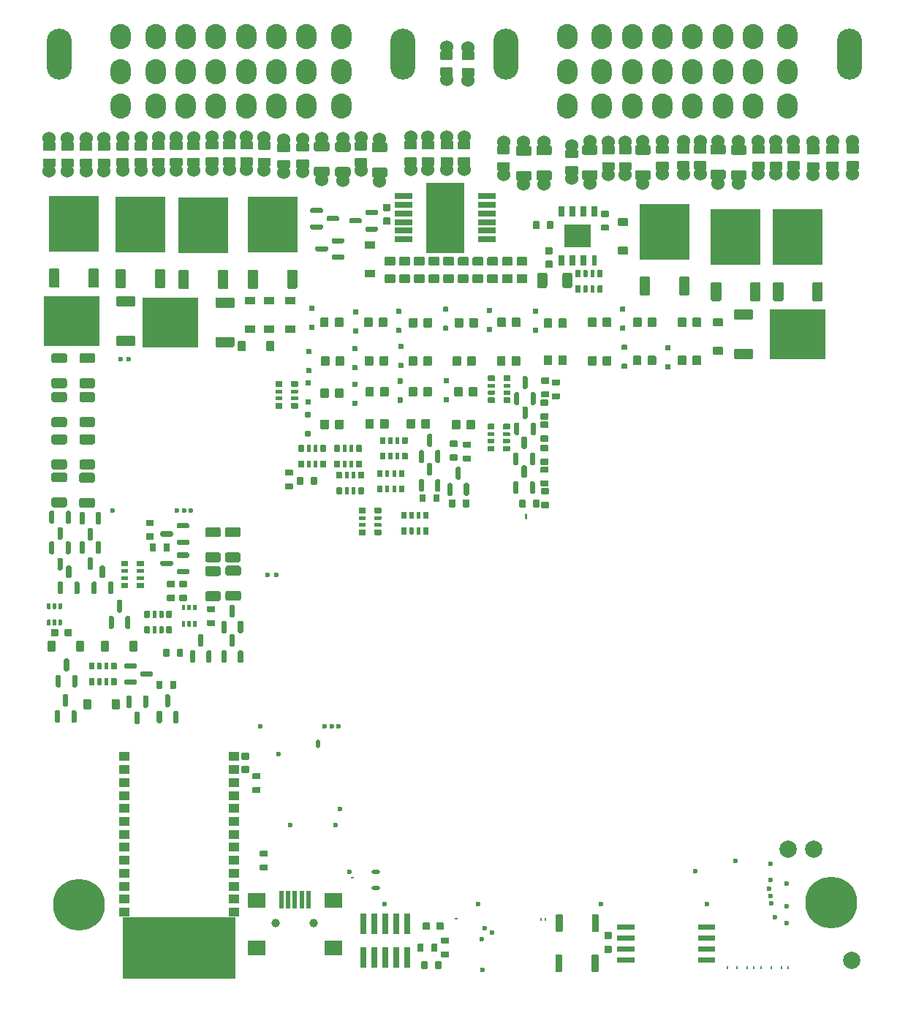
<source format=gts>
G04 #@! TF.GenerationSoftware,KiCad,Pcbnew,(6.0.1)*
G04 #@! TF.CreationDate,2022-03-14T23:01:45+02:00*
G04 #@! TF.ProjectId,alphax_4ch,616c7068-6178-45f3-9463-682e6b696361,a*
G04 #@! TF.SameCoordinates,PX141f5e0PYa2cace0*
G04 #@! TF.FileFunction,Soldermask,Top*
G04 #@! TF.FilePolarity,Negative*
%FSLAX46Y46*%
G04 Gerber Fmt 4.6, Leading zero omitted, Abs format (unit mm)*
G04 Created by KiCad (PCBNEW (6.0.1)) date 2022-03-14 23:01:45*
%MOMM*%
%LPD*%
G01*
G04 APERTURE LIST*
%ADD10C,0.120000*%
%ADD11O,0.200000X0.399999*%
%ADD12C,0.599999*%
%ADD13C,1.524000*%
%ADD14C,6.000000*%
%ADD15C,2.000000*%
%ADD16R,5.800000X6.400000*%
%ADD17O,2.900000X5.900000*%
%ADD18O,2.400000X2.900000*%
%ADD19C,1.000000*%
%ADD20R,0.500000X2.000000*%
%ADD21R,2.000000X1.700000*%
%ADD22R,6.400000X5.800000*%
%ADD23R,2.000000X0.650000*%
%ADD24R,4.500000X8.100000*%
%ADD25O,0.499999X0.250000*%
%ADD26O,0.250000X0.499999*%
%ADD27O,0.499999X1.000001*%
%ADD28O,0.499999X0.200000*%
%ADD29R,0.650000X1.310000*%
%ADD30R,0.600000X1.310000*%
%ADD31R,1.500000X1.325000*%
%ADD32R,1.300000X1.000000*%
%ADD33O,1.000001X0.499999*%
%ADD34R,0.740000X2.400000*%
G04 APERTURE END LIST*
D10*
G04 #@! TO.C,U4*
X9850000Y200000D02*
X9850000Y7200000D01*
X9850000Y7200000D02*
X22850000Y7200000D01*
X22850000Y7200000D02*
X22850000Y200000D01*
X22850000Y200000D02*
X9850000Y200000D01*
G36*
X22850000Y200000D02*
G01*
X9850000Y200000D01*
X9850000Y7200000D01*
X22850000Y7200000D01*
X22850000Y200000D01*
G37*
X22850000Y200000D02*
X9850000Y200000D01*
X9850000Y7200000D01*
X22850000Y7200000D01*
X22850000Y200000D01*
G04 #@! TD*
D11*
G04 #@! TO.C,M4*
X86904837Y1375379D03*
X86144858Y1375379D03*
X84969865Y1375379D03*
X83794878Y1375379D03*
X82954966Y1375379D03*
X82204894Y1375379D03*
X81029883Y1375379D03*
X79854886Y1375379D03*
D12*
X84894889Y11474986D03*
X86729899Y11049978D03*
X84679891Y10499981D03*
X84894886Y9625022D03*
X84969893Y8774999D03*
X86729899Y8449983D03*
X85419899Y7150016D03*
X86729899Y6499999D03*
X80804884Y13675002D03*
X84879890Y13375000D03*
G04 #@! TD*
G04 #@! TO.C,D53*
G36*
G01*
X25110000Y74805000D02*
X24090000Y74805000D01*
G75*
G02*
X24000000Y74895000I0J90000D01*
G01*
X24000000Y75615000D01*
G75*
G02*
X24090000Y75705000I90000J0D01*
G01*
X25110000Y75705000D01*
G75*
G02*
X25200000Y75615000I0J-90000D01*
G01*
X25200000Y74895000D01*
G75*
G02*
X25110000Y74805000I-90000J0D01*
G01*
G37*
G36*
G01*
X25110000Y78105000D02*
X24090000Y78105000D01*
G75*
G02*
X24000000Y78195000I0J90000D01*
G01*
X24000000Y78915000D01*
G75*
G02*
X24090000Y79005000I90000J0D01*
G01*
X25110000Y79005000D01*
G75*
G02*
X25200000Y78915000I0J-90000D01*
G01*
X25200000Y78195000D01*
G75*
G02*
X25110000Y78105000I-90000J0D01*
G01*
G37*
G04 #@! TD*
G04 #@! TO.C,R8*
G36*
G01*
X77375000Y93699999D02*
X76125000Y93699999D01*
G75*
G02*
X76025000Y93799999I0J100000D01*
G01*
X76025000Y94599999D01*
G75*
G02*
X76125000Y94699999I100000J0D01*
G01*
X77375000Y94699999D01*
G75*
G02*
X77475000Y94599999I0J-100000D01*
G01*
X77475000Y93799999D01*
G75*
G02*
X77375000Y93699999I-100000J0D01*
G01*
G37*
D13*
X76750000Y93245000D03*
X76750000Y97055000D03*
G36*
G01*
X77375000Y95600021D02*
X76125000Y95600021D01*
G75*
G02*
X76025000Y95700021I0J100000D01*
G01*
X76025000Y96500021D01*
G75*
G02*
X76125000Y96600021I100000J0D01*
G01*
X77375000Y96600021D01*
G75*
G02*
X77475000Y96500021I0J-100000D01*
G01*
X77475000Y95700021D01*
G75*
G02*
X77375000Y95600021I-100000J0D01*
G01*
G37*
G04 #@! TD*
G04 #@! TO.C,R29*
G36*
G01*
X12610000Y53200010D02*
X13390000Y53200010D01*
G75*
G02*
X13460000Y53130010I0J-70000D01*
G01*
X13460000Y52570010D01*
G75*
G02*
X13390000Y52500010I-70000J0D01*
G01*
X12610000Y52500010D01*
G75*
G02*
X12540000Y52570010I0J70000D01*
G01*
X12540000Y53130010D01*
G75*
G02*
X12610000Y53200010I70000J0D01*
G01*
G37*
G36*
G01*
X12610000Y51600010D02*
X13390000Y51600010D01*
G75*
G02*
X13460000Y51530010I0J-70000D01*
G01*
X13460000Y50970010D01*
G75*
G02*
X13390000Y50900010I-70000J0D01*
G01*
X12610000Y50900010D01*
G75*
G02*
X12540000Y50970010I0J70000D01*
G01*
X12540000Y51530010D01*
G75*
G02*
X12610000Y51600010I70000J0D01*
G01*
G37*
G04 #@! TD*
G04 #@! TO.C,R90*
G36*
G01*
X25810000Y14900000D02*
X26590000Y14900000D01*
G75*
G02*
X26660000Y14830000I0J-70000D01*
G01*
X26660000Y14270000D01*
G75*
G02*
X26590000Y14200000I-70000J0D01*
G01*
X25810000Y14200000D01*
G75*
G02*
X25740000Y14270000I0J70000D01*
G01*
X25740000Y14830000D01*
G75*
G02*
X25810000Y14900000I70000J0D01*
G01*
G37*
G36*
G01*
X25810000Y13300000D02*
X26590000Y13300000D01*
G75*
G02*
X26660000Y13230000I0J-70000D01*
G01*
X26660000Y12670000D01*
G75*
G02*
X26590000Y12600000I-70000J0D01*
G01*
X25810000Y12600000D01*
G75*
G02*
X25740000Y12670000I0J70000D01*
G01*
X25740000Y13230000D01*
G75*
G02*
X25810000Y13300000I70000J0D01*
G01*
G37*
G04 #@! TD*
G04 #@! TO.C,R2*
G36*
G01*
X34600000Y56215000D02*
X34600000Y56885000D01*
G75*
G02*
X34665000Y56950000I65000J0D01*
G01*
X35185000Y56950000D01*
G75*
G02*
X35250000Y56885000I0J-65000D01*
G01*
X35250000Y56215000D01*
G75*
G02*
X35185000Y56150000I-65000J0D01*
G01*
X34665000Y56150000D01*
G75*
G02*
X34600000Y56215000I0J65000D01*
G01*
G37*
G36*
G01*
X35575000Y56195000D02*
X35575000Y56905000D01*
G75*
G02*
X35620000Y56950000I45000J0D01*
G01*
X35980000Y56950000D01*
G75*
G02*
X36025000Y56905000I0J-45000D01*
G01*
X36025000Y56195000D01*
G75*
G02*
X35980000Y56150000I-45000J0D01*
G01*
X35620000Y56150000D01*
G75*
G02*
X35575000Y56195000I0J45000D01*
G01*
G37*
G36*
G01*
X36375000Y56195000D02*
X36375000Y56905000D01*
G75*
G02*
X36420000Y56950000I45000J0D01*
G01*
X36780000Y56950000D01*
G75*
G02*
X36825000Y56905000I0J-45000D01*
G01*
X36825000Y56195000D01*
G75*
G02*
X36780000Y56150000I-45000J0D01*
G01*
X36420000Y56150000D01*
G75*
G02*
X36375000Y56195000I0J45000D01*
G01*
G37*
G36*
G01*
X37150000Y56215000D02*
X37150000Y56885000D01*
G75*
G02*
X37215000Y56950000I65000J0D01*
G01*
X37735000Y56950000D01*
G75*
G02*
X37800000Y56885000I0J-65000D01*
G01*
X37800000Y56215000D01*
G75*
G02*
X37735000Y56150000I-65000J0D01*
G01*
X37215000Y56150000D01*
G75*
G02*
X37150000Y56215000I0J65000D01*
G01*
G37*
G36*
G01*
X37150000Y58015000D02*
X37150000Y58685000D01*
G75*
G02*
X37215000Y58750000I65000J0D01*
G01*
X37735000Y58750000D01*
G75*
G02*
X37800000Y58685000I0J-65000D01*
G01*
X37800000Y58015000D01*
G75*
G02*
X37735000Y57950000I-65000J0D01*
G01*
X37215000Y57950000D01*
G75*
G02*
X37150000Y58015000I0J65000D01*
G01*
G37*
G36*
G01*
X36375000Y57995000D02*
X36375000Y58705000D01*
G75*
G02*
X36420000Y58750000I45000J0D01*
G01*
X36780000Y58750000D01*
G75*
G02*
X36825000Y58705000I0J-45000D01*
G01*
X36825000Y57995000D01*
G75*
G02*
X36780000Y57950000I-45000J0D01*
G01*
X36420000Y57950000D01*
G75*
G02*
X36375000Y57995000I0J45000D01*
G01*
G37*
G36*
G01*
X35575000Y57995000D02*
X35575000Y58705000D01*
G75*
G02*
X35620000Y58750000I45000J0D01*
G01*
X35980000Y58750000D01*
G75*
G02*
X36025000Y58705000I0J-45000D01*
G01*
X36025000Y57995000D01*
G75*
G02*
X35980000Y57950000I-45000J0D01*
G01*
X35620000Y57950000D01*
G75*
G02*
X35575000Y57995000I0J45000D01*
G01*
G37*
G36*
G01*
X34600000Y58015000D02*
X34600000Y58685000D01*
G75*
G02*
X34665000Y58750000I65000J0D01*
G01*
X35185000Y58750000D01*
G75*
G02*
X35250000Y58685000I0J-65000D01*
G01*
X35250000Y58015000D01*
G75*
G02*
X35185000Y57950000I-65000J0D01*
G01*
X34665000Y57950000D01*
G75*
G02*
X34600000Y58015000I0J65000D01*
G01*
G37*
G04 #@! TD*
G04 #@! TO.C,D36*
G36*
G01*
X50649999Y64649998D02*
X50649999Y63749998D01*
G75*
G02*
X50549999Y63649998I-100000J0D01*
G01*
X49749999Y63649998D01*
G75*
G02*
X49649999Y63749998I0J100000D01*
G01*
X49649999Y64649998D01*
G75*
G02*
X49749999Y64749998I100000J0D01*
G01*
X50549999Y64749998D01*
G75*
G02*
X50649999Y64649998I0J-100000D01*
G01*
G37*
G36*
G01*
X48949999Y64649998D02*
X48949999Y63749998D01*
G75*
G02*
X48849999Y63649998I-100000J0D01*
G01*
X48049999Y63649998D01*
G75*
G02*
X47949999Y63749998I0J100000D01*
G01*
X47949999Y64649998D01*
G75*
G02*
X48049999Y64749998I100000J0D01*
G01*
X48849999Y64749998D01*
G75*
G02*
X48949999Y64649998I0J-100000D01*
G01*
G37*
G04 #@! TD*
G04 #@! TO.C,R4*
G36*
G01*
X54685000Y66700000D02*
X54015000Y66700000D01*
G75*
G02*
X53950000Y66765000I0J65000D01*
G01*
X53950000Y67285000D01*
G75*
G02*
X54015000Y67350000I65000J0D01*
G01*
X54685000Y67350000D01*
G75*
G02*
X54750000Y67285000I0J-65000D01*
G01*
X54750000Y66765000D01*
G75*
G02*
X54685000Y66700000I-65000J0D01*
G01*
G37*
G36*
G01*
X54705000Y67675000D02*
X53995000Y67675000D01*
G75*
G02*
X53950000Y67720000I0J45000D01*
G01*
X53950000Y68080000D01*
G75*
G02*
X53995000Y68125000I45000J0D01*
G01*
X54705000Y68125000D01*
G75*
G02*
X54750000Y68080000I0J-45000D01*
G01*
X54750000Y67720000D01*
G75*
G02*
X54705000Y67675000I-45000J0D01*
G01*
G37*
G36*
G01*
X54705000Y68475000D02*
X53995000Y68475000D01*
G75*
G02*
X53950000Y68520000I0J45000D01*
G01*
X53950000Y68880000D01*
G75*
G02*
X53995000Y68925000I45000J0D01*
G01*
X54705000Y68925000D01*
G75*
G02*
X54750000Y68880000I0J-45000D01*
G01*
X54750000Y68520000D01*
G75*
G02*
X54705000Y68475000I-45000J0D01*
G01*
G37*
G36*
G01*
X54685000Y69250000D02*
X54015000Y69250000D01*
G75*
G02*
X53950000Y69315000I0J65000D01*
G01*
X53950000Y69835000D01*
G75*
G02*
X54015000Y69900000I65000J0D01*
G01*
X54685000Y69900000D01*
G75*
G02*
X54750000Y69835000I0J-65000D01*
G01*
X54750000Y69315000D01*
G75*
G02*
X54685000Y69250000I-65000J0D01*
G01*
G37*
G36*
G01*
X52885000Y69250000D02*
X52215000Y69250000D01*
G75*
G02*
X52150000Y69315000I0J65000D01*
G01*
X52150000Y69835000D01*
G75*
G02*
X52215000Y69900000I65000J0D01*
G01*
X52885000Y69900000D01*
G75*
G02*
X52950000Y69835000I0J-65000D01*
G01*
X52950000Y69315000D01*
G75*
G02*
X52885000Y69250000I-65000J0D01*
G01*
G37*
G36*
G01*
X52905000Y68475000D02*
X52195000Y68475000D01*
G75*
G02*
X52150000Y68520000I0J45000D01*
G01*
X52150000Y68880000D01*
G75*
G02*
X52195000Y68925000I45000J0D01*
G01*
X52905000Y68925000D01*
G75*
G02*
X52950000Y68880000I0J-45000D01*
G01*
X52950000Y68520000D01*
G75*
G02*
X52905000Y68475000I-45000J0D01*
G01*
G37*
G36*
G01*
X52905000Y67675000D02*
X52195000Y67675000D01*
G75*
G02*
X52150000Y67720000I0J45000D01*
G01*
X52150000Y68080000D01*
G75*
G02*
X52195000Y68125000I45000J0D01*
G01*
X52905000Y68125000D01*
G75*
G02*
X52950000Y68080000I0J-45000D01*
G01*
X52950000Y67720000D01*
G75*
G02*
X52905000Y67675000I-45000J0D01*
G01*
G37*
G36*
G01*
X52885000Y66700000D02*
X52215000Y66700000D01*
G75*
G02*
X52150000Y66765000I0J65000D01*
G01*
X52150000Y67285000D01*
G75*
G02*
X52215000Y67350000I65000J0D01*
G01*
X52885000Y67350000D01*
G75*
G02*
X52950000Y67285000I0J-65000D01*
G01*
X52950000Y66765000D01*
G75*
G02*
X52885000Y66700000I-65000J0D01*
G01*
G37*
G04 #@! TD*
G04 #@! TO.C,D30*
G36*
G01*
X67450000Y75111499D02*
X67450000Y75591499D01*
G75*
G02*
X67510000Y75651499I60000J0D01*
G01*
X67990000Y75651499D01*
G75*
G02*
X68050000Y75591499I0J-60000D01*
G01*
X68050000Y75111499D01*
G75*
G02*
X67990000Y75051499I-60000J0D01*
G01*
X67510000Y75051499D01*
G75*
G02*
X67450000Y75111499I0J60000D01*
G01*
G37*
G36*
G01*
X67450000Y77311499D02*
X67450000Y77791499D01*
G75*
G02*
X67510000Y77851499I60000J0D01*
G01*
X67990000Y77851499D01*
G75*
G02*
X68050000Y77791499I0J-60000D01*
G01*
X68050000Y77311499D01*
G75*
G02*
X67990000Y77251499I-60000J0D01*
G01*
X67510000Y77251499D01*
G75*
G02*
X67450000Y77311499I0J60000D01*
G01*
G37*
G04 #@! TD*
G04 #@! TO.C,C3*
G36*
G01*
X23710000Y26265001D02*
X24390000Y26265001D01*
G75*
G02*
X24475000Y26180001I0J-85000D01*
G01*
X24475000Y25500001D01*
G75*
G02*
X24390000Y25415001I-85000J0D01*
G01*
X23710000Y25415001D01*
G75*
G02*
X23625000Y25500001I0J85000D01*
G01*
X23625000Y26180001D01*
G75*
G02*
X23710000Y26265001I85000J0D01*
G01*
G37*
G36*
G01*
X23710000Y24684999D02*
X24390000Y24684999D01*
G75*
G02*
X24475000Y24599999I0J-85000D01*
G01*
X24475000Y23919999D01*
G75*
G02*
X24390000Y23834999I-85000J0D01*
G01*
X23710000Y23834999D01*
G75*
G02*
X23625000Y23919999I0J85000D01*
G01*
X23625000Y24599999D01*
G75*
G02*
X23710000Y24684999I85000J0D01*
G01*
G37*
G04 #@! TD*
G04 #@! TO.C,D46*
G36*
G01*
X31650000Y69290000D02*
X31650000Y68810000D01*
G75*
G02*
X31590000Y68750000I-60000J0D01*
G01*
X31110000Y68750000D01*
G75*
G02*
X31050000Y68810000I0J60000D01*
G01*
X31050000Y69290000D01*
G75*
G02*
X31110000Y69350000I60000J0D01*
G01*
X31590000Y69350000D01*
G75*
G02*
X31650000Y69290000I0J-60000D01*
G01*
G37*
G36*
G01*
X31650000Y67090000D02*
X31650000Y66610000D01*
G75*
G02*
X31590000Y66550000I-60000J0D01*
G01*
X31110000Y66550000D01*
G75*
G02*
X31050000Y66610000I0J60000D01*
G01*
X31050000Y67090000D01*
G75*
G02*
X31110000Y67150000I60000J0D01*
G01*
X31590000Y67150000D01*
G75*
G02*
X31650000Y67090000I0J-60000D01*
G01*
G37*
G04 #@! TD*
G04 #@! TO.C,R87*
G36*
G01*
X58310000Y61850000D02*
X59090000Y61850000D01*
G75*
G02*
X59160000Y61780000I0J-70000D01*
G01*
X59160000Y61220000D01*
G75*
G02*
X59090000Y61150000I-70000J0D01*
G01*
X58310000Y61150000D01*
G75*
G02*
X58240000Y61220000I0J70000D01*
G01*
X58240000Y61780000D01*
G75*
G02*
X58310000Y61850000I70000J0D01*
G01*
G37*
G36*
G01*
X58310000Y60250000D02*
X59090000Y60250000D01*
G75*
G02*
X59160000Y60180000I0J-70000D01*
G01*
X59160000Y59620000D01*
G75*
G02*
X59090000Y59550000I-70000J0D01*
G01*
X58310000Y59550000D01*
G75*
G02*
X58240000Y59620000I0J70000D01*
G01*
X58240000Y60180000D01*
G75*
G02*
X58310000Y60250000I70000J0D01*
G01*
G37*
G04 #@! TD*
D14*
G04 #@! TO.C,J8*
X4803000Y8619000D03*
G04 #@! TD*
G04 #@! TO.C,D34*
G36*
G01*
X40649999Y64749998D02*
X40649999Y63849998D01*
G75*
G02*
X40549999Y63749998I-100000J0D01*
G01*
X39749999Y63749998D01*
G75*
G02*
X39649999Y63849998I0J100000D01*
G01*
X39649999Y64749998D01*
G75*
G02*
X39749999Y64849998I100000J0D01*
G01*
X40549999Y64849998D01*
G75*
G02*
X40649999Y64749998I0J-100000D01*
G01*
G37*
G36*
G01*
X38949999Y64749998D02*
X38949999Y63849998D01*
G75*
G02*
X38849999Y63749998I-100000J0D01*
G01*
X38049999Y63749998D01*
G75*
G02*
X37949999Y63849998I0J100000D01*
G01*
X37949999Y64749998D01*
G75*
G02*
X38049999Y64849998I100000J0D01*
G01*
X38849999Y64849998D01*
G75*
G02*
X38949999Y64749998I0J-100000D01*
G01*
G37*
G04 #@! TD*
G04 #@! TO.C,R59*
G36*
G01*
X44575000Y97050001D02*
X45825000Y97050001D01*
G75*
G02*
X45925000Y96950001I0J-100000D01*
G01*
X45925000Y96150001D01*
G75*
G02*
X45825000Y96050001I-100000J0D01*
G01*
X44575000Y96050001D01*
G75*
G02*
X44475000Y96150001I0J100000D01*
G01*
X44475000Y96950001D01*
G75*
G02*
X44575000Y97050001I100000J0D01*
G01*
G37*
D13*
X45200000Y97505000D03*
X45200000Y93695000D03*
G36*
G01*
X44575000Y95149979D02*
X45825000Y95149979D01*
G75*
G02*
X45925000Y95049979I0J-100000D01*
G01*
X45925000Y94249979D01*
G75*
G02*
X45825000Y94149979I-100000J0D01*
G01*
X44575000Y94149979D01*
G75*
G02*
X44475000Y94249979I0J100000D01*
G01*
X44475000Y95049979D01*
G75*
G02*
X44575000Y95149979I100000J0D01*
G01*
G37*
G04 #@! TD*
G04 #@! TO.C,R9*
X74800000Y93245000D03*
G36*
G01*
X75425000Y93699999D02*
X74175000Y93699999D01*
G75*
G02*
X74075000Y93799999I0J100000D01*
G01*
X74075000Y94599999D01*
G75*
G02*
X74175000Y94699999I100000J0D01*
G01*
X75425000Y94699999D01*
G75*
G02*
X75525000Y94599999I0J-100000D01*
G01*
X75525000Y93799999D01*
G75*
G02*
X75425000Y93699999I-100000J0D01*
G01*
G37*
G36*
G01*
X75425000Y95600021D02*
X74175000Y95600021D01*
G75*
G02*
X74075000Y95700021I0J100000D01*
G01*
X74075000Y96500021D01*
G75*
G02*
X74175000Y96600021I100000J0D01*
G01*
X75425000Y96600021D01*
G75*
G02*
X75525000Y96500021I0J-100000D01*
G01*
X75525000Y95700021D01*
G75*
G02*
X75425000Y95600021I-100000J0D01*
G01*
G37*
X74800000Y97055000D03*
G04 #@! TD*
G04 #@! TO.C,R68*
X24200000Y93695000D03*
G36*
G01*
X24825000Y94149999D02*
X23575000Y94149999D01*
G75*
G02*
X23475000Y94249999I0J100000D01*
G01*
X23475000Y95049999D01*
G75*
G02*
X23575000Y95149999I100000J0D01*
G01*
X24825000Y95149999D01*
G75*
G02*
X24925000Y95049999I0J-100000D01*
G01*
X24925000Y94249999D01*
G75*
G02*
X24825000Y94149999I-100000J0D01*
G01*
G37*
G36*
G01*
X24825000Y96050021D02*
X23575000Y96050021D01*
G75*
G02*
X23475000Y96150021I0J100000D01*
G01*
X23475000Y96950021D01*
G75*
G02*
X23575000Y97050021I100000J0D01*
G01*
X24825000Y97050021D01*
G75*
G02*
X24925000Y96950021I0J-100000D01*
G01*
X24925000Y96150021D01*
G75*
G02*
X24825000Y96050021I-100000J0D01*
G01*
G37*
X24200000Y97505000D03*
G04 #@! TD*
G04 #@! TO.C,R21*
G36*
G01*
X3400000Y59945000D02*
X3400000Y59255000D01*
G75*
G02*
X3170000Y59025000I-230000J0D01*
G01*
X1830000Y59025000D01*
G75*
G02*
X1600000Y59255000I0J230000D01*
G01*
X1600000Y59945000D01*
G75*
G02*
X1830000Y60175000I230000J0D01*
G01*
X3170000Y60175000D01*
G75*
G02*
X3400000Y59945000I0J-230000D01*
G01*
G37*
G36*
G01*
X3400000Y62845020D02*
X3400000Y62155020D01*
G75*
G02*
X3170000Y61925020I-230000J0D01*
G01*
X1830000Y61925020D01*
G75*
G02*
X1600000Y62155020I0J230000D01*
G01*
X1600000Y62845020D01*
G75*
G02*
X1830000Y63075020I230000J0D01*
G01*
X3170000Y63075020D01*
G75*
G02*
X3400000Y62845020I0J-230000D01*
G01*
G37*
G04 #@! TD*
D15*
G04 #@! TO.C,J5*
X89900000Y15050000D03*
G04 #@! TD*
G04 #@! TO.C,R82*
G36*
G01*
X58410000Y69650000D02*
X59190000Y69650000D01*
G75*
G02*
X59260000Y69580000I0J-70000D01*
G01*
X59260000Y69020000D01*
G75*
G02*
X59190000Y68950000I-70000J0D01*
G01*
X58410000Y68950000D01*
G75*
G02*
X58340000Y69020000I0J70000D01*
G01*
X58340000Y69580000D01*
G75*
G02*
X58410000Y69650000I70000J0D01*
G01*
G37*
G36*
G01*
X58410000Y68050000D02*
X59190000Y68050000D01*
G75*
G02*
X59260000Y67980000I0J-70000D01*
G01*
X59260000Y67420000D01*
G75*
G02*
X59190000Y67350000I-70000J0D01*
G01*
X58410000Y67350000D01*
G75*
G02*
X58340000Y67420000I0J70000D01*
G01*
X58340000Y67980000D01*
G75*
G02*
X58410000Y68050000I70000J0D01*
G01*
G37*
G04 #@! TD*
G04 #@! TO.C,D49*
G36*
G01*
X31575000Y88850000D02*
X31575000Y89150000D01*
G75*
G02*
X31725000Y89300000I150000J0D01*
G01*
X32900000Y89300000D01*
G75*
G02*
X33050000Y89150000I0J-150000D01*
G01*
X33050000Y88850000D01*
G75*
G02*
X32900000Y88700000I-150000J0D01*
G01*
X31725000Y88700000D01*
G75*
G02*
X31575000Y88850000I0J150000D01*
G01*
G37*
G36*
G01*
X33450000Y87900000D02*
X33450000Y88200000D01*
G75*
G02*
X33600000Y88350000I150000J0D01*
G01*
X34775000Y88350000D01*
G75*
G02*
X34925000Y88200000I0J-150000D01*
G01*
X34925000Y87900000D01*
G75*
G02*
X34775000Y87750000I-150000J0D01*
G01*
X33600000Y87750000D01*
G75*
G02*
X33450000Y87900000I0J150000D01*
G01*
G37*
G36*
G01*
X31575000Y86950000D02*
X31575000Y87250000D01*
G75*
G02*
X31725000Y87400000I150000J0D01*
G01*
X32900000Y87400000D01*
G75*
G02*
X33050000Y87250000I0J-150000D01*
G01*
X33050000Y86950000D01*
G75*
G02*
X32900000Y86800000I-150000J0D01*
G01*
X31725000Y86800000D01*
G75*
G02*
X31575000Y86950000I0J150000D01*
G01*
G37*
G04 #@! TD*
D13*
G04 #@! TO.C,F4*
X63950000Y97000000D03*
G36*
G01*
X63050000Y95655010D02*
X63050000Y96345010D01*
G75*
G02*
X63280000Y96575010I230000J0D01*
G01*
X64620000Y96575010D01*
G75*
G02*
X64850000Y96345010I0J-230000D01*
G01*
X64850000Y95655010D01*
G75*
G02*
X64620000Y95425010I-230000J0D01*
G01*
X63280000Y95425010D01*
G75*
G02*
X63050000Y95655010I0J230000D01*
G01*
G37*
X63950000Y92100000D03*
G36*
G01*
X63050000Y92754990D02*
X63050000Y93444990D01*
G75*
G02*
X63280000Y93674990I230000J0D01*
G01*
X64620000Y93674990D01*
G75*
G02*
X64850000Y93444990I0J-230000D01*
G01*
X64850000Y92754990D01*
G75*
G02*
X64620000Y92524990I-230000J0D01*
G01*
X63280000Y92524990D01*
G75*
G02*
X63050000Y92754990I0J230000D01*
G01*
G37*
G04 #@! TD*
G04 #@! TO.C,Q13*
G36*
G01*
X47910000Y55975000D02*
X47610000Y55975000D01*
G75*
G02*
X47460000Y56125000I0J150000D01*
G01*
X47460000Y57300000D01*
G75*
G02*
X47610000Y57450000I150000J0D01*
G01*
X47910000Y57450000D01*
G75*
G02*
X48060000Y57300000I0J-150000D01*
G01*
X48060000Y56125000D01*
G75*
G02*
X47910000Y55975000I-150000J0D01*
G01*
G37*
G36*
G01*
X48860000Y57850000D02*
X48560000Y57850000D01*
G75*
G02*
X48410000Y58000000I0J150000D01*
G01*
X48410000Y59175000D01*
G75*
G02*
X48560000Y59325000I150000J0D01*
G01*
X48860000Y59325000D01*
G75*
G02*
X49010000Y59175000I0J-150000D01*
G01*
X49010000Y58000000D01*
G75*
G02*
X48860000Y57850000I-150000J0D01*
G01*
G37*
G36*
G01*
X49810000Y55975000D02*
X49510000Y55975000D01*
G75*
G02*
X49360000Y56125000I0J150000D01*
G01*
X49360000Y57300000D01*
G75*
G02*
X49510000Y57450000I150000J0D01*
G01*
X49810000Y57450000D01*
G75*
G02*
X49960000Y57300000I0J-150000D01*
G01*
X49960000Y56125000D01*
G75*
G02*
X49810000Y55975000I-150000J0D01*
G01*
G37*
G04 #@! TD*
G04 #@! TO.C,D1*
G36*
G01*
X67650000Y70710000D02*
X67650000Y71190000D01*
G75*
G02*
X67710000Y71250000I60000J0D01*
G01*
X68190000Y71250000D01*
G75*
G02*
X68250000Y71190000I0J-60000D01*
G01*
X68250000Y70710000D01*
G75*
G02*
X68190000Y70650000I-60000J0D01*
G01*
X67710000Y70650000D01*
G75*
G02*
X67650000Y70710000I0J60000D01*
G01*
G37*
G36*
G01*
X67650000Y72910000D02*
X67650000Y73390000D01*
G75*
G02*
X67710000Y73450000I60000J0D01*
G01*
X68190000Y73450000D01*
G75*
G02*
X68250000Y73390000I0J-60000D01*
G01*
X68250000Y72910000D01*
G75*
G02*
X68190000Y72850000I-60000J0D01*
G01*
X67710000Y72850000D01*
G75*
G02*
X67650000Y72910000I0J60000D01*
G01*
G37*
G04 #@! TD*
G04 #@! TO.C,D15*
G36*
G01*
X40499999Y76499998D02*
X40499999Y75599998D01*
G75*
G02*
X40399999Y75499998I-100000J0D01*
G01*
X39599999Y75499998D01*
G75*
G02*
X39499999Y75599998I0J100000D01*
G01*
X39499999Y76499998D01*
G75*
G02*
X39599999Y76599998I100000J0D01*
G01*
X40399999Y76599998D01*
G75*
G02*
X40499999Y76499998I0J-100000D01*
G01*
G37*
G36*
G01*
X38799999Y76499998D02*
X38799999Y75599998D01*
G75*
G02*
X38699999Y75499998I-100000J0D01*
G01*
X37899999Y75499998D01*
G75*
G02*
X37799999Y75599998I0J100000D01*
G01*
X37799999Y76499998D01*
G75*
G02*
X37899999Y76599998I100000J0D01*
G01*
X38699999Y76599998D01*
G75*
G02*
X38799999Y76499998I0J-100000D01*
G01*
G37*
G04 #@! TD*
G04 #@! TO.C,C1*
G36*
G01*
X58860000Y84765001D02*
X59540000Y84765001D01*
G75*
G02*
X59625000Y84680001I0J-85000D01*
G01*
X59625000Y84000001D01*
G75*
G02*
X59540000Y83915001I-85000J0D01*
G01*
X58860000Y83915001D01*
G75*
G02*
X58775000Y84000001I0J85000D01*
G01*
X58775000Y84680001D01*
G75*
G02*
X58860000Y84765001I85000J0D01*
G01*
G37*
G36*
G01*
X58860000Y83184999D02*
X59540000Y83184999D01*
G75*
G02*
X59625000Y83099999I0J-85000D01*
G01*
X59625000Y82419999D01*
G75*
G02*
X59540000Y82334999I-85000J0D01*
G01*
X58860000Y82334999D01*
G75*
G02*
X58775000Y82419999I0J85000D01*
G01*
X58775000Y83099999D01*
G75*
G02*
X58860000Y83184999I85000J0D01*
G01*
G37*
G04 #@! TD*
G04 #@! TO.C,Q29*
G36*
G01*
X25400000Y79950000D02*
X24440000Y79950000D01*
G75*
G02*
X24320000Y80070000I0J120000D01*
G01*
X24320000Y82030000D01*
G75*
G02*
X24440000Y82150000I120000J0D01*
G01*
X25400000Y82150000D01*
G75*
G02*
X25520000Y82030000I0J-120000D01*
G01*
X25520000Y80070000D01*
G75*
G02*
X25400000Y79950000I-120000J0D01*
G01*
G37*
D16*
X27200000Y87350000D03*
G36*
G01*
X29960000Y79950000D02*
X29000000Y79950000D01*
G75*
G02*
X28880000Y80070000I0J120000D01*
G01*
X28880000Y82030000D01*
G75*
G02*
X29000000Y82150000I120000J0D01*
G01*
X29960000Y82150000D01*
G75*
G02*
X30080000Y82030000I0J-120000D01*
G01*
X30080000Y80070000D01*
G75*
G02*
X29960000Y79950000I-120000J0D01*
G01*
G37*
G04 #@! TD*
G04 #@! TO.C,S1*
G36*
G01*
X64950001Y2770000D02*
X64950001Y930000D01*
G75*
G02*
X64870001Y850000I-80000J0D01*
G01*
X64230001Y850000D01*
G75*
G02*
X64150001Y930000I0J80000D01*
G01*
X64150001Y2770000D01*
G75*
G02*
X64230001Y2850000I80000J0D01*
G01*
X64870001Y2850000D01*
G75*
G02*
X64950001Y2770000I0J-80000D01*
G01*
G37*
G36*
G01*
X60750000Y2770000D02*
X60750000Y930000D01*
G75*
G02*
X60670000Y850000I-80000J0D01*
G01*
X60030000Y850000D01*
G75*
G02*
X59950000Y930000I0J80000D01*
G01*
X59950000Y2770000D01*
G75*
G02*
X60030000Y2850000I80000J0D01*
G01*
X60670000Y2850000D01*
G75*
G02*
X60750000Y2770000I0J-80000D01*
G01*
G37*
G04 #@! TD*
G04 #@! TO.C,D6*
G36*
G01*
X41750000Y70810000D02*
X41750000Y71290000D01*
G75*
G02*
X41810000Y71350000I60000J0D01*
G01*
X42290000Y71350000D01*
G75*
G02*
X42350000Y71290000I0J-60000D01*
G01*
X42350000Y70810000D01*
G75*
G02*
X42290000Y70750000I-60000J0D01*
G01*
X41810000Y70750000D01*
G75*
G02*
X41750000Y70810000I0J60000D01*
G01*
G37*
G36*
G01*
X41750000Y73010000D02*
X41750000Y73490000D01*
G75*
G02*
X41810000Y73550000I60000J0D01*
G01*
X42290000Y73550000D01*
G75*
G02*
X42350000Y73490000I0J-60000D01*
G01*
X42350000Y73010000D01*
G75*
G02*
X42290000Y72950000I-60000J0D01*
G01*
X41810000Y72950000D01*
G75*
G02*
X41750000Y73010000I0J60000D01*
G01*
G37*
G04 #@! TD*
G04 #@! TO.C,C4*
G36*
G01*
X47015001Y6490000D02*
X47015001Y5810000D01*
G75*
G02*
X46930001Y5725000I-85000J0D01*
G01*
X46250001Y5725000D01*
G75*
G02*
X46165001Y5810000I0J85000D01*
G01*
X46165001Y6490000D01*
G75*
G02*
X46250001Y6575000I85000J0D01*
G01*
X46930001Y6575000D01*
G75*
G02*
X47015001Y6490000I0J-85000D01*
G01*
G37*
G36*
G01*
X45434999Y6490000D02*
X45434999Y5810000D01*
G75*
G02*
X45349999Y5725000I-85000J0D01*
G01*
X44669999Y5725000D01*
G75*
G02*
X44584999Y5810000I0J85000D01*
G01*
X44584999Y6490000D01*
G75*
G02*
X44669999Y6575000I85000J0D01*
G01*
X45349999Y6575000D01*
G75*
G02*
X45434999Y6490000I0J-85000D01*
G01*
G37*
G04 #@! TD*
G04 #@! TO.C,Q1*
G36*
G01*
X2450000Y29675010D02*
X2150000Y29675010D01*
G75*
G02*
X2000000Y29825010I0J150000D01*
G01*
X2000000Y31000010D01*
G75*
G02*
X2150000Y31150010I150000J0D01*
G01*
X2450000Y31150010D01*
G75*
G02*
X2600000Y31000010I0J-150000D01*
G01*
X2600000Y29825010D01*
G75*
G02*
X2450000Y29675010I-150000J0D01*
G01*
G37*
G36*
G01*
X3400000Y31550010D02*
X3100000Y31550010D01*
G75*
G02*
X2950000Y31700010I0J150000D01*
G01*
X2950000Y32875010D01*
G75*
G02*
X3100000Y33025010I150000J0D01*
G01*
X3400000Y33025010D01*
G75*
G02*
X3550000Y32875010I0J-150000D01*
G01*
X3550000Y31700010D01*
G75*
G02*
X3400000Y31550010I-150000J0D01*
G01*
G37*
G36*
G01*
X4350000Y29675010D02*
X4050000Y29675010D01*
G75*
G02*
X3900000Y29825010I0J150000D01*
G01*
X3900000Y31000010D01*
G75*
G02*
X4050000Y31150010I150000J0D01*
G01*
X4350000Y31150010D01*
G75*
G02*
X4500000Y31000010I0J-150000D01*
G01*
X4500000Y29825010D01*
G75*
G02*
X4350000Y29675010I-150000J0D01*
G01*
G37*
G04 #@! TD*
G04 #@! TO.C,R24*
G36*
G01*
X3400000Y64845000D02*
X3400000Y64155000D01*
G75*
G02*
X3170000Y63925000I-230000J0D01*
G01*
X1830000Y63925000D01*
G75*
G02*
X1600000Y64155000I0J230000D01*
G01*
X1600000Y64845000D01*
G75*
G02*
X1830000Y65075000I230000J0D01*
G01*
X3170000Y65075000D01*
G75*
G02*
X3400000Y64845000I0J-230000D01*
G01*
G37*
G36*
G01*
X3400000Y67745020D02*
X3400000Y67055020D01*
G75*
G02*
X3170000Y66825020I-230000J0D01*
G01*
X1830000Y66825020D01*
G75*
G02*
X1600000Y67055020I0J230000D01*
G01*
X1600000Y67745020D01*
G75*
G02*
X1830000Y67975020I230000J0D01*
G01*
X3170000Y67975020D01*
G75*
G02*
X3400000Y67745020I0J-230000D01*
G01*
G37*
G04 #@! TD*
G04 #@! TO.C,R50*
G36*
G01*
X34350000Y59315000D02*
X34350000Y59985000D01*
G75*
G02*
X34415000Y60050000I65000J0D01*
G01*
X34935000Y60050000D01*
G75*
G02*
X35000000Y59985000I0J-65000D01*
G01*
X35000000Y59315000D01*
G75*
G02*
X34935000Y59250000I-65000J0D01*
G01*
X34415000Y59250000D01*
G75*
G02*
X34350000Y59315000I0J65000D01*
G01*
G37*
G36*
G01*
X35325000Y59295000D02*
X35325000Y60005000D01*
G75*
G02*
X35370000Y60050000I45000J0D01*
G01*
X35730000Y60050000D01*
G75*
G02*
X35775000Y60005000I0J-45000D01*
G01*
X35775000Y59295000D01*
G75*
G02*
X35730000Y59250000I-45000J0D01*
G01*
X35370000Y59250000D01*
G75*
G02*
X35325000Y59295000I0J45000D01*
G01*
G37*
G36*
G01*
X36125000Y59295000D02*
X36125000Y60005000D01*
G75*
G02*
X36170000Y60050000I45000J0D01*
G01*
X36530000Y60050000D01*
G75*
G02*
X36575000Y60005000I0J-45000D01*
G01*
X36575000Y59295000D01*
G75*
G02*
X36530000Y59250000I-45000J0D01*
G01*
X36170000Y59250000D01*
G75*
G02*
X36125000Y59295000I0J45000D01*
G01*
G37*
G36*
G01*
X36900000Y59315000D02*
X36900000Y59985000D01*
G75*
G02*
X36965000Y60050000I65000J0D01*
G01*
X37485000Y60050000D01*
G75*
G02*
X37550000Y59985000I0J-65000D01*
G01*
X37550000Y59315000D01*
G75*
G02*
X37485000Y59250000I-65000J0D01*
G01*
X36965000Y59250000D01*
G75*
G02*
X36900000Y59315000I0J65000D01*
G01*
G37*
G36*
G01*
X36900000Y61115000D02*
X36900000Y61785000D01*
G75*
G02*
X36965000Y61850000I65000J0D01*
G01*
X37485000Y61850000D01*
G75*
G02*
X37550000Y61785000I0J-65000D01*
G01*
X37550000Y61115000D01*
G75*
G02*
X37485000Y61050000I-65000J0D01*
G01*
X36965000Y61050000D01*
G75*
G02*
X36900000Y61115000I0J65000D01*
G01*
G37*
G36*
G01*
X36125000Y61095000D02*
X36125000Y61805000D01*
G75*
G02*
X36170000Y61850000I45000J0D01*
G01*
X36530000Y61850000D01*
G75*
G02*
X36575000Y61805000I0J-45000D01*
G01*
X36575000Y61095000D01*
G75*
G02*
X36530000Y61050000I-45000J0D01*
G01*
X36170000Y61050000D01*
G75*
G02*
X36125000Y61095000I0J45000D01*
G01*
G37*
G36*
G01*
X35325000Y61095000D02*
X35325000Y61805000D01*
G75*
G02*
X35370000Y61850000I45000J0D01*
G01*
X35730000Y61850000D01*
G75*
G02*
X35775000Y61805000I0J-45000D01*
G01*
X35775000Y61095000D01*
G75*
G02*
X35730000Y61050000I-45000J0D01*
G01*
X35370000Y61050000D01*
G75*
G02*
X35325000Y61095000I0J45000D01*
G01*
G37*
G36*
G01*
X34350000Y61115000D02*
X34350000Y61785000D01*
G75*
G02*
X34415000Y61850000I65000J0D01*
G01*
X34935000Y61850000D01*
G75*
G02*
X35000000Y61785000I0J-65000D01*
G01*
X35000000Y61115000D01*
G75*
G02*
X34935000Y61050000I-65000J0D01*
G01*
X34415000Y61050000D01*
G75*
G02*
X34350000Y61115000I0J65000D01*
G01*
G37*
G04 #@! TD*
G04 #@! TO.C,U5*
G36*
G01*
X18040000Y43375000D02*
X18360000Y43375000D01*
G75*
G02*
X18400000Y43335000I0J-40000D01*
G01*
X18400000Y42765000D01*
G75*
G02*
X18360000Y42725000I-40000J0D01*
G01*
X18040000Y42725000D01*
G75*
G02*
X18000000Y42765000I0J40000D01*
G01*
X18000000Y43335000D01*
G75*
G02*
X18040000Y43375000I40000J0D01*
G01*
G37*
G36*
G01*
X17390000Y43375000D02*
X17710000Y43375000D01*
G75*
G02*
X17750000Y43335000I0J-40000D01*
G01*
X17750000Y42765000D01*
G75*
G02*
X17710000Y42725000I-40000J0D01*
G01*
X17390000Y42725000D01*
G75*
G02*
X17350000Y42765000I0J40000D01*
G01*
X17350000Y43335000D01*
G75*
G02*
X17390000Y43375000I40000J0D01*
G01*
G37*
G36*
G01*
X16740000Y43375000D02*
X17060000Y43375000D01*
G75*
G02*
X17100000Y43335000I0J-40000D01*
G01*
X17100000Y42765000D01*
G75*
G02*
X17060000Y42725000I-40000J0D01*
G01*
X16740000Y42725000D01*
G75*
G02*
X16700000Y42765000I0J40000D01*
G01*
X16700000Y43335000D01*
G75*
G02*
X16740000Y43375000I40000J0D01*
G01*
G37*
G36*
G01*
X16740000Y41475000D02*
X17060000Y41475000D01*
G75*
G02*
X17100000Y41435000I0J-40000D01*
G01*
X17100000Y40865000D01*
G75*
G02*
X17060000Y40825000I-40000J0D01*
G01*
X16740000Y40825000D01*
G75*
G02*
X16700000Y40865000I0J40000D01*
G01*
X16700000Y41435000D01*
G75*
G02*
X16740000Y41475000I40000J0D01*
G01*
G37*
G36*
G01*
X17390000Y41475000D02*
X17710000Y41475000D01*
G75*
G02*
X17750000Y41435000I0J-40000D01*
G01*
X17750000Y40865000D01*
G75*
G02*
X17710000Y40825000I-40000J0D01*
G01*
X17390000Y40825000D01*
G75*
G02*
X17350000Y40865000I0J40000D01*
G01*
X17350000Y41435000D01*
G75*
G02*
X17390000Y41475000I40000J0D01*
G01*
G37*
G36*
G01*
X18040000Y41475000D02*
X18360000Y41475000D01*
G75*
G02*
X18400000Y41435000I0J-40000D01*
G01*
X18400000Y40865000D01*
G75*
G02*
X18360000Y40825000I-40000J0D01*
G01*
X18040000Y40825000D01*
G75*
G02*
X18000000Y40865000I0J40000D01*
G01*
X18000000Y41435000D01*
G75*
G02*
X18040000Y41475000I40000J0D01*
G01*
G37*
G04 #@! TD*
G04 #@! TO.C,D28*
G36*
G01*
X5350000Y39060010D02*
X5350000Y38040010D01*
G75*
G02*
X5260000Y37950010I-90000J0D01*
G01*
X4540000Y37950010D01*
G75*
G02*
X4450000Y38040010I0J90000D01*
G01*
X4450000Y39060010D01*
G75*
G02*
X4540000Y39150010I90000J0D01*
G01*
X5260000Y39150010D01*
G75*
G02*
X5350000Y39060010I0J-90000D01*
G01*
G37*
G36*
G01*
X2050000Y39060010D02*
X2050000Y38040010D01*
G75*
G02*
X1960000Y37950010I-90000J0D01*
G01*
X1240000Y37950010D01*
G75*
G02*
X1150000Y38040010I0J90000D01*
G01*
X1150000Y39060010D01*
G75*
G02*
X1240000Y39150010I90000J0D01*
G01*
X1960000Y39150010D01*
G75*
G02*
X2050000Y39060010I0J-90000D01*
G01*
G37*
G04 #@! TD*
G04 #@! TO.C,D12*
G36*
G01*
X61300000Y76400000D02*
X61300000Y75500000D01*
G75*
G02*
X61200000Y75400000I-100000J0D01*
G01*
X60400000Y75400000D01*
G75*
G02*
X60300000Y75500000I0J100000D01*
G01*
X60300000Y76400000D01*
G75*
G02*
X60400000Y76500000I100000J0D01*
G01*
X61200000Y76500000D01*
G75*
G02*
X61300000Y76400000I0J-100000D01*
G01*
G37*
G36*
G01*
X59600000Y76400000D02*
X59600000Y75500000D01*
G75*
G02*
X59500000Y75400000I-100000J0D01*
G01*
X58700000Y75400000D01*
G75*
G02*
X58600000Y75500000I0J100000D01*
G01*
X58600000Y76400000D01*
G75*
G02*
X58700000Y76500000I100000J0D01*
G01*
X59500000Y76500000D01*
G75*
G02*
X59600000Y76400000I0J-100000D01*
G01*
G37*
G04 #@! TD*
D17*
G04 #@! TO.C,P2*
X42300000Y107100000D03*
X2500000Y107100000D03*
D18*
X9650000Y101100000D03*
X13650000Y101100000D03*
X17150000Y101100000D03*
X20650000Y101100000D03*
X24150000Y101100000D03*
X27650000Y101100000D03*
X31150000Y101100000D03*
X35150000Y101100000D03*
X9650000Y105100000D03*
X13650000Y105100000D03*
X17150000Y105100000D03*
X20650000Y105100000D03*
X24150000Y105100000D03*
X27650000Y105100000D03*
X31150000Y105100000D03*
X35150000Y105100000D03*
X9650000Y109100000D03*
X13650000Y109100000D03*
X17150000Y109100000D03*
X20650000Y109100000D03*
X24150000Y109100000D03*
X27650000Y109100000D03*
X31150000Y109100000D03*
X35150000Y109100000D03*
G04 #@! TD*
G04 #@! TO.C,R38*
G36*
G01*
X25740000Y21550000D02*
X24960000Y21550000D01*
G75*
G02*
X24890000Y21620000I0J70000D01*
G01*
X24890000Y22180000D01*
G75*
G02*
X24960000Y22250000I70000J0D01*
G01*
X25740000Y22250000D01*
G75*
G02*
X25810000Y22180000I0J-70000D01*
G01*
X25810000Y21620000D01*
G75*
G02*
X25740000Y21550000I-70000J0D01*
G01*
G37*
G36*
G01*
X25740000Y23150000D02*
X24960000Y23150000D01*
G75*
G02*
X24890000Y23220000I0J70000D01*
G01*
X24890000Y23780000D01*
G75*
G02*
X24960000Y23850000I70000J0D01*
G01*
X25740000Y23850000D01*
G75*
G02*
X25810000Y23780000I0J-70000D01*
G01*
X25810000Y23220000D01*
G75*
G02*
X25740000Y23150000I-70000J0D01*
G01*
G37*
G04 #@! TD*
G04 #@! TO.C,D22*
G36*
G01*
X31587498Y65591499D02*
X31587498Y65111499D01*
G75*
G02*
X31527498Y65051499I-60000J0D01*
G01*
X31047498Y65051499D01*
G75*
G02*
X30987498Y65111499I0J60000D01*
G01*
X30987498Y65591499D01*
G75*
G02*
X31047498Y65651499I60000J0D01*
G01*
X31527498Y65651499D01*
G75*
G02*
X31587498Y65591499I0J-60000D01*
G01*
G37*
G36*
G01*
X31587498Y63391499D02*
X31587498Y62911499D01*
G75*
G02*
X31527498Y62851499I-60000J0D01*
G01*
X31047498Y62851499D01*
G75*
G02*
X30987498Y62911499I0J60000D01*
G01*
X30987498Y63391499D01*
G75*
G02*
X31047498Y63451499I60000J0D01*
G01*
X31527498Y63451499D01*
G75*
G02*
X31587498Y63391499I0J-60000D01*
G01*
G37*
G04 #@! TD*
G04 #@! TO.C,R32*
G36*
G01*
X48590000Y60050000D02*
X47810000Y60050000D01*
G75*
G02*
X47740000Y60120000I0J70000D01*
G01*
X47740000Y60680000D01*
G75*
G02*
X47810000Y60750000I70000J0D01*
G01*
X48590000Y60750000D01*
G75*
G02*
X48660000Y60680000I0J-70000D01*
G01*
X48660000Y60120000D01*
G75*
G02*
X48590000Y60050000I-70000J0D01*
G01*
G37*
G36*
G01*
X48590000Y61650000D02*
X47810000Y61650000D01*
G75*
G02*
X47740000Y61720000I0J70000D01*
G01*
X47740000Y62280000D01*
G75*
G02*
X47810000Y62350000I70000J0D01*
G01*
X48590000Y62350000D01*
G75*
G02*
X48660000Y62280000I0J-70000D01*
G01*
X48660000Y61720000D01*
G75*
G02*
X48590000Y61650000I-70000J0D01*
G01*
G37*
G04 #@! TD*
G04 #@! TO.C,D11*
G36*
G01*
X71649999Y76499998D02*
X71649999Y75599998D01*
G75*
G02*
X71549999Y75499998I-100000J0D01*
G01*
X70749999Y75499998D01*
G75*
G02*
X70649999Y75599998I0J100000D01*
G01*
X70649999Y76499998D01*
G75*
G02*
X70749999Y76599998I100000J0D01*
G01*
X71549999Y76599998D01*
G75*
G02*
X71649999Y76499998I0J-100000D01*
G01*
G37*
G36*
G01*
X69949999Y76499998D02*
X69949999Y75599998D01*
G75*
G02*
X69849999Y75499998I-100000J0D01*
G01*
X69049999Y75499998D01*
G75*
G02*
X68949999Y75599998I0J100000D01*
G01*
X68949999Y76499998D01*
G75*
G02*
X69049999Y76599998I100000J0D01*
G01*
X69849999Y76599998D01*
G75*
G02*
X69949999Y76499998I0J-100000D01*
G01*
G37*
G04 #@! TD*
G04 #@! TO.C,D42*
G36*
G01*
X52000000Y75010000D02*
X52000000Y75490000D01*
G75*
G02*
X52060000Y75550000I60000J0D01*
G01*
X52540000Y75550000D01*
G75*
G02*
X52600000Y75490000I0J-60000D01*
G01*
X52600000Y75010000D01*
G75*
G02*
X52540000Y74950000I-60000J0D01*
G01*
X52060000Y74950000D01*
G75*
G02*
X52000000Y75010000I0J60000D01*
G01*
G37*
G36*
G01*
X52000000Y77210000D02*
X52000000Y77690000D01*
G75*
G02*
X52060000Y77750000I60000J0D01*
G01*
X52540000Y77750000D01*
G75*
G02*
X52600000Y77690000I0J-60000D01*
G01*
X52600000Y77210000D01*
G75*
G02*
X52540000Y77150000I-60000J0D01*
G01*
X52060000Y77150000D01*
G75*
G02*
X52000000Y77210000I0J60000D01*
G01*
G37*
G04 #@! TD*
G04 #@! TO.C,C7*
G36*
G01*
X50475000Y83600000D02*
X51525000Y83600000D01*
G75*
G02*
X51625000Y83500000I0J-100000D01*
G01*
X51625000Y82700000D01*
G75*
G02*
X51525000Y82600000I-100000J0D01*
G01*
X50475000Y82600000D01*
G75*
G02*
X50375000Y82700000I0J100000D01*
G01*
X50375000Y83500000D01*
G75*
G02*
X50475000Y83600000I100000J0D01*
G01*
G37*
G36*
G01*
X50475000Y81600000D02*
X51525000Y81600000D01*
G75*
G02*
X51625000Y81500000I0J-100000D01*
G01*
X51625000Y80700000D01*
G75*
G02*
X51525000Y80600000I-100000J0D01*
G01*
X50475000Y80600000D01*
G75*
G02*
X50375000Y80700000I0J100000D01*
G01*
X50375000Y81500000D01*
G75*
G02*
X50475000Y81600000I100000J0D01*
G01*
G37*
G04 #@! TD*
D13*
G04 #@! TO.C,R11*
X47350000Y104095000D03*
G36*
G01*
X47975000Y104549999D02*
X46725000Y104549999D01*
G75*
G02*
X46625000Y104649999I0J100000D01*
G01*
X46625000Y105449999D01*
G75*
G02*
X46725000Y105549999I100000J0D01*
G01*
X47975000Y105549999D01*
G75*
G02*
X48075000Y105449999I0J-100000D01*
G01*
X48075000Y104649999D01*
G75*
G02*
X47975000Y104549999I-100000J0D01*
G01*
G37*
G36*
G01*
X47975000Y106450021D02*
X46725000Y106450021D01*
G75*
G02*
X46625000Y106550021I0J100000D01*
G01*
X46625000Y107350021D01*
G75*
G02*
X46725000Y107450021I100000J0D01*
G01*
X47975000Y107450021D01*
G75*
G02*
X48075000Y107350021I0J-100000D01*
G01*
X48075000Y106550021D01*
G75*
G02*
X47975000Y106450021I-100000J0D01*
G01*
G37*
X47350000Y107905000D03*
G04 #@! TD*
G04 #@! TO.C,R6*
X92050000Y93195000D03*
G36*
G01*
X92675000Y93649999D02*
X91425000Y93649999D01*
G75*
G02*
X91325000Y93749999I0J100000D01*
G01*
X91325000Y94549999D01*
G75*
G02*
X91425000Y94649999I100000J0D01*
G01*
X92675000Y94649999D01*
G75*
G02*
X92775000Y94549999I0J-100000D01*
G01*
X92775000Y93749999D01*
G75*
G02*
X92675000Y93649999I-100000J0D01*
G01*
G37*
G36*
G01*
X92675000Y95550021D02*
X91425000Y95550021D01*
G75*
G02*
X91325000Y95650021I0J100000D01*
G01*
X91325000Y96450021D01*
G75*
G02*
X91425000Y96550021I100000J0D01*
G01*
X92675000Y96550021D01*
G75*
G02*
X92775000Y96450021I0J-100000D01*
G01*
X92775000Y95650021D01*
G75*
G02*
X92675000Y95550021I-100000J0D01*
G01*
G37*
X92050000Y97005000D03*
G04 #@! TD*
G04 #@! TO.C,Q35*
G36*
G01*
X55650000Y62975000D02*
X55350000Y62975000D01*
G75*
G02*
X55200000Y63125000I0J150000D01*
G01*
X55200000Y64300000D01*
G75*
G02*
X55350000Y64450000I150000J0D01*
G01*
X55650000Y64450000D01*
G75*
G02*
X55800000Y64300000I0J-150000D01*
G01*
X55800000Y63125000D01*
G75*
G02*
X55650000Y62975000I-150000J0D01*
G01*
G37*
G36*
G01*
X56600000Y64850000D02*
X56300000Y64850000D01*
G75*
G02*
X56150000Y65000000I0J150000D01*
G01*
X56150000Y66175000D01*
G75*
G02*
X56300000Y66325000I150000J0D01*
G01*
X56600000Y66325000D01*
G75*
G02*
X56750000Y66175000I0J-150000D01*
G01*
X56750000Y65000000D01*
G75*
G02*
X56600000Y64850000I-150000J0D01*
G01*
G37*
G36*
G01*
X57550000Y62975000D02*
X57250000Y62975000D01*
G75*
G02*
X57100000Y63125000I0J150000D01*
G01*
X57100000Y64300000D01*
G75*
G02*
X57250000Y64450000I150000J0D01*
G01*
X57550000Y64450000D01*
G75*
G02*
X57700000Y64300000I0J-150000D01*
G01*
X57700000Y63125000D01*
G75*
G02*
X57550000Y62975000I-150000J0D01*
G01*
G37*
G04 #@! TD*
G04 #@! TO.C,R60*
G36*
G01*
X43825000Y94149999D02*
X42575000Y94149999D01*
G75*
G02*
X42475000Y94249999I0J100000D01*
G01*
X42475000Y95049999D01*
G75*
G02*
X42575000Y95149999I100000J0D01*
G01*
X43825000Y95149999D01*
G75*
G02*
X43925000Y95049999I0J-100000D01*
G01*
X43925000Y94249999D01*
G75*
G02*
X43825000Y94149999I-100000J0D01*
G01*
G37*
X43200000Y93695000D03*
G36*
G01*
X43825000Y96050021D02*
X42575000Y96050021D01*
G75*
G02*
X42475000Y96150021I0J100000D01*
G01*
X42475000Y96950021D01*
G75*
G02*
X42575000Y97050021I100000J0D01*
G01*
X43825000Y97050021D01*
G75*
G02*
X43925000Y96950021I0J-100000D01*
G01*
X43925000Y96150021D01*
G75*
G02*
X43825000Y96050021I-100000J0D01*
G01*
G37*
X43200000Y97505000D03*
G04 #@! TD*
D19*
G04 #@! TO.C,J1*
X32000000Y6500000D03*
X27600000Y6500000D03*
D20*
X28200000Y9200000D03*
X29000000Y9200000D03*
X29800000Y9200000D03*
X30600000Y9200000D03*
X31400000Y9200000D03*
D21*
X25350000Y9100000D03*
X34250000Y9100000D03*
X25350000Y3650000D03*
X34250000Y3650000D03*
G04 #@! TD*
G04 #@! TO.C,R36*
G36*
G01*
X6622072Y55504990D02*
X6622072Y54814990D01*
G75*
G02*
X6392072Y54584990I-230000J0D01*
G01*
X5052072Y54584990D01*
G75*
G02*
X4822072Y54814990I0J230000D01*
G01*
X4822072Y55504990D01*
G75*
G02*
X5052072Y55734990I230000J0D01*
G01*
X6392072Y55734990D01*
G75*
G02*
X6622072Y55504990I0J-230000D01*
G01*
G37*
G36*
G01*
X6622072Y58405010D02*
X6622072Y57715010D01*
G75*
G02*
X6392072Y57485010I-230000J0D01*
G01*
X5052072Y57485010D01*
G75*
G02*
X4822072Y57715010I0J230000D01*
G01*
X4822072Y58405010D01*
G75*
G02*
X5052072Y58635010I230000J0D01*
G01*
X6392072Y58635010D01*
G75*
G02*
X6622072Y58405010I0J-230000D01*
G01*
G37*
G04 #@! TD*
G04 #@! TO.C,R88*
G36*
G01*
X59090000Y62250000D02*
X58310000Y62250000D01*
G75*
G02*
X58240000Y62320000I0J70000D01*
G01*
X58240000Y62880000D01*
G75*
G02*
X58310000Y62950000I70000J0D01*
G01*
X59090000Y62950000D01*
G75*
G02*
X59160000Y62880000I0J-70000D01*
G01*
X59160000Y62320000D01*
G75*
G02*
X59090000Y62250000I-70000J0D01*
G01*
G37*
G36*
G01*
X59090000Y63850000D02*
X58310000Y63850000D01*
G75*
G02*
X58240000Y63920000I0J70000D01*
G01*
X58240000Y64480000D01*
G75*
G02*
X58310000Y64550000I70000J0D01*
G01*
X59090000Y64550000D01*
G75*
G02*
X59160000Y64480000I0J-70000D01*
G01*
X59160000Y63920000D01*
G75*
G02*
X59090000Y63850000I-70000J0D01*
G01*
G37*
G04 #@! TD*
G04 #@! TO.C,Q8*
G36*
G01*
X80650000Y76450000D02*
X80650000Y77410000D01*
G75*
G02*
X80770000Y77530000I120000J0D01*
G01*
X82730000Y77530000D01*
G75*
G02*
X82850000Y77410000I0J-120000D01*
G01*
X82850000Y76450000D01*
G75*
G02*
X82730000Y76330000I-120000J0D01*
G01*
X80770000Y76330000D01*
G75*
G02*
X80650000Y76450000I0J120000D01*
G01*
G37*
D22*
X88050000Y74650000D03*
G36*
G01*
X80650000Y71890000D02*
X80650000Y72850000D01*
G75*
G02*
X80770000Y72970000I120000J0D01*
G01*
X82730000Y72970000D01*
G75*
G02*
X82850000Y72850000I0J-120000D01*
G01*
X82850000Y71890000D01*
G75*
G02*
X82730000Y71770000I-120000J0D01*
G01*
X80770000Y71770000D01*
G75*
G02*
X80650000Y71890000I0J120000D01*
G01*
G37*
G04 #@! TD*
G04 #@! TO.C,Q4*
G36*
G01*
X3400000Y50675010D02*
X3700000Y50675010D01*
G75*
G02*
X3850000Y50525010I0J-150000D01*
G01*
X3850000Y49350010D01*
G75*
G02*
X3700000Y49200010I-150000J0D01*
G01*
X3400000Y49200010D01*
G75*
G02*
X3250000Y49350010I0J150000D01*
G01*
X3250000Y50525010D01*
G75*
G02*
X3400000Y50675010I150000J0D01*
G01*
G37*
G36*
G01*
X2450000Y48800010D02*
X2750000Y48800010D01*
G75*
G02*
X2900000Y48650010I0J-150000D01*
G01*
X2900000Y47475010D01*
G75*
G02*
X2750000Y47325010I-150000J0D01*
G01*
X2450000Y47325010D01*
G75*
G02*
X2300000Y47475010I0J150000D01*
G01*
X2300000Y48650010D01*
G75*
G02*
X2450000Y48800010I150000J0D01*
G01*
G37*
G36*
G01*
X1500000Y50675010D02*
X1800000Y50675010D01*
G75*
G02*
X1950000Y50525010I0J-150000D01*
G01*
X1950000Y49350010D01*
G75*
G02*
X1800000Y49200010I-150000J0D01*
G01*
X1500000Y49200010D01*
G75*
G02*
X1350000Y49350010I0J150000D01*
G01*
X1350000Y50525010D01*
G75*
G02*
X1500000Y50675010I150000J0D01*
G01*
G37*
G04 #@! TD*
G04 #@! TO.C,Q3*
G36*
G01*
X2550000Y33775010D02*
X2250000Y33775010D01*
G75*
G02*
X2100000Y33925010I0J150000D01*
G01*
X2100000Y35100010D01*
G75*
G02*
X2250000Y35250010I150000J0D01*
G01*
X2550000Y35250010D01*
G75*
G02*
X2700000Y35100010I0J-150000D01*
G01*
X2700000Y33925010D01*
G75*
G02*
X2550000Y33775010I-150000J0D01*
G01*
G37*
G36*
G01*
X3500000Y35650010D02*
X3200000Y35650010D01*
G75*
G02*
X3050000Y35800010I0J150000D01*
G01*
X3050000Y36975010D01*
G75*
G02*
X3200000Y37125010I150000J0D01*
G01*
X3500000Y37125010D01*
G75*
G02*
X3650000Y36975010I0J-150000D01*
G01*
X3650000Y35800010D01*
G75*
G02*
X3500000Y35650010I-150000J0D01*
G01*
G37*
G36*
G01*
X4450000Y33775010D02*
X4150000Y33775010D01*
G75*
G02*
X4000000Y33925010I0J150000D01*
G01*
X4000000Y35100010D01*
G75*
G02*
X4150000Y35250010I150000J0D01*
G01*
X4450000Y35250010D01*
G75*
G02*
X4600000Y35100010I0J-150000D01*
G01*
X4600000Y33925010D01*
G75*
G02*
X4450000Y33775010I-150000J0D01*
G01*
G37*
G04 #@! TD*
D23*
G04 #@! TO.C,U6*
X42400000Y90650000D03*
X42400000Y89650000D03*
X42400000Y88650000D03*
X42400000Y87650000D03*
X42400000Y86650000D03*
X42400000Y85650000D03*
X52000000Y85650000D03*
X52000000Y86650000D03*
X52000000Y87650000D03*
X52000000Y88650000D03*
X52000000Y89650000D03*
X52000000Y90650000D03*
D24*
X47200000Y88150000D03*
G04 #@! TD*
G04 #@! TO.C,Q31*
G36*
G01*
X21750000Y36625000D02*
X21450000Y36625000D01*
G75*
G02*
X21300000Y36775000I0J150000D01*
G01*
X21300000Y37950000D01*
G75*
G02*
X21450000Y38100000I150000J0D01*
G01*
X21750000Y38100000D01*
G75*
G02*
X21900000Y37950000I0J-150000D01*
G01*
X21900000Y36775000D01*
G75*
G02*
X21750000Y36625000I-150000J0D01*
G01*
G37*
G36*
G01*
X22700000Y38500000D02*
X22400000Y38500000D01*
G75*
G02*
X22250000Y38650000I0J150000D01*
G01*
X22250000Y39825000D01*
G75*
G02*
X22400000Y39975000I150000J0D01*
G01*
X22700000Y39975000D01*
G75*
G02*
X22850000Y39825000I0J-150000D01*
G01*
X22850000Y38650000D01*
G75*
G02*
X22700000Y38500000I-150000J0D01*
G01*
G37*
G36*
G01*
X23650000Y36625000D02*
X23350000Y36625000D01*
G75*
G02*
X23200000Y36775000I0J150000D01*
G01*
X23200000Y37950000D01*
G75*
G02*
X23350000Y38100000I150000J0D01*
G01*
X23650000Y38100000D01*
G75*
G02*
X23800000Y37950000I0J-150000D01*
G01*
X23800000Y36775000D01*
G75*
G02*
X23650000Y36625000I-150000J0D01*
G01*
G37*
G04 #@! TD*
G04 #@! TO.C,C16*
G36*
G01*
X56625000Y80600000D02*
X55575000Y80600000D01*
G75*
G02*
X55475000Y80700000I0J100000D01*
G01*
X55475000Y81500000D01*
G75*
G02*
X55575000Y81600000I100000J0D01*
G01*
X56625000Y81600000D01*
G75*
G02*
X56725000Y81500000I0J-100000D01*
G01*
X56725000Y80700000D01*
G75*
G02*
X56625000Y80600000I-100000J0D01*
G01*
G37*
G36*
G01*
X56625000Y82600000D02*
X55575000Y82600000D01*
G75*
G02*
X55475000Y82700000I0J100000D01*
G01*
X55475000Y83500000D01*
G75*
G02*
X55575000Y83600000I100000J0D01*
G01*
X56625000Y83600000D01*
G75*
G02*
X56725000Y83500000I0J-100000D01*
G01*
X56725000Y82700000D01*
G75*
G02*
X56625000Y82600000I-100000J0D01*
G01*
G37*
G04 #@! TD*
G04 #@! TO.C,R30*
G36*
G01*
X44250000Y55310000D02*
X44250000Y56090000D01*
G75*
G02*
X44320000Y56160000I70000J0D01*
G01*
X44880000Y56160000D01*
G75*
G02*
X44950000Y56090000I0J-70000D01*
G01*
X44950000Y55310000D01*
G75*
G02*
X44880000Y55240000I-70000J0D01*
G01*
X44320000Y55240000D01*
G75*
G02*
X44250000Y55310000I0J70000D01*
G01*
G37*
G36*
G01*
X45850000Y55310000D02*
X45850000Y56090000D01*
G75*
G02*
X45920000Y56160000I70000J0D01*
G01*
X46480000Y56160000D01*
G75*
G02*
X46550000Y56090000I0J-70000D01*
G01*
X46550000Y55310000D01*
G75*
G02*
X46480000Y55240000I-70000J0D01*
G01*
X45920000Y55240000D01*
G75*
G02*
X45850000Y55310000I0J70000D01*
G01*
G37*
G04 #@! TD*
G04 #@! TO.C,R41*
G36*
G01*
X15060000Y46100000D02*
X15840000Y46100000D01*
G75*
G02*
X15910000Y46030000I0J-70000D01*
G01*
X15910000Y45470000D01*
G75*
G02*
X15840000Y45400000I-70000J0D01*
G01*
X15060000Y45400000D01*
G75*
G02*
X14990000Y45470000I0J70000D01*
G01*
X14990000Y46030000D01*
G75*
G02*
X15060000Y46100000I70000J0D01*
G01*
G37*
G36*
G01*
X15060000Y44500000D02*
X15840000Y44500000D01*
G75*
G02*
X15910000Y44430000I0J-70000D01*
G01*
X15910000Y43870000D01*
G75*
G02*
X15840000Y43800000I-70000J0D01*
G01*
X15060000Y43800000D01*
G75*
G02*
X14990000Y43870000I0J70000D01*
G01*
X14990000Y44430000D01*
G75*
G02*
X15060000Y44500000I70000J0D01*
G01*
G37*
G04 #@! TD*
G04 #@! TO.C,U2*
G36*
G01*
X2440000Y43525010D02*
X2760000Y43525010D01*
G75*
G02*
X2800000Y43485010I0J-40000D01*
G01*
X2800000Y42915010D01*
G75*
G02*
X2760000Y42875010I-40000J0D01*
G01*
X2440000Y42875010D01*
G75*
G02*
X2400000Y42915010I0J40000D01*
G01*
X2400000Y43485010D01*
G75*
G02*
X2440000Y43525010I40000J0D01*
G01*
G37*
G36*
G01*
X1790000Y43525010D02*
X2110000Y43525010D01*
G75*
G02*
X2150000Y43485010I0J-40000D01*
G01*
X2150000Y42915010D01*
G75*
G02*
X2110000Y42875010I-40000J0D01*
G01*
X1790000Y42875010D01*
G75*
G02*
X1750000Y42915010I0J40000D01*
G01*
X1750000Y43485010D01*
G75*
G02*
X1790000Y43525010I40000J0D01*
G01*
G37*
G36*
G01*
X1140000Y43525010D02*
X1460000Y43525010D01*
G75*
G02*
X1500000Y43485010I0J-40000D01*
G01*
X1500000Y42915010D01*
G75*
G02*
X1460000Y42875010I-40000J0D01*
G01*
X1140000Y42875010D01*
G75*
G02*
X1100000Y42915010I0J40000D01*
G01*
X1100000Y43485010D01*
G75*
G02*
X1140000Y43525010I40000J0D01*
G01*
G37*
G36*
G01*
X1140000Y41625010D02*
X1460000Y41625010D01*
G75*
G02*
X1500000Y41585010I0J-40000D01*
G01*
X1500000Y41015010D01*
G75*
G02*
X1460000Y40975010I-40000J0D01*
G01*
X1140000Y40975010D01*
G75*
G02*
X1100000Y41015010I0J40000D01*
G01*
X1100000Y41585010D01*
G75*
G02*
X1140000Y41625010I40000J0D01*
G01*
G37*
G36*
G01*
X1790000Y41625010D02*
X2110000Y41625010D01*
G75*
G02*
X2150000Y41585010I0J-40000D01*
G01*
X2150000Y41015010D01*
G75*
G02*
X2110000Y40975010I-40000J0D01*
G01*
X1790000Y40975010D01*
G75*
G02*
X1750000Y41015010I0J40000D01*
G01*
X1750000Y41585010D01*
G75*
G02*
X1790000Y41625010I40000J0D01*
G01*
G37*
G36*
G01*
X2440000Y41625010D02*
X2760000Y41625010D01*
G75*
G02*
X2800000Y41585010I0J-40000D01*
G01*
X2800000Y41015010D01*
G75*
G02*
X2760000Y40975010I-40000J0D01*
G01*
X2440000Y40975010D01*
G75*
G02*
X2400000Y41015010I0J40000D01*
G01*
X2400000Y41585010D01*
G75*
G02*
X2440000Y41625010I40000J0D01*
G01*
G37*
G04 #@! TD*
G04 #@! TO.C,R66*
G36*
G01*
X4075000Y94016700D02*
X2825000Y94016700D01*
G75*
G02*
X2725000Y94116700I0J100000D01*
G01*
X2725000Y94916700D01*
G75*
G02*
X2825000Y95016700I100000J0D01*
G01*
X4075000Y95016700D01*
G75*
G02*
X4175000Y94916700I0J-100000D01*
G01*
X4175000Y94116700D01*
G75*
G02*
X4075000Y94016700I-100000J0D01*
G01*
G37*
D13*
X3450000Y93561701D03*
G36*
G01*
X4075000Y95916722D02*
X2825000Y95916722D01*
G75*
G02*
X2725000Y96016722I0J100000D01*
G01*
X2725000Y96816722D01*
G75*
G02*
X2825000Y96916722I100000J0D01*
G01*
X4075000Y96916722D01*
G75*
G02*
X4175000Y96816722I0J-100000D01*
G01*
X4175000Y96016722D01*
G75*
G02*
X4075000Y95916722I-100000J0D01*
G01*
G37*
X3450000Y97371701D03*
G04 #@! TD*
G04 #@! TO.C,Q15*
G36*
G01*
X6700000Y44575000D02*
X6400000Y44575000D01*
G75*
G02*
X6250000Y44725000I0J150000D01*
G01*
X6250000Y45900000D01*
G75*
G02*
X6400000Y46050000I150000J0D01*
G01*
X6700000Y46050000D01*
G75*
G02*
X6850000Y45900000I0J-150000D01*
G01*
X6850000Y44725000D01*
G75*
G02*
X6700000Y44575000I-150000J0D01*
G01*
G37*
G36*
G01*
X7650000Y46450000D02*
X7350000Y46450000D01*
G75*
G02*
X7200000Y46600000I0J150000D01*
G01*
X7200000Y47775000D01*
G75*
G02*
X7350000Y47925000I150000J0D01*
G01*
X7650000Y47925000D01*
G75*
G02*
X7800000Y47775000I0J-150000D01*
G01*
X7800000Y46600000D01*
G75*
G02*
X7650000Y46450000I-150000J0D01*
G01*
G37*
G36*
G01*
X8600000Y44575000D02*
X8300000Y44575000D01*
G75*
G02*
X8150000Y44725000I0J150000D01*
G01*
X8150000Y45900000D01*
G75*
G02*
X8300000Y46050000I150000J0D01*
G01*
X8600000Y46050000D01*
G75*
G02*
X8750000Y45900000I0J-150000D01*
G01*
X8750000Y44725000D01*
G75*
G02*
X8600000Y44575000I-150000J0D01*
G01*
G37*
G04 #@! TD*
G04 #@! TO.C,R17*
G36*
G01*
X68675000Y93599999D02*
X67425000Y93599999D01*
G75*
G02*
X67325000Y93699999I0J100000D01*
G01*
X67325000Y94499999D01*
G75*
G02*
X67425000Y94599999I100000J0D01*
G01*
X68675000Y94599999D01*
G75*
G02*
X68775000Y94499999I0J-100000D01*
G01*
X68775000Y93699999D01*
G75*
G02*
X68675000Y93599999I-100000J0D01*
G01*
G37*
X68050000Y93145000D03*
X68050000Y96955000D03*
G36*
G01*
X68675000Y95500021D02*
X67425000Y95500021D01*
G75*
G02*
X67325000Y95600021I0J100000D01*
G01*
X67325000Y96400021D01*
G75*
G02*
X67425000Y96500021I100000J0D01*
G01*
X68675000Y96500021D01*
G75*
G02*
X68775000Y96400021I0J-100000D01*
G01*
X68775000Y95600021D01*
G75*
G02*
X68675000Y95500021I-100000J0D01*
G01*
G37*
G04 #@! TD*
G04 #@! TO.C,R79*
G36*
G01*
X59140000Y54550000D02*
X58360000Y54550000D01*
G75*
G02*
X58290000Y54620000I0J70000D01*
G01*
X58290000Y55180000D01*
G75*
G02*
X58360000Y55250000I70000J0D01*
G01*
X59140000Y55250000D01*
G75*
G02*
X59210000Y55180000I0J-70000D01*
G01*
X59210000Y54620000D01*
G75*
G02*
X59140000Y54550000I-70000J0D01*
G01*
G37*
G36*
G01*
X59140000Y56150000D02*
X58360000Y56150000D01*
G75*
G02*
X58290000Y56220000I0J70000D01*
G01*
X58290000Y56780000D01*
G75*
G02*
X58360000Y56850000I70000J0D01*
G01*
X59140000Y56850000D01*
G75*
G02*
X59210000Y56780000I0J-70000D01*
G01*
X59210000Y56220000D01*
G75*
G02*
X59140000Y56150000I-70000J0D01*
G01*
G37*
G04 #@! TD*
G04 #@! TO.C,R33*
G36*
G01*
X50114000Y59950000D02*
X49334000Y59950000D01*
G75*
G02*
X49264000Y60020000I0J70000D01*
G01*
X49264000Y60580000D01*
G75*
G02*
X49334000Y60650000I70000J0D01*
G01*
X50114000Y60650000D01*
G75*
G02*
X50184000Y60580000I0J-70000D01*
G01*
X50184000Y60020000D01*
G75*
G02*
X50114000Y59950000I-70000J0D01*
G01*
G37*
G36*
G01*
X50114000Y61550000D02*
X49334000Y61550000D01*
G75*
G02*
X49264000Y61620000I0J70000D01*
G01*
X49264000Y62180000D01*
G75*
G02*
X49334000Y62250000I70000J0D01*
G01*
X50114000Y62250000D01*
G75*
G02*
X50184000Y62180000I0J-70000D01*
G01*
X50184000Y61620000D01*
G75*
G02*
X50114000Y61550000I-70000J0D01*
G01*
G37*
G04 #@! TD*
G04 #@! TO.C,R81*
G36*
G01*
X59090000Y64800000D02*
X58310000Y64800000D01*
G75*
G02*
X58240000Y64870000I0J70000D01*
G01*
X58240000Y65430000D01*
G75*
G02*
X58310000Y65500000I70000J0D01*
G01*
X59090000Y65500000D01*
G75*
G02*
X59160000Y65430000I0J-70000D01*
G01*
X59160000Y64870000D01*
G75*
G02*
X59090000Y64800000I-70000J0D01*
G01*
G37*
G36*
G01*
X59090000Y66400000D02*
X58310000Y66400000D01*
G75*
G02*
X58240000Y66470000I0J70000D01*
G01*
X58240000Y67030000D01*
G75*
G02*
X58310000Y67100000I70000J0D01*
G01*
X59090000Y67100000D01*
G75*
G02*
X59160000Y67030000I0J-70000D01*
G01*
X59160000Y66470000D01*
G75*
G02*
X59090000Y66400000I-70000J0D01*
G01*
G37*
G04 #@! TD*
G04 #@! TO.C,Q33*
G36*
G01*
X55550000Y56175000D02*
X55250000Y56175000D01*
G75*
G02*
X55100000Y56325000I0J150000D01*
G01*
X55100000Y57500000D01*
G75*
G02*
X55250000Y57650000I150000J0D01*
G01*
X55550000Y57650000D01*
G75*
G02*
X55700000Y57500000I0J-150000D01*
G01*
X55700000Y56325000D01*
G75*
G02*
X55550000Y56175000I-150000J0D01*
G01*
G37*
G36*
G01*
X56500000Y58050000D02*
X56200000Y58050000D01*
G75*
G02*
X56050000Y58200000I0J150000D01*
G01*
X56050000Y59375000D01*
G75*
G02*
X56200000Y59525000I150000J0D01*
G01*
X56500000Y59525000D01*
G75*
G02*
X56650000Y59375000I0J-150000D01*
G01*
X56650000Y58200000D01*
G75*
G02*
X56500000Y58050000I-150000J0D01*
G01*
G37*
G36*
G01*
X57450000Y56175000D02*
X57150000Y56175000D01*
G75*
G02*
X57000000Y56325000I0J150000D01*
G01*
X57000000Y57500000D01*
G75*
G02*
X57150000Y57650000I150000J0D01*
G01*
X57450000Y57650000D01*
G75*
G02*
X57600000Y57500000I0J-150000D01*
G01*
X57600000Y56325000D01*
G75*
G02*
X57450000Y56175000I-150000J0D01*
G01*
G37*
G04 #@! TD*
G04 #@! TO.C,Q19*
G36*
G01*
X14250000Y29625000D02*
X13950000Y29625000D01*
G75*
G02*
X13800000Y29775000I0J150000D01*
G01*
X13800000Y30950000D01*
G75*
G02*
X13950000Y31100000I150000J0D01*
G01*
X14250000Y31100000D01*
G75*
G02*
X14400000Y30950000I0J-150000D01*
G01*
X14400000Y29775000D01*
G75*
G02*
X14250000Y29625000I-150000J0D01*
G01*
G37*
G36*
G01*
X15200000Y31500000D02*
X14900000Y31500000D01*
G75*
G02*
X14750000Y31650000I0J150000D01*
G01*
X14750000Y32825000D01*
G75*
G02*
X14900000Y32975000I150000J0D01*
G01*
X15200000Y32975000D01*
G75*
G02*
X15350000Y32825000I0J-150000D01*
G01*
X15350000Y31650000D01*
G75*
G02*
X15200000Y31500000I-150000J0D01*
G01*
G37*
G36*
G01*
X16150000Y29625000D02*
X15850000Y29625000D01*
G75*
G02*
X15700000Y29775000I0J150000D01*
G01*
X15700000Y30950000D01*
G75*
G02*
X15850000Y31100000I150000J0D01*
G01*
X16150000Y31100000D01*
G75*
G02*
X16300000Y30950000I0J-150000D01*
G01*
X16300000Y29775000D01*
G75*
G02*
X16150000Y29625000I-150000J0D01*
G01*
G37*
G04 #@! TD*
G04 #@! TO.C,S2*
G36*
G01*
X65000001Y7420000D02*
X65000001Y5580000D01*
G75*
G02*
X64920001Y5500000I-80000J0D01*
G01*
X64280001Y5500000D01*
G75*
G02*
X64200001Y5580000I0J80000D01*
G01*
X64200001Y7420000D01*
G75*
G02*
X64280001Y7500000I80000J0D01*
G01*
X64920001Y7500000D01*
G75*
G02*
X65000001Y7420000I0J-80000D01*
G01*
G37*
G36*
G01*
X60800000Y7420000D02*
X60800000Y5580000D01*
G75*
G02*
X60720000Y5500000I-80000J0D01*
G01*
X60080000Y5500000D01*
G75*
G02*
X60000000Y5580000I0J80000D01*
G01*
X60000000Y7420000D01*
G75*
G02*
X60080000Y7500000I80000J0D01*
G01*
X60720000Y7500000D01*
G75*
G02*
X60800000Y7420000I0J-80000D01*
G01*
G37*
G04 #@! TD*
G04 #@! TO.C,D47*
G36*
G01*
X50999999Y76449998D02*
X50999999Y75549998D01*
G75*
G02*
X50899999Y75449998I-100000J0D01*
G01*
X50099999Y75449998D01*
G75*
G02*
X49999999Y75549998I0J100000D01*
G01*
X49999999Y76449998D01*
G75*
G02*
X50099999Y76549998I100000J0D01*
G01*
X50899999Y76549998D01*
G75*
G02*
X50999999Y76449998I0J-100000D01*
G01*
G37*
G36*
G01*
X49299999Y76449998D02*
X49299999Y75549998D01*
G75*
G02*
X49199999Y75449998I-100000J0D01*
G01*
X48399999Y75449998D01*
G75*
G02*
X48299999Y75549998I0J100000D01*
G01*
X48299999Y76449998D01*
G75*
G02*
X48399999Y76549998I100000J0D01*
G01*
X49199999Y76549998D01*
G75*
G02*
X49299999Y76449998I0J-100000D01*
G01*
G37*
G04 #@! TD*
G04 #@! TO.C,Q32*
G36*
G01*
X21750000Y40025000D02*
X21450000Y40025000D01*
G75*
G02*
X21300000Y40175000I0J150000D01*
G01*
X21300000Y41350000D01*
G75*
G02*
X21450000Y41500000I150000J0D01*
G01*
X21750000Y41500000D01*
G75*
G02*
X21900000Y41350000I0J-150000D01*
G01*
X21900000Y40175000D01*
G75*
G02*
X21750000Y40025000I-150000J0D01*
G01*
G37*
G36*
G01*
X22700000Y41900000D02*
X22400000Y41900000D01*
G75*
G02*
X22250000Y42050000I0J150000D01*
G01*
X22250000Y43225000D01*
G75*
G02*
X22400000Y43375000I150000J0D01*
G01*
X22700000Y43375000D01*
G75*
G02*
X22850000Y43225000I0J-150000D01*
G01*
X22850000Y42050000D01*
G75*
G02*
X22700000Y41900000I-150000J0D01*
G01*
G37*
G36*
G01*
X23650000Y40025000D02*
X23350000Y40025000D01*
G75*
G02*
X23200000Y40175000I0J150000D01*
G01*
X23200000Y41350000D01*
G75*
G02*
X23350000Y41500000I150000J0D01*
G01*
X23650000Y41500000D01*
G75*
G02*
X23800000Y41350000I0J-150000D01*
G01*
X23800000Y40175000D01*
G75*
G02*
X23650000Y40025000I-150000J0D01*
G01*
G37*
G04 #@! TD*
G04 #@! TO.C,D39*
G36*
G01*
X35499999Y71999998D02*
X35499999Y71099998D01*
G75*
G02*
X35399999Y70999998I-100000J0D01*
G01*
X34599999Y70999998D01*
G75*
G02*
X34499999Y71099998I0J100000D01*
G01*
X34499999Y71999998D01*
G75*
G02*
X34599999Y72099998I100000J0D01*
G01*
X35399999Y72099998D01*
G75*
G02*
X35499999Y71999998I0J-100000D01*
G01*
G37*
G36*
G01*
X33799999Y71999998D02*
X33799999Y71099998D01*
G75*
G02*
X33699999Y70999998I-100000J0D01*
G01*
X32899999Y70999998D01*
G75*
G02*
X32799999Y71099998I0J100000D01*
G01*
X32799999Y71999998D01*
G75*
G02*
X32899999Y72099998I100000J0D01*
G01*
X33699999Y72099998D01*
G75*
G02*
X33799999Y71999998I0J-100000D01*
G01*
G37*
G04 #@! TD*
G04 #@! TO.C,R63*
X22200000Y93695000D03*
G36*
G01*
X22825000Y94149999D02*
X21575000Y94149999D01*
G75*
G02*
X21475000Y94249999I0J100000D01*
G01*
X21475000Y95049999D01*
G75*
G02*
X21575000Y95149999I100000J0D01*
G01*
X22825000Y95149999D01*
G75*
G02*
X22925000Y95049999I0J-100000D01*
G01*
X22925000Y94249999D01*
G75*
G02*
X22825000Y94149999I-100000J0D01*
G01*
G37*
X22200000Y97505000D03*
G36*
G01*
X22825000Y96050021D02*
X21575000Y96050021D01*
G75*
G02*
X21475000Y96150021I0J100000D01*
G01*
X21475000Y96950021D01*
G75*
G02*
X21575000Y97050021I100000J0D01*
G01*
X22825000Y97050021D01*
G75*
G02*
X22925000Y96950021I0J-100000D01*
G01*
X22925000Y96150021D01*
G75*
G02*
X22825000Y96050021I-100000J0D01*
G01*
G37*
G04 #@! TD*
G04 #@! TO.C,Q18*
G36*
G01*
X12350000Y32875000D02*
X12650000Y32875000D01*
G75*
G02*
X12800000Y32725000I0J-150000D01*
G01*
X12800000Y31550000D01*
G75*
G02*
X12650000Y31400000I-150000J0D01*
G01*
X12350000Y31400000D01*
G75*
G02*
X12200000Y31550000I0J150000D01*
G01*
X12200000Y32725000D01*
G75*
G02*
X12350000Y32875000I150000J0D01*
G01*
G37*
G36*
G01*
X11400000Y31000000D02*
X11700000Y31000000D01*
G75*
G02*
X11850000Y30850000I0J-150000D01*
G01*
X11850000Y29675000D01*
G75*
G02*
X11700000Y29525000I-150000J0D01*
G01*
X11400000Y29525000D01*
G75*
G02*
X11250000Y29675000I0J150000D01*
G01*
X11250000Y30850000D01*
G75*
G02*
X11400000Y31000000I150000J0D01*
G01*
G37*
G36*
G01*
X10450000Y32875000D02*
X10750000Y32875000D01*
G75*
G02*
X10900000Y32725000I0J-150000D01*
G01*
X10900000Y31550000D01*
G75*
G02*
X10750000Y31400000I-150000J0D01*
G01*
X10450000Y31400000D01*
G75*
G02*
X10300000Y31550000I0J150000D01*
G01*
X10300000Y32725000D01*
G75*
G02*
X10450000Y32875000I150000J0D01*
G01*
G37*
G04 #@! TD*
G04 #@! TO.C,R74*
G36*
G01*
X16850000Y38190000D02*
X16850000Y37410000D01*
G75*
G02*
X16780000Y37340000I-70000J0D01*
G01*
X16220000Y37340000D01*
G75*
G02*
X16150000Y37410000I0J70000D01*
G01*
X16150000Y38190000D01*
G75*
G02*
X16220000Y38260000I70000J0D01*
G01*
X16780000Y38260000D01*
G75*
G02*
X16850000Y38190000I0J-70000D01*
G01*
G37*
G36*
G01*
X15250000Y38190000D02*
X15250000Y37410000D01*
G75*
G02*
X15180000Y37340000I-70000J0D01*
G01*
X14620000Y37340000D01*
G75*
G02*
X14550000Y37410000I0J70000D01*
G01*
X14550000Y38190000D01*
G75*
G02*
X14620000Y38260000I70000J0D01*
G01*
X15180000Y38260000D01*
G75*
G02*
X15250000Y38190000I0J-70000D01*
G01*
G37*
G04 #@! TD*
G04 #@! TO.C,D48*
G36*
G01*
X55949999Y76499998D02*
X55949999Y75599998D01*
G75*
G02*
X55849999Y75499998I-100000J0D01*
G01*
X55049999Y75499998D01*
G75*
G02*
X54949999Y75599998I0J100000D01*
G01*
X54949999Y76499998D01*
G75*
G02*
X55049999Y76599998I100000J0D01*
G01*
X55849999Y76599998D01*
G75*
G02*
X55949999Y76499998I0J-100000D01*
G01*
G37*
G36*
G01*
X54249999Y76499998D02*
X54249999Y75599998D01*
G75*
G02*
X54149999Y75499998I-100000J0D01*
G01*
X53349999Y75499998D01*
G75*
G02*
X53249999Y75599998I0J100000D01*
G01*
X53249999Y76499998D01*
G75*
G02*
X53349999Y76599998I100000J0D01*
G01*
X54149999Y76599998D01*
G75*
G02*
X54249999Y76499998I0J-100000D01*
G01*
G37*
G04 #@! TD*
G04 #@! TO.C,R34*
G36*
G01*
X6650000Y59945000D02*
X6650000Y59255000D01*
G75*
G02*
X6420000Y59025000I-230000J0D01*
G01*
X5080000Y59025000D01*
G75*
G02*
X4850000Y59255000I0J230000D01*
G01*
X4850000Y59945000D01*
G75*
G02*
X5080000Y60175000I230000J0D01*
G01*
X6420000Y60175000D01*
G75*
G02*
X6650000Y59945000I0J-230000D01*
G01*
G37*
G36*
G01*
X6650000Y62845020D02*
X6650000Y62155020D01*
G75*
G02*
X6420000Y61925020I-230000J0D01*
G01*
X5080000Y61925020D01*
G75*
G02*
X4850000Y62155020I0J230000D01*
G01*
X4850000Y62845020D01*
G75*
G02*
X5080000Y63075020I230000J0D01*
G01*
X6420000Y63075020D01*
G75*
G02*
X6650000Y62845020I0J-230000D01*
G01*
G37*
G04 #@! TD*
G04 #@! TO.C,D26*
G36*
G01*
X67290000Y88105000D02*
X68310000Y88105000D01*
G75*
G02*
X68400000Y88015000I0J-90000D01*
G01*
X68400000Y87295000D01*
G75*
G02*
X68310000Y87205000I-90000J0D01*
G01*
X67290000Y87205000D01*
G75*
G02*
X67200000Y87295000I0J90000D01*
G01*
X67200000Y88015000D01*
G75*
G02*
X67290000Y88105000I90000J0D01*
G01*
G37*
G36*
G01*
X67290000Y84805000D02*
X68310000Y84805000D01*
G75*
G02*
X68400000Y84715000I0J-90000D01*
G01*
X68400000Y83995000D01*
G75*
G02*
X68310000Y83905000I-90000J0D01*
G01*
X67290000Y83905000D01*
G75*
G02*
X67200000Y83995000I0J90000D01*
G01*
X67200000Y84715000D01*
G75*
G02*
X67290000Y84805000I90000J0D01*
G01*
G37*
G04 #@! TD*
G04 #@! TO.C,R16*
G36*
G01*
X72975000Y93649999D02*
X71725000Y93649999D01*
G75*
G02*
X71625000Y93749999I0J100000D01*
G01*
X71625000Y94549999D01*
G75*
G02*
X71725000Y94649999I100000J0D01*
G01*
X72975000Y94649999D01*
G75*
G02*
X73075000Y94549999I0J-100000D01*
G01*
X73075000Y93749999D01*
G75*
G02*
X72975000Y93649999I-100000J0D01*
G01*
G37*
X72350000Y93195000D03*
X72350000Y97005000D03*
G36*
G01*
X72975000Y95550021D02*
X71725000Y95550021D01*
G75*
G02*
X71625000Y95650021I0J100000D01*
G01*
X71625000Y96450021D01*
G75*
G02*
X71725000Y96550021I100000J0D01*
G01*
X72975000Y96550021D01*
G75*
G02*
X73075000Y96450021I0J-100000D01*
G01*
X73075000Y95650021D01*
G75*
G02*
X72975000Y95550021I-100000J0D01*
G01*
G37*
G04 #@! TD*
G04 #@! TO.C,R70*
G36*
G01*
X12575000Y94049999D02*
X11325000Y94049999D01*
G75*
G02*
X11225000Y94149999I0J100000D01*
G01*
X11225000Y94949999D01*
G75*
G02*
X11325000Y95049999I100000J0D01*
G01*
X12575000Y95049999D01*
G75*
G02*
X12675000Y94949999I0J-100000D01*
G01*
X12675000Y94149999D01*
G75*
G02*
X12575000Y94049999I-100000J0D01*
G01*
G37*
X11950000Y93595000D03*
X11950000Y97405000D03*
G36*
G01*
X12575000Y95950021D02*
X11325000Y95950021D01*
G75*
G02*
X11225000Y96050021I0J100000D01*
G01*
X11225000Y96850021D01*
G75*
G02*
X11325000Y96950021I100000J0D01*
G01*
X12575000Y96950021D01*
G75*
G02*
X12675000Y96850021I0J-100000D01*
G01*
X12675000Y96050021D01*
G75*
G02*
X12575000Y95950021I-100000J0D01*
G01*
G37*
G04 #@! TD*
G04 #@! TO.C,D33*
G36*
G01*
X76849999Y76499998D02*
X76849999Y75599998D01*
G75*
G02*
X76749999Y75499998I-100000J0D01*
G01*
X75949999Y75499998D01*
G75*
G02*
X75849999Y75599998I0J100000D01*
G01*
X75849999Y76499998D01*
G75*
G02*
X75949999Y76599998I100000J0D01*
G01*
X76749999Y76599998D01*
G75*
G02*
X76849999Y76499998I0J-100000D01*
G01*
G37*
G36*
G01*
X75149999Y76499998D02*
X75149999Y75599998D01*
G75*
G02*
X75049999Y75499998I-100000J0D01*
G01*
X74249999Y75499998D01*
G75*
G02*
X74149999Y75599998I0J100000D01*
G01*
X74149999Y76499998D01*
G75*
G02*
X74249999Y76599998I100000J0D01*
G01*
X75049999Y76599998D01*
G75*
G02*
X75149999Y76499998I0J-100000D01*
G01*
G37*
G04 #@! TD*
D25*
G04 #@! TO.C,M7*
X48450007Y7024997D03*
D26*
X58800001Y6974999D03*
X58300000Y6974999D03*
D12*
X51750003Y5925001D03*
X52625005Y5400001D03*
X51450001Y4650003D03*
X51525004Y1100002D03*
G04 #@! TD*
G04 #@! TO.C,D9*
G36*
G01*
X71638000Y72074000D02*
X71638000Y71174000D01*
G75*
G02*
X71538000Y71074000I-100000J0D01*
G01*
X70738000Y71074000D01*
G75*
G02*
X70638000Y71174000I0J100000D01*
G01*
X70638000Y72074000D01*
G75*
G02*
X70738000Y72174000I100000J0D01*
G01*
X71538000Y72174000D01*
G75*
G02*
X71638000Y72074000I0J-100000D01*
G01*
G37*
G36*
G01*
X69938000Y72074000D02*
X69938000Y71174000D01*
G75*
G02*
X69838000Y71074000I-100000J0D01*
G01*
X69038000Y71074000D01*
G75*
G02*
X68938000Y71174000I0J100000D01*
G01*
X68938000Y72074000D01*
G75*
G02*
X69038000Y72174000I100000J0D01*
G01*
X69838000Y72174000D01*
G75*
G02*
X69938000Y72074000I0J-100000D01*
G01*
G37*
G04 #@! TD*
G04 #@! TO.C,D44*
G36*
G01*
X35399999Y76499998D02*
X35399999Y75599998D01*
G75*
G02*
X35299999Y75499998I-100000J0D01*
G01*
X34499999Y75499998D01*
G75*
G02*
X34399999Y75599998I0J100000D01*
G01*
X34399999Y76499998D01*
G75*
G02*
X34499999Y76599998I100000J0D01*
G01*
X35299999Y76599998D01*
G75*
G02*
X35399999Y76499998I0J-100000D01*
G01*
G37*
G36*
G01*
X33699999Y76499998D02*
X33699999Y75599998D01*
G75*
G02*
X33599999Y75499998I-100000J0D01*
G01*
X32799999Y75499998D01*
G75*
G02*
X32699999Y75599998I0J100000D01*
G01*
X32699999Y76499998D01*
G75*
G02*
X32799999Y76599998I100000J0D01*
G01*
X33599999Y76599998D01*
G75*
G02*
X33699999Y76499998I0J-100000D01*
G01*
G37*
G04 #@! TD*
G04 #@! TO.C,Q30*
G36*
G01*
X2400000Y80050000D02*
X1440000Y80050000D01*
G75*
G02*
X1320000Y80170000I0J120000D01*
G01*
X1320000Y82130000D01*
G75*
G02*
X1440000Y82250000I120000J0D01*
G01*
X2400000Y82250000D01*
G75*
G02*
X2520000Y82130000I0J-120000D01*
G01*
X2520000Y80170000D01*
G75*
G02*
X2400000Y80050000I-120000J0D01*
G01*
G37*
D16*
X4200000Y87450000D03*
G36*
G01*
X6960000Y80050000D02*
X6000000Y80050000D01*
G75*
G02*
X5880000Y80170000I0J120000D01*
G01*
X5880000Y82130000D01*
G75*
G02*
X6000000Y82250000I120000J0D01*
G01*
X6960000Y82250000D01*
G75*
G02*
X7080000Y82130000I0J-120000D01*
G01*
X7080000Y80170000D01*
G75*
G02*
X6960000Y80050000I-120000J0D01*
G01*
G37*
G04 #@! TD*
G04 #@! TO.C,D8*
G36*
G01*
X41500000Y74860000D02*
X41500000Y75340000D01*
G75*
G02*
X41560000Y75400000I60000J0D01*
G01*
X42040000Y75400000D01*
G75*
G02*
X42100000Y75340000I0J-60000D01*
G01*
X42100000Y74860000D01*
G75*
G02*
X42040000Y74800000I-60000J0D01*
G01*
X41560000Y74800000D01*
G75*
G02*
X41500000Y74860000I0J60000D01*
G01*
G37*
G36*
G01*
X41500000Y77060000D02*
X41500000Y77540000D01*
G75*
G02*
X41560000Y77600000I60000J0D01*
G01*
X42040000Y77600000D01*
G75*
G02*
X42100000Y77540000I0J-60000D01*
G01*
X42100000Y77060000D01*
G75*
G02*
X42040000Y77000000I-60000J0D01*
G01*
X41560000Y77000000D01*
G75*
G02*
X41500000Y77060000I0J60000D01*
G01*
G37*
G04 #@! TD*
D15*
G04 #@! TO.C,J6*
X86900000Y15050000D03*
G04 #@! TD*
G04 #@! TO.C,R49*
G36*
G01*
X39300000Y56415000D02*
X39300000Y57085000D01*
G75*
G02*
X39365000Y57150000I65000J0D01*
G01*
X39885000Y57150000D01*
G75*
G02*
X39950000Y57085000I0J-65000D01*
G01*
X39950000Y56415000D01*
G75*
G02*
X39885000Y56350000I-65000J0D01*
G01*
X39365000Y56350000D01*
G75*
G02*
X39300000Y56415000I0J65000D01*
G01*
G37*
G36*
G01*
X40275000Y56395000D02*
X40275000Y57105000D01*
G75*
G02*
X40320000Y57150000I45000J0D01*
G01*
X40680000Y57150000D01*
G75*
G02*
X40725000Y57105000I0J-45000D01*
G01*
X40725000Y56395000D01*
G75*
G02*
X40680000Y56350000I-45000J0D01*
G01*
X40320000Y56350000D01*
G75*
G02*
X40275000Y56395000I0J45000D01*
G01*
G37*
G36*
G01*
X41075000Y56395000D02*
X41075000Y57105000D01*
G75*
G02*
X41120000Y57150000I45000J0D01*
G01*
X41480000Y57150000D01*
G75*
G02*
X41525000Y57105000I0J-45000D01*
G01*
X41525000Y56395000D01*
G75*
G02*
X41480000Y56350000I-45000J0D01*
G01*
X41120000Y56350000D01*
G75*
G02*
X41075000Y56395000I0J45000D01*
G01*
G37*
G36*
G01*
X41850000Y56415000D02*
X41850000Y57085000D01*
G75*
G02*
X41915000Y57150000I65000J0D01*
G01*
X42435000Y57150000D01*
G75*
G02*
X42500000Y57085000I0J-65000D01*
G01*
X42500000Y56415000D01*
G75*
G02*
X42435000Y56350000I-65000J0D01*
G01*
X41915000Y56350000D01*
G75*
G02*
X41850000Y56415000I0J65000D01*
G01*
G37*
G36*
G01*
X41850000Y58215000D02*
X41850000Y58885000D01*
G75*
G02*
X41915000Y58950000I65000J0D01*
G01*
X42435000Y58950000D01*
G75*
G02*
X42500000Y58885000I0J-65000D01*
G01*
X42500000Y58215000D01*
G75*
G02*
X42435000Y58150000I-65000J0D01*
G01*
X41915000Y58150000D01*
G75*
G02*
X41850000Y58215000I0J65000D01*
G01*
G37*
G36*
G01*
X41075000Y58195000D02*
X41075000Y58905000D01*
G75*
G02*
X41120000Y58950000I45000J0D01*
G01*
X41480000Y58950000D01*
G75*
G02*
X41525000Y58905000I0J-45000D01*
G01*
X41525000Y58195000D01*
G75*
G02*
X41480000Y58150000I-45000J0D01*
G01*
X41120000Y58150000D01*
G75*
G02*
X41075000Y58195000I0J45000D01*
G01*
G37*
G36*
G01*
X40275000Y58195000D02*
X40275000Y58905000D01*
G75*
G02*
X40320000Y58950000I45000J0D01*
G01*
X40680000Y58950000D01*
G75*
G02*
X40725000Y58905000I0J-45000D01*
G01*
X40725000Y58195000D01*
G75*
G02*
X40680000Y58150000I-45000J0D01*
G01*
X40320000Y58150000D01*
G75*
G02*
X40275000Y58195000I0J45000D01*
G01*
G37*
G36*
G01*
X39300000Y58215000D02*
X39300000Y58885000D01*
G75*
G02*
X39365000Y58950000I65000J0D01*
G01*
X39885000Y58950000D01*
G75*
G02*
X39950000Y58885000I0J-65000D01*
G01*
X39950000Y58215000D01*
G75*
G02*
X39885000Y58150000I-65000J0D01*
G01*
X39365000Y58150000D01*
G75*
G02*
X39300000Y58215000I0J65000D01*
G01*
G37*
G04 #@! TD*
G04 #@! TO.C,D14*
G36*
G01*
X45649999Y71999998D02*
X45649999Y71099998D01*
G75*
G02*
X45549999Y70999998I-100000J0D01*
G01*
X44749999Y70999998D01*
G75*
G02*
X44649999Y71099998I0J100000D01*
G01*
X44649999Y71999998D01*
G75*
G02*
X44749999Y72099998I100000J0D01*
G01*
X45549999Y72099998D01*
G75*
G02*
X45649999Y71999998I0J-100000D01*
G01*
G37*
G36*
G01*
X43949999Y71999998D02*
X43949999Y71099998D01*
G75*
G02*
X43849999Y70999998I-100000J0D01*
G01*
X43049999Y70999998D01*
G75*
G02*
X42949999Y71099998I0J100000D01*
G01*
X42949999Y71999998D01*
G75*
G02*
X43049999Y72099998I100000J0D01*
G01*
X43849999Y72099998D01*
G75*
G02*
X43949999Y71999998I0J-100000D01*
G01*
G37*
G04 #@! TD*
D27*
G04 #@! TO.C,M1*
X32437887Y27258985D03*
D28*
X36487897Y11733985D03*
D12*
X27937888Y26083984D03*
X29262892Y17858984D03*
X34495386Y17876489D03*
X34987892Y19758985D03*
X36112878Y12408992D03*
G04 #@! TD*
G04 #@! TO.C,R35*
G36*
G01*
X6650000Y69345000D02*
X6650000Y68655000D01*
G75*
G02*
X6420000Y68425000I-230000J0D01*
G01*
X5080000Y68425000D01*
G75*
G02*
X4850000Y68655000I0J230000D01*
G01*
X4850000Y69345000D01*
G75*
G02*
X5080000Y69575000I230000J0D01*
G01*
X6420000Y69575000D01*
G75*
G02*
X6650000Y69345000I0J-230000D01*
G01*
G37*
G36*
G01*
X6650000Y72245020D02*
X6650000Y71555020D01*
G75*
G02*
X6420000Y71325020I-230000J0D01*
G01*
X5080000Y71325020D01*
G75*
G02*
X4850000Y71555020I0J230000D01*
G01*
X4850000Y72245020D01*
G75*
G02*
X5080000Y72475020I230000J0D01*
G01*
X6420000Y72475020D01*
G75*
G02*
X6650000Y72245020I0J-230000D01*
G01*
G37*
G04 #@! TD*
G04 #@! TO.C,Q14*
G36*
G01*
X44600000Y59775000D02*
X44300000Y59775000D01*
G75*
G02*
X44150000Y59925000I0J150000D01*
G01*
X44150000Y61100000D01*
G75*
G02*
X44300000Y61250000I150000J0D01*
G01*
X44600000Y61250000D01*
G75*
G02*
X44750000Y61100000I0J-150000D01*
G01*
X44750000Y59925000D01*
G75*
G02*
X44600000Y59775000I-150000J0D01*
G01*
G37*
G36*
G01*
X45550000Y61650000D02*
X45250000Y61650000D01*
G75*
G02*
X45100000Y61800000I0J150000D01*
G01*
X45100000Y62975000D01*
G75*
G02*
X45250000Y63125000I150000J0D01*
G01*
X45550000Y63125000D01*
G75*
G02*
X45700000Y62975000I0J-150000D01*
G01*
X45700000Y61800000D01*
G75*
G02*
X45550000Y61650000I-150000J0D01*
G01*
G37*
G36*
G01*
X46500000Y59775000D02*
X46200000Y59775000D01*
G75*
G02*
X46050000Y59925000I0J150000D01*
G01*
X46050000Y61100000D01*
G75*
G02*
X46200000Y61250000I150000J0D01*
G01*
X46500000Y61250000D01*
G75*
G02*
X46650000Y61100000I0J-150000D01*
G01*
X46650000Y59925000D01*
G75*
G02*
X46500000Y59775000I-150000J0D01*
G01*
G37*
G04 #@! TD*
G04 #@! TO.C,Q27*
G36*
G01*
X39425000Y87000000D02*
X39425000Y86700000D01*
G75*
G02*
X39275000Y86550000I-150000J0D01*
G01*
X38100000Y86550000D01*
G75*
G02*
X37950000Y86700000I0J150000D01*
G01*
X37950000Y87000000D01*
G75*
G02*
X38100000Y87150000I150000J0D01*
G01*
X39275000Y87150000D01*
G75*
G02*
X39425000Y87000000I0J-150000D01*
G01*
G37*
G36*
G01*
X37550000Y87950000D02*
X37550000Y87650000D01*
G75*
G02*
X37400000Y87500000I-150000J0D01*
G01*
X36225000Y87500000D01*
G75*
G02*
X36075000Y87650000I0J150000D01*
G01*
X36075000Y87950000D01*
G75*
G02*
X36225000Y88100000I150000J0D01*
G01*
X37400000Y88100000D01*
G75*
G02*
X37550000Y87950000I0J-150000D01*
G01*
G37*
G36*
G01*
X39425000Y88900000D02*
X39425000Y88600000D01*
G75*
G02*
X39275000Y88450000I-150000J0D01*
G01*
X38100000Y88450000D01*
G75*
G02*
X37950000Y88600000I0J150000D01*
G01*
X37950000Y88900000D01*
G75*
G02*
X38100000Y89050000I150000J0D01*
G01*
X39275000Y89050000D01*
G75*
G02*
X39425000Y88900000I0J-150000D01*
G01*
G37*
G04 #@! TD*
G04 #@! TO.C,D29*
G36*
G01*
X5300000Y31340000D02*
X5300000Y32360000D01*
G75*
G02*
X5390000Y32450000I90000J0D01*
G01*
X6110000Y32450000D01*
G75*
G02*
X6200000Y32360000I0J-90000D01*
G01*
X6200000Y31340000D01*
G75*
G02*
X6110000Y31250000I-90000J0D01*
G01*
X5390000Y31250000D01*
G75*
G02*
X5300000Y31340000I0J90000D01*
G01*
G37*
G36*
G01*
X8600000Y31340000D02*
X8600000Y32360000D01*
G75*
G02*
X8690000Y32450000I90000J0D01*
G01*
X9410000Y32450000D01*
G75*
G02*
X9500000Y32360000I0J-90000D01*
G01*
X9500000Y31340000D01*
G75*
G02*
X9410000Y31250000I-90000J0D01*
G01*
X8690000Y31250000D01*
G75*
G02*
X8600000Y31340000I0J90000D01*
G01*
G37*
G04 #@! TD*
G04 #@! TO.C,Q34*
G36*
G01*
X55550000Y59487500D02*
X55250000Y59487500D01*
G75*
G02*
X55100000Y59637500I0J150000D01*
G01*
X55100000Y60812500D01*
G75*
G02*
X55250000Y60962500I150000J0D01*
G01*
X55550000Y60962500D01*
G75*
G02*
X55700000Y60812500I0J-150000D01*
G01*
X55700000Y59637500D01*
G75*
G02*
X55550000Y59487500I-150000J0D01*
G01*
G37*
G36*
G01*
X56500000Y61362500D02*
X56200000Y61362500D01*
G75*
G02*
X56050000Y61512500I0J150000D01*
G01*
X56050000Y62687500D01*
G75*
G02*
X56200000Y62837500I150000J0D01*
G01*
X56500000Y62837500D01*
G75*
G02*
X56650000Y62687500I0J-150000D01*
G01*
X56650000Y61512500D01*
G75*
G02*
X56500000Y61362500I-150000J0D01*
G01*
G37*
G36*
G01*
X57450000Y59487500D02*
X57150000Y59487500D01*
G75*
G02*
X57000000Y59637500I0J150000D01*
G01*
X57000000Y60812500D01*
G75*
G02*
X57150000Y60962500I150000J0D01*
G01*
X57450000Y60962500D01*
G75*
G02*
X57600000Y60812500I0J-150000D01*
G01*
X57600000Y59637500D01*
G75*
G02*
X57450000Y59487500I-150000J0D01*
G01*
G37*
G04 #@! TD*
G04 #@! TO.C,D32*
G36*
G01*
X50949999Y68449998D02*
X50949999Y67549998D01*
G75*
G02*
X50849999Y67449998I-100000J0D01*
G01*
X50049999Y67449998D01*
G75*
G02*
X49949999Y67549998I0J100000D01*
G01*
X49949999Y68449998D01*
G75*
G02*
X50049999Y68549998I100000J0D01*
G01*
X50849999Y68549998D01*
G75*
G02*
X50949999Y68449998I0J-100000D01*
G01*
G37*
G36*
G01*
X49249999Y68449998D02*
X49249999Y67549998D01*
G75*
G02*
X49149999Y67449998I-100000J0D01*
G01*
X48349999Y67449998D01*
G75*
G02*
X48249999Y67549998I0J100000D01*
G01*
X48249999Y68449998D01*
G75*
G02*
X48349999Y68549998I100000J0D01*
G01*
X49149999Y68549998D01*
G75*
G02*
X49249999Y68449998I0J-100000D01*
G01*
G37*
G04 #@! TD*
G04 #@! TO.C,C9*
G36*
G01*
X40275000Y83600000D02*
X41325000Y83600000D01*
G75*
G02*
X41425000Y83500000I0J-100000D01*
G01*
X41425000Y82700000D01*
G75*
G02*
X41325000Y82600000I-100000J0D01*
G01*
X40275000Y82600000D01*
G75*
G02*
X40175000Y82700000I0J100000D01*
G01*
X40175000Y83500000D01*
G75*
G02*
X40275000Y83600000I100000J0D01*
G01*
G37*
G36*
G01*
X40275000Y81600000D02*
X41325000Y81600000D01*
G75*
G02*
X41425000Y81500000I0J-100000D01*
G01*
X41425000Y80700000D01*
G75*
G02*
X41325000Y80600000I-100000J0D01*
G01*
X40275000Y80600000D01*
G75*
G02*
X40175000Y80700000I0J100000D01*
G01*
X40175000Y81500000D01*
G75*
G02*
X40275000Y81600000I100000J0D01*
G01*
G37*
G04 #@! TD*
G04 #@! TO.C,C5*
G36*
G01*
X3975001Y40478010D02*
X3975001Y39798010D01*
G75*
G02*
X3890001Y39713010I-85000J0D01*
G01*
X3210001Y39713010D01*
G75*
G02*
X3125001Y39798010I0J85000D01*
G01*
X3125001Y40478010D01*
G75*
G02*
X3210001Y40563010I85000J0D01*
G01*
X3890001Y40563010D01*
G75*
G02*
X3975001Y40478010I0J-85000D01*
G01*
G37*
G36*
G01*
X2394999Y40478010D02*
X2394999Y39798010D01*
G75*
G02*
X2309999Y39713010I-85000J0D01*
G01*
X1629999Y39713010D01*
G75*
G02*
X1544999Y39798010I0J85000D01*
G01*
X1544999Y40478010D01*
G75*
G02*
X1629999Y40563010I85000J0D01*
G01*
X2309999Y40563010D01*
G75*
G02*
X2394999Y40478010I0J-85000D01*
G01*
G37*
G04 #@! TD*
G04 #@! TO.C,D16*
G36*
G01*
X45699997Y76449998D02*
X45699997Y75549998D01*
G75*
G02*
X45599997Y75449998I-100000J0D01*
G01*
X44799997Y75449998D01*
G75*
G02*
X44699997Y75549998I0J100000D01*
G01*
X44699997Y76449998D01*
G75*
G02*
X44799997Y76549998I100000J0D01*
G01*
X45599997Y76549998D01*
G75*
G02*
X45699997Y76449998I0J-100000D01*
G01*
G37*
G36*
G01*
X43999997Y76449998D02*
X43999997Y75549998D01*
G75*
G02*
X43899997Y75449998I-100000J0D01*
G01*
X43099997Y75449998D01*
G75*
G02*
X42999997Y75549998I0J100000D01*
G01*
X42999997Y76449998D01*
G75*
G02*
X43099997Y76549998I100000J0D01*
G01*
X43899997Y76549998D01*
G75*
G02*
X43999997Y76449998I0J-100000D01*
G01*
G37*
G04 #@! TD*
G04 #@! TO.C,D24*
G36*
G01*
X66449999Y72049998D02*
X66449999Y71149998D01*
G75*
G02*
X66349999Y71049998I-100000J0D01*
G01*
X65549999Y71049998D01*
G75*
G02*
X65449999Y71149998I0J100000D01*
G01*
X65449999Y72049998D01*
G75*
G02*
X65549999Y72149998I100000J0D01*
G01*
X66349999Y72149998D01*
G75*
G02*
X66449999Y72049998I0J-100000D01*
G01*
G37*
G36*
G01*
X64749999Y72049998D02*
X64749999Y71149998D01*
G75*
G02*
X64649999Y71049998I-100000J0D01*
G01*
X63849999Y71049998D01*
G75*
G02*
X63749999Y71149998I0J100000D01*
G01*
X63749999Y72049998D01*
G75*
G02*
X63849999Y72149998I100000J0D01*
G01*
X64649999Y72149998D01*
G75*
G02*
X64749999Y72049998I0J-100000D01*
G01*
G37*
G04 #@! TD*
G04 #@! TO.C,M3*
X25775000Y29300000D03*
X33275000Y29300000D03*
X34075000Y29300000D03*
X34875000Y29300000D03*
X27675000Y46825000D03*
X26675000Y46825000D03*
G04 #@! TD*
G04 #@! TO.C,R3*
G36*
G01*
X65310000Y88950000D02*
X66090000Y88950000D01*
G75*
G02*
X66160000Y88880000I0J-70000D01*
G01*
X66160000Y88320000D01*
G75*
G02*
X66090000Y88250000I-70000J0D01*
G01*
X65310000Y88250000D01*
G75*
G02*
X65240000Y88320000I0J70000D01*
G01*
X65240000Y88880000D01*
G75*
G02*
X65310000Y88950000I70000J0D01*
G01*
G37*
G36*
G01*
X65310000Y87350000D02*
X66090000Y87350000D01*
G75*
G02*
X66160000Y87280000I0J-70000D01*
G01*
X66160000Y86720000D01*
G75*
G02*
X66090000Y86650000I-70000J0D01*
G01*
X65310000Y86650000D01*
G75*
G02*
X65240000Y86720000I0J70000D01*
G01*
X65240000Y87280000D01*
G75*
G02*
X65310000Y87350000I70000J0D01*
G01*
G37*
G04 #@! TD*
G04 #@! TO.C,D50*
G36*
G01*
X27310000Y74800000D02*
X26290000Y74800000D01*
G75*
G02*
X26200000Y74890000I0J90000D01*
G01*
X26200000Y75610000D01*
G75*
G02*
X26290000Y75700000I90000J0D01*
G01*
X27310000Y75700000D01*
G75*
G02*
X27400000Y75610000I0J-90000D01*
G01*
X27400000Y74890000D01*
G75*
G02*
X27310000Y74800000I-90000J0D01*
G01*
G37*
G36*
G01*
X27310000Y78100000D02*
X26290000Y78100000D01*
G75*
G02*
X26200000Y78190000I0J90000D01*
G01*
X26200000Y78910000D01*
G75*
G02*
X26290000Y79000000I90000J0D01*
G01*
X27310000Y79000000D01*
G75*
G02*
X27400000Y78910000I0J-90000D01*
G01*
X27400000Y78190000D01*
G75*
G02*
X27310000Y78100000I-90000J0D01*
G01*
G37*
G04 #@! TD*
G04 #@! TO.C,R23*
G36*
G01*
X3400000Y55545000D02*
X3400000Y54855000D01*
G75*
G02*
X3170000Y54625000I-230000J0D01*
G01*
X1830000Y54625000D01*
G75*
G02*
X1600000Y54855000I0J230000D01*
G01*
X1600000Y55545000D01*
G75*
G02*
X1830000Y55775000I230000J0D01*
G01*
X3170000Y55775000D01*
G75*
G02*
X3400000Y55545000I0J-230000D01*
G01*
G37*
G36*
G01*
X3400000Y58445020D02*
X3400000Y57755020D01*
G75*
G02*
X3170000Y57525020I-230000J0D01*
G01*
X1830000Y57525020D01*
G75*
G02*
X1600000Y57755020I0J230000D01*
G01*
X1600000Y58445020D01*
G75*
G02*
X1830000Y58675020I230000J0D01*
G01*
X3170000Y58675020D01*
G75*
G02*
X3400000Y58445020I0J-230000D01*
G01*
G37*
G04 #@! TD*
D13*
G04 #@! TO.C,R10*
X66100000Y93145000D03*
G36*
G01*
X66725000Y93599999D02*
X65475000Y93599999D01*
G75*
G02*
X65375000Y93699999I0J100000D01*
G01*
X65375000Y94499999D01*
G75*
G02*
X65475000Y94599999I100000J0D01*
G01*
X66725000Y94599999D01*
G75*
G02*
X66825000Y94499999I0J-100000D01*
G01*
X66825000Y93699999D01*
G75*
G02*
X66725000Y93599999I-100000J0D01*
G01*
G37*
X66100000Y96955000D03*
G36*
G01*
X66725000Y95500021D02*
X65475000Y95500021D01*
G75*
G02*
X65375000Y95600021I0J100000D01*
G01*
X65375000Y96400021D01*
G75*
G02*
X65475000Y96500021I100000J0D01*
G01*
X66725000Y96500021D01*
G75*
G02*
X66825000Y96400021I0J-100000D01*
G01*
X66825000Y95600021D01*
G75*
G02*
X66725000Y95500021I-100000J0D01*
G01*
G37*
G04 #@! TD*
G04 #@! TO.C,R76*
G36*
G01*
X20490000Y40900000D02*
X19710000Y40900000D01*
G75*
G02*
X19640000Y40970000I0J70000D01*
G01*
X19640000Y41530000D01*
G75*
G02*
X19710000Y41600000I70000J0D01*
G01*
X20490000Y41600000D01*
G75*
G02*
X20560000Y41530000I0J-70000D01*
G01*
X20560000Y40970000D01*
G75*
G02*
X20490000Y40900000I-70000J0D01*
G01*
G37*
G36*
G01*
X20490000Y42500000D02*
X19710000Y42500000D01*
G75*
G02*
X19640000Y42570000I0J70000D01*
G01*
X19640000Y43130000D01*
G75*
G02*
X19710000Y43200000I70000J0D01*
G01*
X20490000Y43200000D01*
G75*
G02*
X20560000Y43130000I0J-70000D01*
G01*
X20560000Y42570000D01*
G75*
G02*
X20490000Y42500000I-70000J0D01*
G01*
G37*
G04 #@! TD*
G04 #@! TO.C,D19*
G36*
G01*
X55888000Y72024000D02*
X55888000Y71124000D01*
G75*
G02*
X55788000Y71024000I-100000J0D01*
G01*
X54988000Y71024000D01*
G75*
G02*
X54888000Y71124000I0J100000D01*
G01*
X54888000Y72024000D01*
G75*
G02*
X54988000Y72124000I100000J0D01*
G01*
X55788000Y72124000D01*
G75*
G02*
X55888000Y72024000I0J-100000D01*
G01*
G37*
G36*
G01*
X54188000Y72024000D02*
X54188000Y71124000D01*
G75*
G02*
X54088000Y71024000I-100000J0D01*
G01*
X53288000Y71024000D01*
G75*
G02*
X53188000Y71124000I0J100000D01*
G01*
X53188000Y72024000D01*
G75*
G02*
X53288000Y72124000I100000J0D01*
G01*
X54088000Y72124000D01*
G75*
G02*
X54188000Y72024000I0J-100000D01*
G01*
G37*
G04 #@! TD*
G04 #@! TO.C,D21*
G36*
G01*
X36412503Y70561498D02*
X36412503Y71041498D01*
G75*
G02*
X36472503Y71101498I60000J0D01*
G01*
X36952503Y71101498D01*
G75*
G02*
X37012503Y71041498I0J-60000D01*
G01*
X37012503Y70561498D01*
G75*
G02*
X36952503Y70501498I-60000J0D01*
G01*
X36472503Y70501498D01*
G75*
G02*
X36412503Y70561498I0J60000D01*
G01*
G37*
G36*
G01*
X36412503Y72761498D02*
X36412503Y73241498D01*
G75*
G02*
X36472503Y73301498I60000J0D01*
G01*
X36952503Y73301498D01*
G75*
G02*
X37012503Y73241498I0J-60000D01*
G01*
X37012503Y72761498D01*
G75*
G02*
X36952503Y72701498I-60000J0D01*
G01*
X36472503Y72701498D01*
G75*
G02*
X36412503Y72761498I0J60000D01*
G01*
G37*
G04 #@! TD*
G04 #@! TO.C,R62*
X28500000Y93395000D03*
G36*
G01*
X29125000Y93849999D02*
X27875000Y93849999D01*
G75*
G02*
X27775000Y93949999I0J100000D01*
G01*
X27775000Y94749999D01*
G75*
G02*
X27875000Y94849999I100000J0D01*
G01*
X29125000Y94849999D01*
G75*
G02*
X29225000Y94749999I0J-100000D01*
G01*
X29225000Y93949999D01*
G75*
G02*
X29125000Y93849999I-100000J0D01*
G01*
G37*
X28500000Y97205000D03*
G36*
G01*
X29125000Y95750021D02*
X27875000Y95750021D01*
G75*
G02*
X27775000Y95850021I0J100000D01*
G01*
X27775000Y96650021D01*
G75*
G02*
X27875000Y96750021I100000J0D01*
G01*
X29125000Y96750021D01*
G75*
G02*
X29225000Y96650021I0J-100000D01*
G01*
X29225000Y95850021D01*
G75*
G02*
X29125000Y95750021I-100000J0D01*
G01*
G37*
G04 #@! TD*
G04 #@! TO.C,R73*
G36*
G01*
X21200000Y44695000D02*
X21200000Y44005000D01*
G75*
G02*
X20970000Y43775000I-230000J0D01*
G01*
X19630000Y43775000D01*
G75*
G02*
X19400000Y44005000I0J230000D01*
G01*
X19400000Y44695000D01*
G75*
G02*
X19630000Y44925000I230000J0D01*
G01*
X20970000Y44925000D01*
G75*
G02*
X21200000Y44695000I0J-230000D01*
G01*
G37*
G36*
G01*
X21200000Y47595020D02*
X21200000Y46905020D01*
G75*
G02*
X20970000Y46675020I-230000J0D01*
G01*
X19630000Y46675020D01*
G75*
G02*
X19400000Y46905020I0J230000D01*
G01*
X19400000Y47595020D01*
G75*
G02*
X19630000Y47825020I230000J0D01*
G01*
X20970000Y47825020D01*
G75*
G02*
X21200000Y47595020I0J-230000D01*
G01*
G37*
G04 #@! TD*
G04 #@! TO.C,D23*
G36*
G01*
X61299999Y72099998D02*
X61299999Y71199998D01*
G75*
G02*
X61199999Y71099998I-100000J0D01*
G01*
X60399999Y71099998D01*
G75*
G02*
X60299999Y71199998I0J100000D01*
G01*
X60299999Y72099998D01*
G75*
G02*
X60399999Y72199998I100000J0D01*
G01*
X61199999Y72199998D01*
G75*
G02*
X61299999Y72099998I0J-100000D01*
G01*
G37*
G36*
G01*
X59599999Y72099998D02*
X59599999Y71199998D01*
G75*
G02*
X59499999Y71099998I-100000J0D01*
G01*
X58699999Y71099998D01*
G75*
G02*
X58599999Y71199998I0J100000D01*
G01*
X58599999Y72099998D01*
G75*
G02*
X58699999Y72199998I100000J0D01*
G01*
X59499999Y72199998D01*
G75*
G02*
X59599999Y72099998I0J-100000D01*
G01*
G37*
G04 #@! TD*
G04 #@! TO.C,R65*
G36*
G01*
X10475000Y94049999D02*
X9225000Y94049999D01*
G75*
G02*
X9125000Y94149999I0J100000D01*
G01*
X9125000Y94949999D01*
G75*
G02*
X9225000Y95049999I100000J0D01*
G01*
X10475000Y95049999D01*
G75*
G02*
X10575000Y94949999I0J-100000D01*
G01*
X10575000Y94149999D01*
G75*
G02*
X10475000Y94049999I-100000J0D01*
G01*
G37*
X9850000Y93595000D03*
X9850000Y97405000D03*
G36*
G01*
X10475000Y95950021D02*
X9225000Y95950021D01*
G75*
G02*
X9125000Y96050021I0J100000D01*
G01*
X9125000Y96850021D01*
G75*
G02*
X9225000Y96950021I100000J0D01*
G01*
X10475000Y96950021D01*
G75*
G02*
X10575000Y96850021I0J-100000D01*
G01*
X10575000Y96050021D01*
G75*
G02*
X10475000Y95950021I-100000J0D01*
G01*
G37*
G04 #@! TD*
G04 #@! TO.C,D41*
G36*
G01*
X46950000Y75111499D02*
X46950000Y75591499D01*
G75*
G02*
X47010000Y75651499I60000J0D01*
G01*
X47490000Y75651499D01*
G75*
G02*
X47550000Y75591499I0J-60000D01*
G01*
X47550000Y75111499D01*
G75*
G02*
X47490000Y75051499I-60000J0D01*
G01*
X47010000Y75051499D01*
G75*
G02*
X46950000Y75111499I0J60000D01*
G01*
G37*
G36*
G01*
X46950000Y77311499D02*
X46950000Y77791499D01*
G75*
G02*
X47010000Y77851499I60000J0D01*
G01*
X47490000Y77851499D01*
G75*
G02*
X47550000Y77791499I0J-60000D01*
G01*
X47550000Y77311499D01*
G75*
G02*
X47490000Y77251499I-60000J0D01*
G01*
X47010000Y77251499D01*
G75*
G02*
X46950000Y77311499I0J60000D01*
G01*
G37*
G04 #@! TD*
G04 #@! TO.C,R31*
G36*
G01*
X47660000Y54710000D02*
X47660000Y55490000D01*
G75*
G02*
X47730000Y55560000I70000J0D01*
G01*
X48290000Y55560000D01*
G75*
G02*
X48360000Y55490000I0J-70000D01*
G01*
X48360000Y54710000D01*
G75*
G02*
X48290000Y54640000I-70000J0D01*
G01*
X47730000Y54640000D01*
G75*
G02*
X47660000Y54710000I0J70000D01*
G01*
G37*
G36*
G01*
X49260000Y54710000D02*
X49260000Y55490000D01*
G75*
G02*
X49330000Y55560000I70000J0D01*
G01*
X49890000Y55560000D01*
G75*
G02*
X49960000Y55490000I0J-70000D01*
G01*
X49960000Y54710000D01*
G75*
G02*
X49890000Y54640000I-70000J0D01*
G01*
X49330000Y54640000D01*
G75*
G02*
X49260000Y54710000I0J70000D01*
G01*
G37*
G04 #@! TD*
G04 #@! TO.C,F7*
G36*
G01*
X32000000Y96054989D02*
X32000000Y96744989D01*
G75*
G02*
X32230000Y96974989I230000J0D01*
G01*
X33570000Y96974989D01*
G75*
G02*
X33800000Y96744989I0J-230000D01*
G01*
X33800000Y96054989D01*
G75*
G02*
X33570000Y95824989I-230000J0D01*
G01*
X32230000Y95824989D01*
G75*
G02*
X32000000Y96054989I0J230000D01*
G01*
G37*
X32900000Y97399979D03*
G36*
G01*
X32000000Y93154969D02*
X32000000Y93844969D01*
G75*
G02*
X32230000Y94074969I230000J0D01*
G01*
X33570000Y94074969D01*
G75*
G02*
X33800000Y93844969I0J-230000D01*
G01*
X33800000Y93154969D01*
G75*
G02*
X33570000Y92924969I-230000J0D01*
G01*
X32230000Y92924969D01*
G75*
G02*
X32000000Y93154969I0J230000D01*
G01*
G37*
X32900000Y92499979D03*
G04 #@! TD*
D29*
G04 #@! TO.C,U1*
X60645000Y83205000D03*
X61915000Y83205000D03*
X63185000Y83205000D03*
D30*
X64455000Y83205000D03*
D29*
X64455000Y88895000D03*
X63185000Y88895000D03*
X61915000Y88895000D03*
X60645000Y88895000D03*
D31*
X61800000Y86712500D03*
X63300000Y85387500D03*
X61800000Y85387500D03*
X63300000Y86712500D03*
G04 #@! TD*
G04 #@! TO.C,Q17*
G36*
G01*
X6900000Y54125010D02*
X7200000Y54125010D01*
G75*
G02*
X7350000Y53975010I0J-150000D01*
G01*
X7350000Y52800010D01*
G75*
G02*
X7200000Y52650010I-150000J0D01*
G01*
X6900000Y52650010D01*
G75*
G02*
X6750000Y52800010I0J150000D01*
G01*
X6750000Y53975010D01*
G75*
G02*
X6900000Y54125010I150000J0D01*
G01*
G37*
G36*
G01*
X5950000Y52250010D02*
X6250000Y52250010D01*
G75*
G02*
X6400000Y52100010I0J-150000D01*
G01*
X6400000Y50925010D01*
G75*
G02*
X6250000Y50775010I-150000J0D01*
G01*
X5950000Y50775010D01*
G75*
G02*
X5800000Y50925010I0J150000D01*
G01*
X5800000Y52100010D01*
G75*
G02*
X5950000Y52250010I150000J0D01*
G01*
G37*
G36*
G01*
X5000000Y54125010D02*
X5300000Y54125010D01*
G75*
G02*
X5450000Y53975010I0J-150000D01*
G01*
X5450000Y52800010D01*
G75*
G02*
X5300000Y52650010I-150000J0D01*
G01*
X5000000Y52650010D01*
G75*
G02*
X4850000Y52800010I0J150000D01*
G01*
X4850000Y53975010D01*
G75*
G02*
X5000000Y54125010I150000J0D01*
G01*
G37*
G04 #@! TD*
G04 #@! TO.C,R5*
G36*
G01*
X27615000Y69250000D02*
X28285000Y69250000D01*
G75*
G02*
X28350000Y69185000I0J-65000D01*
G01*
X28350000Y68665000D01*
G75*
G02*
X28285000Y68600000I-65000J0D01*
G01*
X27615000Y68600000D01*
G75*
G02*
X27550000Y68665000I0J65000D01*
G01*
X27550000Y69185000D01*
G75*
G02*
X27615000Y69250000I65000J0D01*
G01*
G37*
G36*
G01*
X27595000Y68275000D02*
X28305000Y68275000D01*
G75*
G02*
X28350000Y68230000I0J-45000D01*
G01*
X28350000Y67870000D01*
G75*
G02*
X28305000Y67825000I-45000J0D01*
G01*
X27595000Y67825000D01*
G75*
G02*
X27550000Y67870000I0J45000D01*
G01*
X27550000Y68230000D01*
G75*
G02*
X27595000Y68275000I45000J0D01*
G01*
G37*
G36*
G01*
X27595000Y67475000D02*
X28305000Y67475000D01*
G75*
G02*
X28350000Y67430000I0J-45000D01*
G01*
X28350000Y67070000D01*
G75*
G02*
X28305000Y67025000I-45000J0D01*
G01*
X27595000Y67025000D01*
G75*
G02*
X27550000Y67070000I0J45000D01*
G01*
X27550000Y67430000D01*
G75*
G02*
X27595000Y67475000I45000J0D01*
G01*
G37*
G36*
G01*
X27615000Y66700000D02*
X28285000Y66700000D01*
G75*
G02*
X28350000Y66635000I0J-65000D01*
G01*
X28350000Y66115000D01*
G75*
G02*
X28285000Y66050000I-65000J0D01*
G01*
X27615000Y66050000D01*
G75*
G02*
X27550000Y66115000I0J65000D01*
G01*
X27550000Y66635000D01*
G75*
G02*
X27615000Y66700000I65000J0D01*
G01*
G37*
G36*
G01*
X29415000Y66700000D02*
X30085000Y66700000D01*
G75*
G02*
X30150000Y66635000I0J-65000D01*
G01*
X30150000Y66115000D01*
G75*
G02*
X30085000Y66050000I-65000J0D01*
G01*
X29415000Y66050000D01*
G75*
G02*
X29350000Y66115000I0J65000D01*
G01*
X29350000Y66635000D01*
G75*
G02*
X29415000Y66700000I65000J0D01*
G01*
G37*
G36*
G01*
X29395000Y67475000D02*
X30105000Y67475000D01*
G75*
G02*
X30150000Y67430000I0J-45000D01*
G01*
X30150000Y67070000D01*
G75*
G02*
X30105000Y67025000I-45000J0D01*
G01*
X29395000Y67025000D01*
G75*
G02*
X29350000Y67070000I0J45000D01*
G01*
X29350000Y67430000D01*
G75*
G02*
X29395000Y67475000I45000J0D01*
G01*
G37*
G36*
G01*
X29395000Y68275000D02*
X30105000Y68275000D01*
G75*
G02*
X30150000Y68230000I0J-45000D01*
G01*
X30150000Y67870000D01*
G75*
G02*
X30105000Y67825000I-45000J0D01*
G01*
X29395000Y67825000D01*
G75*
G02*
X29350000Y67870000I0J45000D01*
G01*
X29350000Y68230000D01*
G75*
G02*
X29395000Y68275000I45000J0D01*
G01*
G37*
G36*
G01*
X29415000Y69250000D02*
X30085000Y69250000D01*
G75*
G02*
X30150000Y69185000I0J-65000D01*
G01*
X30150000Y68665000D01*
G75*
G02*
X30085000Y68600000I-65000J0D01*
G01*
X29415000Y68600000D01*
G75*
G02*
X29350000Y68665000I0J65000D01*
G01*
X29350000Y69185000D01*
G75*
G02*
X29415000Y69250000I65000J0D01*
G01*
G37*
G04 #@! TD*
G04 #@! TO.C,D2*
G36*
G01*
X42262503Y69490000D02*
X42262503Y69010000D01*
G75*
G02*
X42202503Y68950000I-60000J0D01*
G01*
X41722503Y68950000D01*
G75*
G02*
X41662503Y69010000I0J60000D01*
G01*
X41662503Y69490000D01*
G75*
G02*
X41722503Y69550000I60000J0D01*
G01*
X42202503Y69550000D01*
G75*
G02*
X42262503Y69490000I0J-60000D01*
G01*
G37*
G36*
G01*
X42262503Y67290000D02*
X42262503Y66810000D01*
G75*
G02*
X42202503Y66750000I-60000J0D01*
G01*
X41722503Y66750000D01*
G75*
G02*
X41662503Y66810000I0J60000D01*
G01*
X41662503Y67290000D01*
G75*
G02*
X41722503Y67350000I60000J0D01*
G01*
X42202503Y67350000D01*
G75*
G02*
X42262503Y67290000I0J-60000D01*
G01*
G37*
G04 #@! TD*
G04 #@! TO.C,R43*
G36*
G01*
X16460000Y46100000D02*
X17240000Y46100000D01*
G75*
G02*
X17310000Y46030000I0J-70000D01*
G01*
X17310000Y45470000D01*
G75*
G02*
X17240000Y45400000I-70000J0D01*
G01*
X16460000Y45400000D01*
G75*
G02*
X16390000Y45470000I0J70000D01*
G01*
X16390000Y46030000D01*
G75*
G02*
X16460000Y46100000I70000J0D01*
G01*
G37*
G36*
G01*
X16460000Y44500000D02*
X17240000Y44500000D01*
G75*
G02*
X17310000Y44430000I0J-70000D01*
G01*
X17310000Y43870000D01*
G75*
G02*
X17240000Y43800000I-70000J0D01*
G01*
X16460000Y43800000D01*
G75*
G02*
X16390000Y43870000I0J70000D01*
G01*
X16390000Y44430000D01*
G75*
G02*
X16460000Y44500000I70000J0D01*
G01*
G37*
G04 #@! TD*
D13*
G04 #@! TO.C,R58*
X1347390Y93561701D03*
G36*
G01*
X1972390Y94016700D02*
X722390Y94016700D01*
G75*
G02*
X622390Y94116700I0J100000D01*
G01*
X622390Y94916700D01*
G75*
G02*
X722390Y95016700I100000J0D01*
G01*
X1972390Y95016700D01*
G75*
G02*
X2072390Y94916700I0J-100000D01*
G01*
X2072390Y94116700D01*
G75*
G02*
X1972390Y94016700I-100000J0D01*
G01*
G37*
X1347390Y97371701D03*
G36*
G01*
X1972390Y95916722D02*
X722390Y95916722D01*
G75*
G02*
X622390Y96016722I0J100000D01*
G01*
X622390Y96816722D01*
G75*
G02*
X722390Y96916722I100000J0D01*
G01*
X1972390Y96916722D01*
G75*
G02*
X2072390Y96816722I0J-100000D01*
G01*
X2072390Y96016722D01*
G75*
G02*
X1972390Y95916722I-100000J0D01*
G01*
G37*
G04 #@! TD*
G04 #@! TO.C,D43*
G36*
G01*
X40649999Y68449998D02*
X40649999Y67549998D01*
G75*
G02*
X40549999Y67449998I-100000J0D01*
G01*
X39749999Y67449998D01*
G75*
G02*
X39649999Y67549998I0J100000D01*
G01*
X39649999Y68449998D01*
G75*
G02*
X39749999Y68549998I100000J0D01*
G01*
X40549999Y68549998D01*
G75*
G02*
X40649999Y68449998I0J-100000D01*
G01*
G37*
G36*
G01*
X38949999Y68449998D02*
X38949999Y67549998D01*
G75*
G02*
X38849999Y67449998I-100000J0D01*
G01*
X38049999Y67449998D01*
G75*
G02*
X37949999Y67549998I0J100000D01*
G01*
X37949999Y68449998D01*
G75*
G02*
X38049999Y68549998I100000J0D01*
G01*
X38849999Y68549998D01*
G75*
G02*
X38949999Y68449998I0J-100000D01*
G01*
G37*
G04 #@! TD*
G04 #@! TO.C,D10*
G36*
G01*
X66449999Y76499998D02*
X66449999Y75599998D01*
G75*
G02*
X66349999Y75499998I-100000J0D01*
G01*
X65549999Y75499998D01*
G75*
G02*
X65449999Y75599998I0J100000D01*
G01*
X65449999Y76499998D01*
G75*
G02*
X65549999Y76599998I100000J0D01*
G01*
X66349999Y76599998D01*
G75*
G02*
X66449999Y76499998I0J-100000D01*
G01*
G37*
G36*
G01*
X64749999Y76499998D02*
X64749999Y75599998D01*
G75*
G02*
X64649999Y75499998I-100000J0D01*
G01*
X63849999Y75499998D01*
G75*
G02*
X63749999Y75599998I0J100000D01*
G01*
X63749999Y76499998D01*
G75*
G02*
X63849999Y76599998I100000J0D01*
G01*
X64649999Y76599998D01*
G75*
G02*
X64749999Y76499998I0J-100000D01*
G01*
G37*
G04 #@! TD*
G04 #@! TO.C,R72*
G36*
G01*
X21200000Y49194990D02*
X21200000Y48504990D01*
G75*
G02*
X20970000Y48274990I-230000J0D01*
G01*
X19630000Y48274990D01*
G75*
G02*
X19400000Y48504990I0J230000D01*
G01*
X19400000Y49194990D01*
G75*
G02*
X19630000Y49424990I230000J0D01*
G01*
X20970000Y49424990D01*
G75*
G02*
X21200000Y49194990I0J-230000D01*
G01*
G37*
G36*
G01*
X21200000Y52095010D02*
X21200000Y51405010D01*
G75*
G02*
X20970000Y51175010I-230000J0D01*
G01*
X19630000Y51175010D01*
G75*
G02*
X19400000Y51405010I0J230000D01*
G01*
X19400000Y52095010D01*
G75*
G02*
X19630000Y52325010I230000J0D01*
G01*
X20970000Y52325010D01*
G75*
G02*
X21200000Y52095010I0J-230000D01*
G01*
G37*
G04 #@! TD*
G04 #@! TO.C,R56*
G36*
G01*
X14625000Y94099999D02*
X13375000Y94099999D01*
G75*
G02*
X13275000Y94199999I0J100000D01*
G01*
X13275000Y94999999D01*
G75*
G02*
X13375000Y95099999I100000J0D01*
G01*
X14625000Y95099999D01*
G75*
G02*
X14725000Y94999999I0J-100000D01*
G01*
X14725000Y94199999D01*
G75*
G02*
X14625000Y94099999I-100000J0D01*
G01*
G37*
X14000000Y93645000D03*
X14000000Y97455000D03*
G36*
G01*
X14625000Y96000021D02*
X13375000Y96000021D01*
G75*
G02*
X13275000Y96100021I0J100000D01*
G01*
X13275000Y96900021D01*
G75*
G02*
X13375000Y97000021I100000J0D01*
G01*
X14625000Y97000021D01*
G75*
G02*
X14725000Y96900021I0J-100000D01*
G01*
X14725000Y96100021D01*
G75*
G02*
X14625000Y96000021I-100000J0D01*
G01*
G37*
G04 #@! TD*
G04 #@! TO.C,Q20*
G36*
G01*
X17575000Y50750010D02*
X17575000Y50450010D01*
G75*
G02*
X17425000Y50300010I-150000J0D01*
G01*
X16250000Y50300010D01*
G75*
G02*
X16100000Y50450010I0J150000D01*
G01*
X16100000Y50750010D01*
G75*
G02*
X16250000Y50900010I150000J0D01*
G01*
X17425000Y50900010D01*
G75*
G02*
X17575000Y50750010I0J-150000D01*
G01*
G37*
G36*
G01*
X15700000Y51700010D02*
X15700000Y51400010D01*
G75*
G02*
X15550000Y51250010I-150000J0D01*
G01*
X14375000Y51250010D01*
G75*
G02*
X14225000Y51400010I0J150000D01*
G01*
X14225000Y51700010D01*
G75*
G02*
X14375000Y51850010I150000J0D01*
G01*
X15550000Y51850010D01*
G75*
G02*
X15700000Y51700010I0J-150000D01*
G01*
G37*
G36*
G01*
X17575000Y52650010D02*
X17575000Y52350010D01*
G75*
G02*
X17425000Y52200010I-150000J0D01*
G01*
X16250000Y52200010D01*
G75*
G02*
X16100000Y52350010I0J150000D01*
G01*
X16100000Y52650010D01*
G75*
G02*
X16250000Y52800010I150000J0D01*
G01*
X17425000Y52800010D01*
G75*
G02*
X17575000Y52650010I0J-150000D01*
G01*
G37*
G04 #@! TD*
G04 #@! TO.C,Q26*
G36*
G01*
X10100000Y80000000D02*
X9140000Y80000000D01*
G75*
G02*
X9020000Y80120000I0J120000D01*
G01*
X9020000Y82080000D01*
G75*
G02*
X9140000Y82200000I120000J0D01*
G01*
X10100000Y82200000D01*
G75*
G02*
X10220000Y82080000I0J-120000D01*
G01*
X10220000Y80120000D01*
G75*
G02*
X10100000Y80000000I-120000J0D01*
G01*
G37*
D16*
X11900000Y87400000D03*
G36*
G01*
X14660000Y80000000D02*
X13700000Y80000000D01*
G75*
G02*
X13580000Y80120000I0J120000D01*
G01*
X13580000Y82080000D01*
G75*
G02*
X13700000Y82200000I120000J0D01*
G01*
X14660000Y82200000D01*
G75*
G02*
X14780000Y82080000I0J-120000D01*
G01*
X14780000Y80120000D01*
G75*
G02*
X14660000Y80000000I-120000J0D01*
G01*
G37*
G04 #@! TD*
G04 #@! TO.C,C8*
G36*
G01*
X47075000Y83600000D02*
X48125000Y83600000D01*
G75*
G02*
X48225000Y83500000I0J-100000D01*
G01*
X48225000Y82700000D01*
G75*
G02*
X48125000Y82600000I-100000J0D01*
G01*
X47075000Y82600000D01*
G75*
G02*
X46975000Y82700000I0J100000D01*
G01*
X46975000Y83500000D01*
G75*
G02*
X47075000Y83600000I100000J0D01*
G01*
G37*
G36*
G01*
X47075000Y81600000D02*
X48125000Y81600000D01*
G75*
G02*
X48225000Y81500000I0J-100000D01*
G01*
X48225000Y80700000D01*
G75*
G02*
X48125000Y80600000I-100000J0D01*
G01*
X47075000Y80600000D01*
G75*
G02*
X46975000Y80700000I0J100000D01*
G01*
X46975000Y81500000D01*
G75*
G02*
X47075000Y81600000I100000J0D01*
G01*
G37*
G04 #@! TD*
G04 #@! TO.C,D17*
G36*
G01*
X40599999Y72049998D02*
X40599999Y71149998D01*
G75*
G02*
X40499999Y71049998I-100000J0D01*
G01*
X39699999Y71049998D01*
G75*
G02*
X39599999Y71149998I0J100000D01*
G01*
X39599999Y72049998D01*
G75*
G02*
X39699999Y72149998I100000J0D01*
G01*
X40499999Y72149998D01*
G75*
G02*
X40599999Y72049998I0J-100000D01*
G01*
G37*
G36*
G01*
X38899999Y72049998D02*
X38899999Y71149998D01*
G75*
G02*
X38799999Y71049998I-100000J0D01*
G01*
X37999999Y71049998D01*
G75*
G02*
X37899999Y71149998I0J100000D01*
G01*
X37899999Y72049998D01*
G75*
G02*
X37999999Y72149998I100000J0D01*
G01*
X38799999Y72149998D01*
G75*
G02*
X38899999Y72049998I0J-100000D01*
G01*
G37*
G04 #@! TD*
G04 #@! TO.C,R89*
G36*
G01*
X60390000Y67150000D02*
X59610000Y67150000D01*
G75*
G02*
X59540000Y67220000I0J70000D01*
G01*
X59540000Y67780000D01*
G75*
G02*
X59610000Y67850000I70000J0D01*
G01*
X60390000Y67850000D01*
G75*
G02*
X60460000Y67780000I0J-70000D01*
G01*
X60460000Y67220000D01*
G75*
G02*
X60390000Y67150000I-70000J0D01*
G01*
G37*
G36*
G01*
X60390000Y68750000D02*
X59610000Y68750000D01*
G75*
G02*
X59540000Y68820000I0J70000D01*
G01*
X59540000Y69380000D01*
G75*
G02*
X59610000Y69450000I70000J0D01*
G01*
X60390000Y69450000D01*
G75*
G02*
X60460000Y69380000I0J-70000D01*
G01*
X60460000Y68820000D01*
G75*
G02*
X60390000Y68750000I-70000J0D01*
G01*
G37*
G04 #@! TD*
D13*
G04 #@! TO.C,R19*
X53950000Y93145000D03*
G36*
G01*
X54575000Y93599999D02*
X53325000Y93599999D01*
G75*
G02*
X53225000Y93699999I0J100000D01*
G01*
X53225000Y94499999D01*
G75*
G02*
X53325000Y94599999I100000J0D01*
G01*
X54575000Y94599999D01*
G75*
G02*
X54675000Y94499999I0J-100000D01*
G01*
X54675000Y93699999D01*
G75*
G02*
X54575000Y93599999I-100000J0D01*
G01*
G37*
G36*
G01*
X54575000Y95500021D02*
X53325000Y95500021D01*
G75*
G02*
X53225000Y95600021I0J100000D01*
G01*
X53225000Y96400021D01*
G75*
G02*
X53325000Y96500021I100000J0D01*
G01*
X54575000Y96500021D01*
G75*
G02*
X54675000Y96400021I0J-100000D01*
G01*
X54675000Y95600021D01*
G75*
G02*
X54575000Y95500021I-100000J0D01*
G01*
G37*
X53950000Y96955000D03*
G04 #@! TD*
G04 #@! TO.C,Q5*
G36*
G01*
X3400000Y54225010D02*
X3700000Y54225010D01*
G75*
G02*
X3850000Y54075010I0J-150000D01*
G01*
X3850000Y52900010D01*
G75*
G02*
X3700000Y52750010I-150000J0D01*
G01*
X3400000Y52750010D01*
G75*
G02*
X3250000Y52900010I0J150000D01*
G01*
X3250000Y54075010D01*
G75*
G02*
X3400000Y54225010I150000J0D01*
G01*
G37*
G36*
G01*
X2450000Y52350010D02*
X2750000Y52350010D01*
G75*
G02*
X2900000Y52200010I0J-150000D01*
G01*
X2900000Y51025010D01*
G75*
G02*
X2750000Y50875010I-150000J0D01*
G01*
X2450000Y50875010D01*
G75*
G02*
X2300000Y51025010I0J150000D01*
G01*
X2300000Y52200010D01*
G75*
G02*
X2450000Y52350010I150000J0D01*
G01*
G37*
G36*
G01*
X1500000Y54225010D02*
X1800000Y54225010D01*
G75*
G02*
X1950000Y54075010I0J-150000D01*
G01*
X1950000Y52900010D01*
G75*
G02*
X1800000Y52750010I-150000J0D01*
G01*
X1500000Y52750010D01*
G75*
G02*
X1350000Y52900010I0J150000D01*
G01*
X1350000Y54075010D01*
G75*
G02*
X1500000Y54225010I150000J0D01*
G01*
G37*
G04 #@! TD*
G04 #@! TO.C,Q12*
G36*
G01*
X44600000Y56425000D02*
X44300000Y56425000D01*
G75*
G02*
X44150000Y56575000I0J150000D01*
G01*
X44150000Y57750000D01*
G75*
G02*
X44300000Y57900000I150000J0D01*
G01*
X44600000Y57900000D01*
G75*
G02*
X44750000Y57750000I0J-150000D01*
G01*
X44750000Y56575000D01*
G75*
G02*
X44600000Y56425000I-150000J0D01*
G01*
G37*
G36*
G01*
X45550000Y58300000D02*
X45250000Y58300000D01*
G75*
G02*
X45100000Y58450000I0J150000D01*
G01*
X45100000Y59625000D01*
G75*
G02*
X45250000Y59775000I150000J0D01*
G01*
X45550000Y59775000D01*
G75*
G02*
X45700000Y59625000I0J-150000D01*
G01*
X45700000Y58450000D01*
G75*
G02*
X45550000Y58300000I-150000J0D01*
G01*
G37*
G36*
G01*
X46500000Y56425000D02*
X46200000Y56425000D01*
G75*
G02*
X46050000Y56575000I0J150000D01*
G01*
X46050000Y57750000D01*
G75*
G02*
X46200000Y57900000I150000J0D01*
G01*
X46500000Y57900000D01*
G75*
G02*
X46650000Y57750000I0J-150000D01*
G01*
X46650000Y56575000D01*
G75*
G02*
X46500000Y56425000I-150000J0D01*
G01*
G37*
G04 #@! TD*
G04 #@! TO.C,R77*
G36*
G01*
X23550000Y44744990D02*
X23550000Y44054990D01*
G75*
G02*
X23320000Y43824990I-230000J0D01*
G01*
X21980000Y43824990D01*
G75*
G02*
X21750000Y44054990I0J230000D01*
G01*
X21750000Y44744990D01*
G75*
G02*
X21980000Y44974990I230000J0D01*
G01*
X23320000Y44974990D01*
G75*
G02*
X23550000Y44744990I0J-230000D01*
G01*
G37*
G36*
G01*
X23550000Y47645010D02*
X23550000Y46955010D01*
G75*
G02*
X23320000Y46725010I-230000J0D01*
G01*
X21980000Y46725010D01*
G75*
G02*
X21750000Y46955010I0J230000D01*
G01*
X21750000Y47645010D01*
G75*
G02*
X21980000Y47875010I230000J0D01*
G01*
X23320000Y47875010D01*
G75*
G02*
X23550000Y47645010I0J-230000D01*
G01*
G37*
G04 #@! TD*
G04 #@! TO.C,C11*
G36*
G01*
X52175000Y83600000D02*
X53225000Y83600000D01*
G75*
G02*
X53325000Y83500000I0J-100000D01*
G01*
X53325000Y82700000D01*
G75*
G02*
X53225000Y82600000I-100000J0D01*
G01*
X52175000Y82600000D01*
G75*
G02*
X52075000Y82700000I0J100000D01*
G01*
X52075000Y83500000D01*
G75*
G02*
X52175000Y83600000I100000J0D01*
G01*
G37*
G36*
G01*
X52175000Y81600000D02*
X53225000Y81600000D01*
G75*
G02*
X53325000Y81500000I0J-100000D01*
G01*
X53325000Y80700000D01*
G75*
G02*
X53225000Y80600000I-100000J0D01*
G01*
X52175000Y80600000D01*
G75*
G02*
X52075000Y80700000I0J100000D01*
G01*
X52075000Y81500000D01*
G75*
G02*
X52175000Y81600000I100000J0D01*
G01*
G37*
G04 #@! TD*
G04 #@! TO.C,Q2*
G36*
G01*
X2800000Y44575010D02*
X2500000Y44575010D01*
G75*
G02*
X2350000Y44725010I0J150000D01*
G01*
X2350000Y45900010D01*
G75*
G02*
X2500000Y46050010I150000J0D01*
G01*
X2800000Y46050010D01*
G75*
G02*
X2950000Y45900010I0J-150000D01*
G01*
X2950000Y44725010D01*
G75*
G02*
X2800000Y44575010I-150000J0D01*
G01*
G37*
G36*
G01*
X3750000Y46450010D02*
X3450000Y46450010D01*
G75*
G02*
X3300000Y46600010I0J150000D01*
G01*
X3300000Y47775010D01*
G75*
G02*
X3450000Y47925010I150000J0D01*
G01*
X3750000Y47925010D01*
G75*
G02*
X3900000Y47775010I0J-150000D01*
G01*
X3900000Y46600010D01*
G75*
G02*
X3750000Y46450010I-150000J0D01*
G01*
G37*
G36*
G01*
X4700000Y44575010D02*
X4400000Y44575010D01*
G75*
G02*
X4250000Y44725010I0J150000D01*
G01*
X4250000Y45900010D01*
G75*
G02*
X4400000Y46050010I150000J0D01*
G01*
X4700000Y46050010D01*
G75*
G02*
X4850000Y45900010I0J-150000D01*
G01*
X4850000Y44725010D01*
G75*
G02*
X4700000Y44575010I-150000J0D01*
G01*
G37*
G04 #@! TD*
G04 #@! TO.C,D38*
G36*
G01*
X31450000Y75210000D02*
X31450000Y75690000D01*
G75*
G02*
X31510000Y75750000I60000J0D01*
G01*
X31990000Y75750000D01*
G75*
G02*
X32050000Y75690000I0J-60000D01*
G01*
X32050000Y75210000D01*
G75*
G02*
X31990000Y75150000I-60000J0D01*
G01*
X31510000Y75150000D01*
G75*
G02*
X31450000Y75210000I0J60000D01*
G01*
G37*
G36*
G01*
X31450000Y77410000D02*
X31450000Y77890000D01*
G75*
G02*
X31510000Y77950000I60000J0D01*
G01*
X31990000Y77950000D01*
G75*
G02*
X32050000Y77890000I0J-60000D01*
G01*
X32050000Y77410000D01*
G75*
G02*
X31990000Y77350000I-60000J0D01*
G01*
X31510000Y77350000D01*
G75*
G02*
X31450000Y77410000I0J60000D01*
G01*
G37*
G04 #@! TD*
G04 #@! TO.C,D3*
G36*
G01*
X47050000Y66860000D02*
X47050000Y67340000D01*
G75*
G02*
X47110000Y67400000I60000J0D01*
G01*
X47590000Y67400000D01*
G75*
G02*
X47650000Y67340000I0J-60000D01*
G01*
X47650000Y66860000D01*
G75*
G02*
X47590000Y66800000I-60000J0D01*
G01*
X47110000Y66800000D01*
G75*
G02*
X47050000Y66860000I0J60000D01*
G01*
G37*
G36*
G01*
X47050000Y69060000D02*
X47050000Y69540000D01*
G75*
G02*
X47110000Y69600000I60000J0D01*
G01*
X47590000Y69600000D01*
G75*
G02*
X47650000Y69540000I0J-60000D01*
G01*
X47650000Y69060000D01*
G75*
G02*
X47590000Y69000000I-60000J0D01*
G01*
X47110000Y69000000D01*
G75*
G02*
X47050000Y69060000I0J60000D01*
G01*
G37*
G04 #@! TD*
G04 #@! TO.C,U3*
G36*
G01*
X67110000Y5801300D02*
X67110000Y6308700D01*
G75*
G02*
X67151300Y6350000I41300J0D01*
G01*
X69088700Y6350000D01*
G75*
G02*
X69130000Y6308700I0J-41300D01*
G01*
X69130000Y5801300D01*
G75*
G02*
X69088700Y5760000I-41300J0D01*
G01*
X67151300Y5760000D01*
G75*
G02*
X67110000Y5801300I0J41300D01*
G01*
G37*
G36*
G01*
X67110000Y4531300D02*
X67110000Y5038700D01*
G75*
G02*
X67151300Y5080000I41300J0D01*
G01*
X69088700Y5080000D01*
G75*
G02*
X69130000Y5038700I0J-41300D01*
G01*
X69130000Y4531300D01*
G75*
G02*
X69088700Y4490000I-41300J0D01*
G01*
X67151300Y4490000D01*
G75*
G02*
X67110000Y4531300I0J41300D01*
G01*
G37*
G36*
G01*
X67110000Y3261300D02*
X67110000Y3768700D01*
G75*
G02*
X67151300Y3810000I41300J0D01*
G01*
X69088700Y3810000D01*
G75*
G02*
X69130000Y3768700I0J-41300D01*
G01*
X69130000Y3261300D01*
G75*
G02*
X69088700Y3220000I-41300J0D01*
G01*
X67151300Y3220000D01*
G75*
G02*
X67110000Y3261300I0J41300D01*
G01*
G37*
G36*
G01*
X67110000Y1991300D02*
X67110000Y2498700D01*
G75*
G02*
X67151300Y2540000I41300J0D01*
G01*
X69088700Y2540000D01*
G75*
G02*
X69130000Y2498700I0J-41300D01*
G01*
X69130000Y1991300D01*
G75*
G02*
X69088700Y1950000I-41300J0D01*
G01*
X67151300Y1950000D01*
G75*
G02*
X67110000Y1991300I0J41300D01*
G01*
G37*
G36*
G01*
X76470000Y1991300D02*
X76470000Y2498700D01*
G75*
G02*
X76511300Y2540000I41300J0D01*
G01*
X78448700Y2540000D01*
G75*
G02*
X78490000Y2498700I0J-41300D01*
G01*
X78490000Y1991300D01*
G75*
G02*
X78448700Y1950000I-41300J0D01*
G01*
X76511300Y1950000D01*
G75*
G02*
X76470000Y1991300I0J41300D01*
G01*
G37*
G36*
G01*
X76470000Y3261300D02*
X76470000Y3768700D01*
G75*
G02*
X76511300Y3810000I41300J0D01*
G01*
X78448700Y3810000D01*
G75*
G02*
X78490000Y3768700I0J-41300D01*
G01*
X78490000Y3261300D01*
G75*
G02*
X78448700Y3220000I-41300J0D01*
G01*
X76511300Y3220000D01*
G75*
G02*
X76470000Y3261300I0J41300D01*
G01*
G37*
G36*
G01*
X76470000Y4531300D02*
X76470000Y5038700D01*
G75*
G02*
X76511300Y5080000I41300J0D01*
G01*
X78448700Y5080000D01*
G75*
G02*
X78490000Y5038700I0J-41300D01*
G01*
X78490000Y4531300D01*
G75*
G02*
X78448700Y4490000I-41300J0D01*
G01*
X76511300Y4490000D01*
G75*
G02*
X76470000Y4531300I0J41300D01*
G01*
G37*
G36*
G01*
X76470000Y5801300D02*
X76470000Y6308700D01*
G75*
G02*
X76511300Y6350000I41300J0D01*
G01*
X78448700Y6350000D01*
G75*
G02*
X78490000Y6308700I0J-41300D01*
G01*
X78490000Y5801300D01*
G75*
G02*
X78448700Y5760000I-41300J0D01*
G01*
X76511300Y5760000D01*
G75*
G02*
X76470000Y5801300I0J41300D01*
G01*
G37*
G04 #@! TD*
G04 #@! TO.C,Q16*
G36*
G01*
X6900000Y50725010D02*
X7200000Y50725010D01*
G75*
G02*
X7350000Y50575010I0J-150000D01*
G01*
X7350000Y49400010D01*
G75*
G02*
X7200000Y49250010I-150000J0D01*
G01*
X6900000Y49250010D01*
G75*
G02*
X6750000Y49400010I0J150000D01*
G01*
X6750000Y50575010D01*
G75*
G02*
X6900000Y50725010I150000J0D01*
G01*
G37*
G36*
G01*
X5950000Y48850010D02*
X6250000Y48850010D01*
G75*
G02*
X6400000Y48700010I0J-150000D01*
G01*
X6400000Y47525010D01*
G75*
G02*
X6250000Y47375010I-150000J0D01*
G01*
X5950000Y47375010D01*
G75*
G02*
X5800000Y47525010I0J150000D01*
G01*
X5800000Y48700010D01*
G75*
G02*
X5950000Y48850010I150000J0D01*
G01*
G37*
G36*
G01*
X5000000Y50725010D02*
X5300000Y50725010D01*
G75*
G02*
X5450000Y50575010I0J-150000D01*
G01*
X5450000Y49400010D01*
G75*
G02*
X5300000Y49250010I-150000J0D01*
G01*
X5000000Y49250010D01*
G75*
G02*
X4850000Y49400010I0J150000D01*
G01*
X4850000Y50575010D01*
G75*
G02*
X5000000Y50725010I150000J0D01*
G01*
G37*
G04 #@! TD*
G04 #@! TO.C,R67*
G36*
G01*
X26875000Y94099999D02*
X25625000Y94099999D01*
G75*
G02*
X25525000Y94199999I0J100000D01*
G01*
X25525000Y94999999D01*
G75*
G02*
X25625000Y95099999I100000J0D01*
G01*
X26875000Y95099999D01*
G75*
G02*
X26975000Y94999999I0J-100000D01*
G01*
X26975000Y94199999D01*
G75*
G02*
X26875000Y94099999I-100000J0D01*
G01*
G37*
X26250000Y93645000D03*
G36*
G01*
X26875000Y96000021D02*
X25625000Y96000021D01*
G75*
G02*
X25525000Y96100021I0J100000D01*
G01*
X25525000Y96900021D01*
G75*
G02*
X25625000Y97000021I100000J0D01*
G01*
X26875000Y97000021D01*
G75*
G02*
X26975000Y96900021I0J-100000D01*
G01*
X26975000Y96100021D01*
G75*
G02*
X26875000Y96000021I-100000J0D01*
G01*
G37*
X26250000Y97455000D03*
G04 #@! TD*
D32*
G04 #@! TO.C,U4*
X22700000Y7775000D03*
X22700000Y9275000D03*
X22700000Y10775000D03*
X22700000Y12275000D03*
X22700000Y13775000D03*
X22700000Y15275000D03*
X22700000Y16775000D03*
X22700000Y18275000D03*
X22700000Y19775000D03*
X22700000Y21275000D03*
X22700000Y22775000D03*
X22700000Y24275000D03*
X22700000Y25775000D03*
X10000000Y25775000D03*
X10000000Y24275000D03*
X10000000Y22775000D03*
X10000000Y21275000D03*
X10000000Y19775000D03*
X10000000Y18275000D03*
X10000000Y16775000D03*
X10000000Y15275000D03*
X10000000Y13775000D03*
X10000000Y12275000D03*
X10000000Y10775000D03*
X10000000Y9275000D03*
X10000000Y7775000D03*
G04 #@! TD*
G04 #@! TO.C,D51*
G36*
G01*
X27400000Y73810000D02*
X27400000Y72790000D01*
G75*
G02*
X27310000Y72700000I-90000J0D01*
G01*
X26590000Y72700000D01*
G75*
G02*
X26500000Y72790000I0J90000D01*
G01*
X26500000Y73810000D01*
G75*
G02*
X26590000Y73900000I90000J0D01*
G01*
X27310000Y73900000D01*
G75*
G02*
X27400000Y73810000I0J-90000D01*
G01*
G37*
G36*
G01*
X24100000Y73810000D02*
X24100000Y72790000D01*
G75*
G02*
X24010000Y72700000I-90000J0D01*
G01*
X23290000Y72700000D01*
G75*
G02*
X23200000Y72790000I0J90000D01*
G01*
X23200000Y73810000D01*
G75*
G02*
X23290000Y73900000I90000J0D01*
G01*
X24010000Y73900000D01*
G75*
G02*
X24100000Y73810000I0J-90000D01*
G01*
G37*
G04 #@! TD*
D13*
G04 #@! TO.C,F1*
X81196000Y96995000D03*
G36*
G01*
X80296000Y95650010D02*
X80296000Y96340010D01*
G75*
G02*
X80526000Y96570010I230000J0D01*
G01*
X81866000Y96570010D01*
G75*
G02*
X82096000Y96340010I0J-230000D01*
G01*
X82096000Y95650010D01*
G75*
G02*
X81866000Y95420010I-230000J0D01*
G01*
X80526000Y95420010D01*
G75*
G02*
X80296000Y95650010I0J230000D01*
G01*
G37*
G36*
G01*
X80296000Y92749990D02*
X80296000Y93439990D01*
G75*
G02*
X80526000Y93669990I230000J0D01*
G01*
X81866000Y93669990D01*
G75*
G02*
X82096000Y93439990I0J-230000D01*
G01*
X82096000Y92749990D01*
G75*
G02*
X81866000Y92519990I-230000J0D01*
G01*
X80526000Y92519990D01*
G75*
G02*
X80296000Y92749990I0J230000D01*
G01*
G37*
X81196000Y92095000D03*
G04 #@! TD*
G04 #@! TO.C,R14*
G36*
G01*
X89175000Y96500001D02*
X90425000Y96500001D01*
G75*
G02*
X90525000Y96400001I0J-100000D01*
G01*
X90525000Y95600001D01*
G75*
G02*
X90425000Y95500001I-100000J0D01*
G01*
X89175000Y95500001D01*
G75*
G02*
X89075000Y95600001I0J100000D01*
G01*
X89075000Y96400001D01*
G75*
G02*
X89175000Y96500001I100000J0D01*
G01*
G37*
X89800000Y96955000D03*
G36*
G01*
X89175000Y94599979D02*
X90425000Y94599979D01*
G75*
G02*
X90525000Y94499979I0J-100000D01*
G01*
X90525000Y93699979D01*
G75*
G02*
X90425000Y93599979I-100000J0D01*
G01*
X89175000Y93599979D01*
G75*
G02*
X89075000Y93699979I0J100000D01*
G01*
X89075000Y94499979D01*
G75*
G02*
X89175000Y94599979I100000J0D01*
G01*
G37*
X89800000Y93145000D03*
G04 #@! TD*
G04 #@! TO.C,D5*
G36*
G01*
X72712503Y70661498D02*
X72712503Y71141498D01*
G75*
G02*
X72772503Y71201498I60000J0D01*
G01*
X73252503Y71201498D01*
G75*
G02*
X73312503Y71141498I0J-60000D01*
G01*
X73312503Y70661498D01*
G75*
G02*
X73252503Y70601498I-60000J0D01*
G01*
X72772503Y70601498D01*
G75*
G02*
X72712503Y70661498I0J60000D01*
G01*
G37*
G36*
G01*
X72712503Y72861498D02*
X72712503Y73341498D01*
G75*
G02*
X72772503Y73401498I60000J0D01*
G01*
X73252503Y73401498D01*
G75*
G02*
X73312503Y73341498I0J-60000D01*
G01*
X73312503Y72861498D01*
G75*
G02*
X73252503Y72801498I-60000J0D01*
G01*
X72772503Y72801498D01*
G75*
G02*
X72712503Y72861498I0J60000D01*
G01*
G37*
G04 #@! TD*
G04 #@! TO.C,R85*
G36*
G01*
X57400000Y86910000D02*
X57400000Y87690000D01*
G75*
G02*
X57470000Y87760000I70000J0D01*
G01*
X58030000Y87760000D01*
G75*
G02*
X58100000Y87690000I0J-70000D01*
G01*
X58100000Y86910000D01*
G75*
G02*
X58030000Y86840000I-70000J0D01*
G01*
X57470000Y86840000D01*
G75*
G02*
X57400000Y86910000I0J70000D01*
G01*
G37*
G36*
G01*
X59000000Y86910000D02*
X59000000Y87690000D01*
G75*
G02*
X59070000Y87760000I70000J0D01*
G01*
X59630000Y87760000D01*
G75*
G02*
X59700000Y87690000I0J-70000D01*
G01*
X59700000Y86910000D01*
G75*
G02*
X59630000Y86840000I-70000J0D01*
G01*
X59070000Y86840000D01*
G75*
G02*
X59000000Y86910000I0J70000D01*
G01*
G37*
G04 #@! TD*
G04 #@! TO.C,R64*
G36*
G01*
X16675000Y94099999D02*
X15425000Y94099999D01*
G75*
G02*
X15325000Y94199999I0J100000D01*
G01*
X15325000Y94999999D01*
G75*
G02*
X15425000Y95099999I100000J0D01*
G01*
X16675000Y95099999D01*
G75*
G02*
X16775000Y94999999I0J-100000D01*
G01*
X16775000Y94199999D01*
G75*
G02*
X16675000Y94099999I-100000J0D01*
G01*
G37*
X16050000Y93645000D03*
G36*
G01*
X16675000Y96000021D02*
X15425000Y96000021D01*
G75*
G02*
X15325000Y96100021I0J100000D01*
G01*
X15325000Y96900021D01*
G75*
G02*
X15425000Y97000021I100000J0D01*
G01*
X16675000Y97000021D01*
G75*
G02*
X16775000Y96900021I0J-100000D01*
G01*
X16775000Y96100021D01*
G75*
G02*
X16675000Y96000021I-100000J0D01*
G01*
G37*
X16050000Y97455000D03*
G04 #@! TD*
G04 #@! TO.C,D31*
G36*
G01*
X45649999Y68449998D02*
X45649999Y67549998D01*
G75*
G02*
X45549999Y67449998I-100000J0D01*
G01*
X44749999Y67449998D01*
G75*
G02*
X44649999Y67549998I0J100000D01*
G01*
X44649999Y68449998D01*
G75*
G02*
X44749999Y68549998I100000J0D01*
G01*
X45549999Y68549998D01*
G75*
G02*
X45649999Y68449998I0J-100000D01*
G01*
G37*
G36*
G01*
X43949999Y68449998D02*
X43949999Y67549998D01*
G75*
G02*
X43849999Y67449998I-100000J0D01*
G01*
X43049999Y67449998D01*
G75*
G02*
X42949999Y67549998I0J100000D01*
G01*
X42949999Y68449998D01*
G75*
G02*
X43049999Y68549998I100000J0D01*
G01*
X43849999Y68549998D01*
G75*
G02*
X43949999Y68449998I0J-100000D01*
G01*
G37*
G04 #@! TD*
G04 #@! TO.C,F3*
G36*
G01*
X69200000Y95655010D02*
X69200000Y96345010D01*
G75*
G02*
X69430000Y96575010I230000J0D01*
G01*
X70770000Y96575010D01*
G75*
G02*
X71000000Y96345010I0J-230000D01*
G01*
X71000000Y95655010D01*
G75*
G02*
X70770000Y95425010I-230000J0D01*
G01*
X69430000Y95425010D01*
G75*
G02*
X69200000Y95655010I0J230000D01*
G01*
G37*
X70100000Y97000000D03*
G36*
G01*
X69200000Y92754990D02*
X69200000Y93444990D01*
G75*
G02*
X69430000Y93674990I230000J0D01*
G01*
X70770000Y93674990D01*
G75*
G02*
X71000000Y93444990I0J-230000D01*
G01*
X71000000Y92754990D01*
G75*
G02*
X70770000Y92524990I-230000J0D01*
G01*
X69430000Y92524990D01*
G75*
G02*
X69200000Y92754990I0J230000D01*
G01*
G37*
X70100000Y92100000D03*
G04 #@! TD*
G04 #@! TO.C,R40*
G36*
G01*
X61005010Y81800000D02*
X61695010Y81800000D01*
G75*
G02*
X61925010Y81570000I0J-230000D01*
G01*
X61925010Y80230000D01*
G75*
G02*
X61695010Y80000000I-230000J0D01*
G01*
X61005010Y80000000D01*
G75*
G02*
X60775010Y80230000I0J230000D01*
G01*
X60775010Y81570000D01*
G75*
G02*
X61005010Y81800000I230000J0D01*
G01*
G37*
G36*
G01*
X58104990Y81800000D02*
X58794990Y81800000D01*
G75*
G02*
X59024990Y81570000I0J-230000D01*
G01*
X59024990Y80230000D01*
G75*
G02*
X58794990Y80000000I-230000J0D01*
G01*
X58104990Y80000000D01*
G75*
G02*
X57874990Y80230000I0J230000D01*
G01*
X57874990Y81570000D01*
G75*
G02*
X58104990Y81800000I230000J0D01*
G01*
G37*
G04 #@! TD*
G04 #@! TO.C,R71*
G36*
G01*
X6225000Y93999999D02*
X4975000Y93999999D01*
G75*
G02*
X4875000Y94099999I0J100000D01*
G01*
X4875000Y94899999D01*
G75*
G02*
X4975000Y94999999I100000J0D01*
G01*
X6225000Y94999999D01*
G75*
G02*
X6325000Y94899999I0J-100000D01*
G01*
X6325000Y94099999D01*
G75*
G02*
X6225000Y93999999I-100000J0D01*
G01*
G37*
X5600000Y93545000D03*
X5600000Y97355000D03*
G36*
G01*
X6225000Y95900021D02*
X4975000Y95900021D01*
G75*
G02*
X4875000Y96000021I0J100000D01*
G01*
X4875000Y96800021D01*
G75*
G02*
X4975000Y96900021I100000J0D01*
G01*
X6225000Y96900021D01*
G75*
G02*
X6325000Y96800021I0J-100000D01*
G01*
X6325000Y96000021D01*
G75*
G02*
X6225000Y95900021I-100000J0D01*
G01*
G37*
G04 #@! TD*
G04 #@! TO.C,R61*
X30700000Y93445000D03*
G36*
G01*
X31325000Y93899999D02*
X30075000Y93899999D01*
G75*
G02*
X29975000Y93999999I0J100000D01*
G01*
X29975000Y94799999D01*
G75*
G02*
X30075000Y94899999I100000J0D01*
G01*
X31325000Y94899999D01*
G75*
G02*
X31425000Y94799999I0J-100000D01*
G01*
X31425000Y93999999D01*
G75*
G02*
X31325000Y93899999I-100000J0D01*
G01*
G37*
G36*
G01*
X31325000Y95800021D02*
X30075000Y95800021D01*
G75*
G02*
X29975000Y95900021I0J100000D01*
G01*
X29975000Y96700021D01*
G75*
G02*
X30075000Y96800021I100000J0D01*
G01*
X31325000Y96800021D01*
G75*
G02*
X31425000Y96700021I0J-100000D01*
G01*
X31425000Y95900021D01*
G75*
G02*
X31325000Y95800021I-100000J0D01*
G01*
G37*
X30700000Y97255000D03*
G04 #@! TD*
G04 #@! TO.C,Q28*
G36*
G01*
X17400000Y79900000D02*
X16440000Y79900000D01*
G75*
G02*
X16320000Y80020000I0J120000D01*
G01*
X16320000Y81980000D01*
G75*
G02*
X16440000Y82100000I120000J0D01*
G01*
X17400000Y82100000D01*
G75*
G02*
X17520000Y81980000I0J-120000D01*
G01*
X17520000Y80020000D01*
G75*
G02*
X17400000Y79900000I-120000J0D01*
G01*
G37*
D16*
X19200000Y87300000D03*
G36*
G01*
X21960000Y79900000D02*
X21000000Y79900000D01*
G75*
G02*
X20880000Y80020000I0J120000D01*
G01*
X20880000Y81980000D01*
G75*
G02*
X21000000Y82100000I120000J0D01*
G01*
X21960000Y82100000D01*
G75*
G02*
X22080000Y81980000I0J-120000D01*
G01*
X22080000Y80020000D01*
G75*
G02*
X21960000Y79900000I-120000J0D01*
G01*
G37*
G04 #@! TD*
G04 #@! TO.C,Q7*
G36*
G01*
X79050000Y78500000D02*
X78090000Y78500000D01*
G75*
G02*
X77970000Y78620000I0J120000D01*
G01*
X77970000Y80580000D01*
G75*
G02*
X78090000Y80700000I120000J0D01*
G01*
X79050000Y80700000D01*
G75*
G02*
X79170000Y80580000I0J-120000D01*
G01*
X79170000Y78620000D01*
G75*
G02*
X79050000Y78500000I-120000J0D01*
G01*
G37*
X80850000Y85900000D03*
G36*
G01*
X83610000Y78500000D02*
X82650000Y78500000D01*
G75*
G02*
X82530000Y78620000I0J120000D01*
G01*
X82530000Y80580000D01*
G75*
G02*
X82650000Y80700000I120000J0D01*
G01*
X83610000Y80700000D01*
G75*
G02*
X83730000Y80580000I0J-120000D01*
G01*
X83730000Y78620000D01*
G75*
G02*
X83610000Y78500000I-120000J0D01*
G01*
G37*
G04 #@! TD*
G04 #@! TO.C,Q6*
G36*
G01*
X70800000Y79150000D02*
X69840000Y79150000D01*
G75*
G02*
X69720000Y79270000I0J120000D01*
G01*
X69720000Y81230000D01*
G75*
G02*
X69840000Y81350000I120000J0D01*
G01*
X70800000Y81350000D01*
G75*
G02*
X70920000Y81230000I0J-120000D01*
G01*
X70920000Y79270000D01*
G75*
G02*
X70800000Y79150000I-120000J0D01*
G01*
G37*
X72600000Y86550000D03*
G36*
G01*
X75360000Y79150000D02*
X74400000Y79150000D01*
G75*
G02*
X74280000Y79270000I0J120000D01*
G01*
X74280000Y81230000D01*
G75*
G02*
X74400000Y81350000I120000J0D01*
G01*
X75360000Y81350000D01*
G75*
G02*
X75480000Y81230000I0J-120000D01*
G01*
X75480000Y79270000D01*
G75*
G02*
X75360000Y79150000I-120000J0D01*
G01*
G37*
G04 #@! TD*
G04 #@! TO.C,Q21*
G36*
G01*
X17575000Y47350010D02*
X17575000Y47050010D01*
G75*
G02*
X17425000Y46900010I-150000J0D01*
G01*
X16250000Y46900010D01*
G75*
G02*
X16100000Y47050010I0J150000D01*
G01*
X16100000Y47350010D01*
G75*
G02*
X16250000Y47500010I150000J0D01*
G01*
X17425000Y47500010D01*
G75*
G02*
X17575000Y47350010I0J-150000D01*
G01*
G37*
G36*
G01*
X15700000Y48300010D02*
X15700000Y48000010D01*
G75*
G02*
X15550000Y47850010I-150000J0D01*
G01*
X14375000Y47850010D01*
G75*
G02*
X14225000Y48000010I0J150000D01*
G01*
X14225000Y48300010D01*
G75*
G02*
X14375000Y48450010I150000J0D01*
G01*
X15550000Y48450010D01*
G75*
G02*
X15700000Y48300010I0J-150000D01*
G01*
G37*
G36*
G01*
X17575000Y49250010D02*
X17575000Y48950010D01*
G75*
G02*
X17425000Y48800010I-150000J0D01*
G01*
X16250000Y48800010D01*
G75*
G02*
X16100000Y48950010I0J150000D01*
G01*
X16100000Y49250010D01*
G75*
G02*
X16250000Y49400010I150000J0D01*
G01*
X17425000Y49400010D01*
G75*
G02*
X17575000Y49250010I0J-150000D01*
G01*
G37*
G04 #@! TD*
D15*
G04 #@! TO.C,J3*
X94300000Y2200000D03*
G04 #@! TD*
G04 #@! TO.C,D18*
G36*
G01*
X50749999Y71999998D02*
X50749999Y71099998D01*
G75*
G02*
X50649999Y70999998I-100000J0D01*
G01*
X49849999Y70999998D01*
G75*
G02*
X49749999Y71099998I0J100000D01*
G01*
X49749999Y71999998D01*
G75*
G02*
X49849999Y72099998I100000J0D01*
G01*
X50649999Y72099998D01*
G75*
G02*
X50749999Y71999998I0J-100000D01*
G01*
G37*
G36*
G01*
X49049999Y71999998D02*
X49049999Y71099998D01*
G75*
G02*
X48949999Y70999998I-100000J0D01*
G01*
X48149999Y70999998D01*
G75*
G02*
X48049999Y71099998I0J100000D01*
G01*
X48049999Y71999998D01*
G75*
G02*
X48149999Y72099998I100000J0D01*
G01*
X48949999Y72099998D01*
G75*
G02*
X49049999Y71999998I0J-100000D01*
G01*
G37*
G04 #@! TD*
G04 #@! TO.C,D20*
G36*
G01*
X35449999Y64699998D02*
X35449999Y63799998D01*
G75*
G02*
X35349999Y63699998I-100000J0D01*
G01*
X34549999Y63699998D01*
G75*
G02*
X34449999Y63799998I0J100000D01*
G01*
X34449999Y64699998D01*
G75*
G02*
X34549999Y64799998I100000J0D01*
G01*
X35349999Y64799998D01*
G75*
G02*
X35449999Y64699998I0J-100000D01*
G01*
G37*
G36*
G01*
X33749999Y64699998D02*
X33749999Y63799998D01*
G75*
G02*
X33649999Y63699998I-100000J0D01*
G01*
X32849999Y63699998D01*
G75*
G02*
X32749999Y63799998I0J100000D01*
G01*
X32749999Y64699998D01*
G75*
G02*
X32849999Y64799998I100000J0D01*
G01*
X33649999Y64799998D01*
G75*
G02*
X33749999Y64699998I0J-100000D01*
G01*
G37*
G04 #@! TD*
G04 #@! TO.C,D27*
G36*
G01*
X7350000Y38040010D02*
X7350000Y39060010D01*
G75*
G02*
X7440000Y39150010I90000J0D01*
G01*
X8160000Y39150010D01*
G75*
G02*
X8250000Y39060010I0J-90000D01*
G01*
X8250000Y38040010D01*
G75*
G02*
X8160000Y37950010I-90000J0D01*
G01*
X7440000Y37950010D01*
G75*
G02*
X7350000Y38040010I0J90000D01*
G01*
G37*
G36*
G01*
X10650000Y38040010D02*
X10650000Y39060010D01*
G75*
G02*
X10740000Y39150010I90000J0D01*
G01*
X11460000Y39150010D01*
G75*
G02*
X11550000Y39060010I0J-90000D01*
G01*
X11550000Y38040010D01*
G75*
G02*
X11460000Y37950010I-90000J0D01*
G01*
X10740000Y37950010D01*
G75*
G02*
X10650000Y38040010I0J90000D01*
G01*
G37*
G04 #@! TD*
D14*
G04 #@! TO.C,J7*
X91948000Y8873000D03*
G04 #@! TD*
G04 #@! TO.C,R22*
G36*
G01*
X3400000Y69345000D02*
X3400000Y68655000D01*
G75*
G02*
X3170000Y68425000I-230000J0D01*
G01*
X1830000Y68425000D01*
G75*
G02*
X1600000Y68655000I0J230000D01*
G01*
X1600000Y69345000D01*
G75*
G02*
X1830000Y69575000I230000J0D01*
G01*
X3170000Y69575000D01*
G75*
G02*
X3400000Y69345000I0J-230000D01*
G01*
G37*
G36*
G01*
X3400000Y72245020D02*
X3400000Y71555020D01*
G75*
G02*
X3170000Y71325020I-230000J0D01*
G01*
X1830000Y71325020D01*
G75*
G02*
X1600000Y71555020I0J230000D01*
G01*
X1600000Y72245020D01*
G75*
G02*
X1830000Y72475020I230000J0D01*
G01*
X3170000Y72475020D01*
G75*
G02*
X3400000Y72245020I0J-230000D01*
G01*
G37*
G04 #@! TD*
G04 #@! TO.C,D35*
G36*
G01*
X45449999Y64749998D02*
X45449999Y63849998D01*
G75*
G02*
X45349999Y63749998I-100000J0D01*
G01*
X44549999Y63749998D01*
G75*
G02*
X44449999Y63849998I0J100000D01*
G01*
X44449999Y64749998D01*
G75*
G02*
X44549999Y64849998I100000J0D01*
G01*
X45349999Y64849998D01*
G75*
G02*
X45449999Y64749998I0J-100000D01*
G01*
G37*
G36*
G01*
X43749999Y64749998D02*
X43749999Y63849998D01*
G75*
G02*
X43649999Y63749998I-100000J0D01*
G01*
X42849999Y63749998D01*
G75*
G02*
X42749999Y63849998I0J100000D01*
G01*
X42749999Y64749998D01*
G75*
G02*
X42849999Y64849998I100000J0D01*
G01*
X43649999Y64849998D01*
G75*
G02*
X43749999Y64749998I0J-100000D01*
G01*
G37*
G04 #@! TD*
G04 #@! TO.C,Q24*
G36*
G01*
X35525000Y83750000D02*
X35525000Y83450000D01*
G75*
G02*
X35375000Y83300000I-150000J0D01*
G01*
X34200000Y83300000D01*
G75*
G02*
X34050000Y83450000I0J150000D01*
G01*
X34050000Y83750000D01*
G75*
G02*
X34200000Y83900000I150000J0D01*
G01*
X35375000Y83900000D01*
G75*
G02*
X35525000Y83750000I0J-150000D01*
G01*
G37*
G36*
G01*
X33650000Y84700000D02*
X33650000Y84400000D01*
G75*
G02*
X33500000Y84250000I-150000J0D01*
G01*
X32325000Y84250000D01*
G75*
G02*
X32175000Y84400000I0J150000D01*
G01*
X32175000Y84700000D01*
G75*
G02*
X32325000Y84850000I150000J0D01*
G01*
X33500000Y84850000D01*
G75*
G02*
X33650000Y84700000I0J-150000D01*
G01*
G37*
G36*
G01*
X35525000Y85650000D02*
X35525000Y85350000D01*
G75*
G02*
X35375000Y85200000I-150000J0D01*
G01*
X34200000Y85200000D01*
G75*
G02*
X34050000Y85350000I0J150000D01*
G01*
X34050000Y85650000D01*
G75*
G02*
X34200000Y85800000I150000J0D01*
G01*
X35375000Y85800000D01*
G75*
G02*
X35525000Y85650000I0J-150000D01*
G01*
G37*
G04 #@! TD*
G04 #@! TO.C,R45*
G36*
G01*
X32350000Y58090000D02*
X32350000Y57310000D01*
G75*
G02*
X32280000Y57240000I-70000J0D01*
G01*
X31720000Y57240000D01*
G75*
G02*
X31650000Y57310000I0J70000D01*
G01*
X31650000Y58090000D01*
G75*
G02*
X31720000Y58160000I70000J0D01*
G01*
X32280000Y58160000D01*
G75*
G02*
X32350000Y58090000I0J-70000D01*
G01*
G37*
G36*
G01*
X30750000Y58090000D02*
X30750000Y57310000D01*
G75*
G02*
X30680000Y57240000I-70000J0D01*
G01*
X30120000Y57240000D01*
G75*
G02*
X30050000Y57310000I0J70000D01*
G01*
X30050000Y58090000D01*
G75*
G02*
X30120000Y58160000I70000J0D01*
G01*
X30680000Y58160000D01*
G75*
G02*
X30750000Y58090000I0J-70000D01*
G01*
G37*
G04 #@! TD*
G04 #@! TO.C,C10*
G36*
G01*
X45375000Y83600000D02*
X46425000Y83600000D01*
G75*
G02*
X46525000Y83500000I0J-100000D01*
G01*
X46525000Y82700000D01*
G75*
G02*
X46425000Y82600000I-100000J0D01*
G01*
X45375000Y82600000D01*
G75*
G02*
X45275000Y82700000I0J100000D01*
G01*
X45275000Y83500000D01*
G75*
G02*
X45375000Y83600000I100000J0D01*
G01*
G37*
G36*
G01*
X45375000Y81600000D02*
X46425000Y81600000D01*
G75*
G02*
X46525000Y81500000I0J-100000D01*
G01*
X46525000Y80700000D01*
G75*
G02*
X46425000Y80600000I-100000J0D01*
G01*
X45375000Y80600000D01*
G75*
G02*
X45275000Y80700000I0J100000D01*
G01*
X45275000Y81500000D01*
G75*
G02*
X45375000Y81600000I100000J0D01*
G01*
G37*
G04 #@! TD*
G04 #@! TO.C,C14*
G36*
G01*
X53875000Y83600000D02*
X54925000Y83600000D01*
G75*
G02*
X55025000Y83500000I0J-100000D01*
G01*
X55025000Y82700000D01*
G75*
G02*
X54925000Y82600000I-100000J0D01*
G01*
X53875000Y82600000D01*
G75*
G02*
X53775000Y82700000I0J100000D01*
G01*
X53775000Y83500000D01*
G75*
G02*
X53875000Y83600000I100000J0D01*
G01*
G37*
G36*
G01*
X53875000Y81600000D02*
X54925000Y81600000D01*
G75*
G02*
X55025000Y81500000I0J-100000D01*
G01*
X55025000Y80700000D01*
G75*
G02*
X54925000Y80600000I-100000J0D01*
G01*
X53875000Y80600000D01*
G75*
G02*
X53775000Y80700000I0J100000D01*
G01*
X53775000Y81500000D01*
G75*
G02*
X53875000Y81600000I100000J0D01*
G01*
G37*
G04 #@! TD*
G04 #@! TO.C,R28*
G36*
G01*
X42100000Y51565000D02*
X42100000Y52235000D01*
G75*
G02*
X42165000Y52300000I65000J0D01*
G01*
X42685000Y52300000D01*
G75*
G02*
X42750000Y52235000I0J-65000D01*
G01*
X42750000Y51565000D01*
G75*
G02*
X42685000Y51500000I-65000J0D01*
G01*
X42165000Y51500000D01*
G75*
G02*
X42100000Y51565000I0J65000D01*
G01*
G37*
G36*
G01*
X43075000Y51545000D02*
X43075000Y52255000D01*
G75*
G02*
X43120000Y52300000I45000J0D01*
G01*
X43480000Y52300000D01*
G75*
G02*
X43525000Y52255000I0J-45000D01*
G01*
X43525000Y51545000D01*
G75*
G02*
X43480000Y51500000I-45000J0D01*
G01*
X43120000Y51500000D01*
G75*
G02*
X43075000Y51545000I0J45000D01*
G01*
G37*
G36*
G01*
X43875000Y51545000D02*
X43875000Y52255000D01*
G75*
G02*
X43920000Y52300000I45000J0D01*
G01*
X44280000Y52300000D01*
G75*
G02*
X44325000Y52255000I0J-45000D01*
G01*
X44325000Y51545000D01*
G75*
G02*
X44280000Y51500000I-45000J0D01*
G01*
X43920000Y51500000D01*
G75*
G02*
X43875000Y51545000I0J45000D01*
G01*
G37*
G36*
G01*
X44650000Y51565000D02*
X44650000Y52235000D01*
G75*
G02*
X44715000Y52300000I65000J0D01*
G01*
X45235000Y52300000D01*
G75*
G02*
X45300000Y52235000I0J-65000D01*
G01*
X45300000Y51565000D01*
G75*
G02*
X45235000Y51500000I-65000J0D01*
G01*
X44715000Y51500000D01*
G75*
G02*
X44650000Y51565000I0J65000D01*
G01*
G37*
G36*
G01*
X44650000Y53365000D02*
X44650000Y54035000D01*
G75*
G02*
X44715000Y54100000I65000J0D01*
G01*
X45235000Y54100000D01*
G75*
G02*
X45300000Y54035000I0J-65000D01*
G01*
X45300000Y53365000D01*
G75*
G02*
X45235000Y53300000I-65000J0D01*
G01*
X44715000Y53300000D01*
G75*
G02*
X44650000Y53365000I0J65000D01*
G01*
G37*
G36*
G01*
X43875000Y53345000D02*
X43875000Y54055000D01*
G75*
G02*
X43920000Y54100000I45000J0D01*
G01*
X44280000Y54100000D01*
G75*
G02*
X44325000Y54055000I0J-45000D01*
G01*
X44325000Y53345000D01*
G75*
G02*
X44280000Y53300000I-45000J0D01*
G01*
X43920000Y53300000D01*
G75*
G02*
X43875000Y53345000I0J45000D01*
G01*
G37*
G36*
G01*
X43075000Y53345000D02*
X43075000Y54055000D01*
G75*
G02*
X43120000Y54100000I45000J0D01*
G01*
X43480000Y54100000D01*
G75*
G02*
X43525000Y54055000I0J-45000D01*
G01*
X43525000Y53345000D01*
G75*
G02*
X43480000Y53300000I-45000J0D01*
G01*
X43120000Y53300000D01*
G75*
G02*
X43075000Y53345000I0J45000D01*
G01*
G37*
G36*
G01*
X42100000Y53365000D02*
X42100000Y54035000D01*
G75*
G02*
X42165000Y54100000I65000J0D01*
G01*
X42685000Y54100000D01*
G75*
G02*
X42750000Y54035000I0J-65000D01*
G01*
X42750000Y53365000D01*
G75*
G02*
X42685000Y53300000I-65000J0D01*
G01*
X42165000Y53300000D01*
G75*
G02*
X42100000Y53365000I0J65000D01*
G01*
G37*
G04 #@! TD*
G04 #@! TO.C,R26*
G36*
G01*
X12235000Y45250000D02*
X11565000Y45250000D01*
G75*
G02*
X11500000Y45315000I0J65000D01*
G01*
X11500000Y45835000D01*
G75*
G02*
X11565000Y45900000I65000J0D01*
G01*
X12235000Y45900000D01*
G75*
G02*
X12300000Y45835000I0J-65000D01*
G01*
X12300000Y45315000D01*
G75*
G02*
X12235000Y45250000I-65000J0D01*
G01*
G37*
G36*
G01*
X12255000Y46225000D02*
X11545000Y46225000D01*
G75*
G02*
X11500000Y46270000I0J45000D01*
G01*
X11500000Y46630000D01*
G75*
G02*
X11545000Y46675000I45000J0D01*
G01*
X12255000Y46675000D01*
G75*
G02*
X12300000Y46630000I0J-45000D01*
G01*
X12300000Y46270000D01*
G75*
G02*
X12255000Y46225000I-45000J0D01*
G01*
G37*
G36*
G01*
X12255000Y47025000D02*
X11545000Y47025000D01*
G75*
G02*
X11500000Y47070000I0J45000D01*
G01*
X11500000Y47430000D01*
G75*
G02*
X11545000Y47475000I45000J0D01*
G01*
X12255000Y47475000D01*
G75*
G02*
X12300000Y47430000I0J-45000D01*
G01*
X12300000Y47070000D01*
G75*
G02*
X12255000Y47025000I-45000J0D01*
G01*
G37*
G36*
G01*
X12235000Y47800000D02*
X11565000Y47800000D01*
G75*
G02*
X11500000Y47865000I0J65000D01*
G01*
X11500000Y48385000D01*
G75*
G02*
X11565000Y48450000I65000J0D01*
G01*
X12235000Y48450000D01*
G75*
G02*
X12300000Y48385000I0J-65000D01*
G01*
X12300000Y47865000D01*
G75*
G02*
X12235000Y47800000I-65000J0D01*
G01*
G37*
G36*
G01*
X10435000Y47800000D02*
X9765000Y47800000D01*
G75*
G02*
X9700000Y47865000I0J65000D01*
G01*
X9700000Y48385000D01*
G75*
G02*
X9765000Y48450000I65000J0D01*
G01*
X10435000Y48450000D01*
G75*
G02*
X10500000Y48385000I0J-65000D01*
G01*
X10500000Y47865000D01*
G75*
G02*
X10435000Y47800000I-65000J0D01*
G01*
G37*
G36*
G01*
X10455000Y47025000D02*
X9745000Y47025000D01*
G75*
G02*
X9700000Y47070000I0J45000D01*
G01*
X9700000Y47430000D01*
G75*
G02*
X9745000Y47475000I45000J0D01*
G01*
X10455000Y47475000D01*
G75*
G02*
X10500000Y47430000I0J-45000D01*
G01*
X10500000Y47070000D01*
G75*
G02*
X10455000Y47025000I-45000J0D01*
G01*
G37*
G36*
G01*
X10455000Y46225000D02*
X9745000Y46225000D01*
G75*
G02*
X9700000Y46270000I0J45000D01*
G01*
X9700000Y46630000D01*
G75*
G02*
X9745000Y46675000I45000J0D01*
G01*
X10455000Y46675000D01*
G75*
G02*
X10500000Y46630000I0J-45000D01*
G01*
X10500000Y46270000D01*
G75*
G02*
X10455000Y46225000I-45000J0D01*
G01*
G37*
G36*
G01*
X10435000Y45250000D02*
X9765000Y45250000D01*
G75*
G02*
X9700000Y45315000I0J65000D01*
G01*
X9700000Y45835000D01*
G75*
G02*
X9765000Y45900000I65000J0D01*
G01*
X10435000Y45900000D01*
G75*
G02*
X10500000Y45835000I0J-65000D01*
G01*
X10500000Y45315000D01*
G75*
G02*
X10435000Y45250000I-65000J0D01*
G01*
G37*
G04 #@! TD*
G04 #@! TO.C,R25*
G36*
G01*
X5950000Y34115010D02*
X5950000Y34785010D01*
G75*
G02*
X6015000Y34850010I65000J0D01*
G01*
X6535000Y34850010D01*
G75*
G02*
X6600000Y34785010I0J-65000D01*
G01*
X6600000Y34115010D01*
G75*
G02*
X6535000Y34050010I-65000J0D01*
G01*
X6015000Y34050010D01*
G75*
G02*
X5950000Y34115010I0J65000D01*
G01*
G37*
G36*
G01*
X6925000Y34095010D02*
X6925000Y34805010D01*
G75*
G02*
X6970000Y34850010I45000J0D01*
G01*
X7330000Y34850010D01*
G75*
G02*
X7375000Y34805010I0J-45000D01*
G01*
X7375000Y34095010D01*
G75*
G02*
X7330000Y34050010I-45000J0D01*
G01*
X6970000Y34050010D01*
G75*
G02*
X6925000Y34095010I0J45000D01*
G01*
G37*
G36*
G01*
X7725000Y34095010D02*
X7725000Y34805010D01*
G75*
G02*
X7770000Y34850010I45000J0D01*
G01*
X8130000Y34850010D01*
G75*
G02*
X8175000Y34805010I0J-45000D01*
G01*
X8175000Y34095010D01*
G75*
G02*
X8130000Y34050010I-45000J0D01*
G01*
X7770000Y34050010D01*
G75*
G02*
X7725000Y34095010I0J45000D01*
G01*
G37*
G36*
G01*
X8500000Y34115010D02*
X8500000Y34785010D01*
G75*
G02*
X8565000Y34850010I65000J0D01*
G01*
X9085000Y34850010D01*
G75*
G02*
X9150000Y34785010I0J-65000D01*
G01*
X9150000Y34115010D01*
G75*
G02*
X9085000Y34050010I-65000J0D01*
G01*
X8565000Y34050010D01*
G75*
G02*
X8500000Y34115010I0J65000D01*
G01*
G37*
G36*
G01*
X8500000Y35915010D02*
X8500000Y36585010D01*
G75*
G02*
X8565000Y36650010I65000J0D01*
G01*
X9085000Y36650010D01*
G75*
G02*
X9150000Y36585010I0J-65000D01*
G01*
X9150000Y35915010D01*
G75*
G02*
X9085000Y35850010I-65000J0D01*
G01*
X8565000Y35850010D01*
G75*
G02*
X8500000Y35915010I0J65000D01*
G01*
G37*
G36*
G01*
X7725000Y35895010D02*
X7725000Y36605010D01*
G75*
G02*
X7770000Y36650010I45000J0D01*
G01*
X8130000Y36650010D01*
G75*
G02*
X8175000Y36605010I0J-45000D01*
G01*
X8175000Y35895010D01*
G75*
G02*
X8130000Y35850010I-45000J0D01*
G01*
X7770000Y35850010D01*
G75*
G02*
X7725000Y35895010I0J45000D01*
G01*
G37*
G36*
G01*
X6925000Y35895010D02*
X6925000Y36605010D01*
G75*
G02*
X6970000Y36650010I45000J0D01*
G01*
X7330000Y36650010D01*
G75*
G02*
X7375000Y36605010I0J-45000D01*
G01*
X7375000Y35895010D01*
G75*
G02*
X7330000Y35850010I-45000J0D01*
G01*
X6970000Y35850010D01*
G75*
G02*
X6925000Y35895010I0J45000D01*
G01*
G37*
G36*
G01*
X5950000Y35915010D02*
X5950000Y36585010D01*
G75*
G02*
X6015000Y36650010I65000J0D01*
G01*
X6535000Y36650010D01*
G75*
G02*
X6600000Y36585010I0J-65000D01*
G01*
X6600000Y35915010D01*
G75*
G02*
X6535000Y35850010I-65000J0D01*
G01*
X6015000Y35850010D01*
G75*
G02*
X5950000Y35915010I0J65000D01*
G01*
G37*
G04 #@! TD*
G04 #@! TO.C,R75*
G36*
G01*
X23500000Y49194990D02*
X23500000Y48504990D01*
G75*
G02*
X23270000Y48274990I-230000J0D01*
G01*
X21930000Y48274990D01*
G75*
G02*
X21700000Y48504990I0J230000D01*
G01*
X21700000Y49194990D01*
G75*
G02*
X21930000Y49424990I230000J0D01*
G01*
X23270000Y49424990D01*
G75*
G02*
X23500000Y49194990I0J-230000D01*
G01*
G37*
G36*
G01*
X23500000Y52095010D02*
X23500000Y51405010D01*
G75*
G02*
X23270000Y51175010I-230000J0D01*
G01*
X21930000Y51175010D01*
G75*
G02*
X21700000Y51405010I0J230000D01*
G01*
X21700000Y52095010D01*
G75*
G02*
X21930000Y52325010I230000J0D01*
G01*
X23270000Y52325010D01*
G75*
G02*
X23500000Y52095010I0J-230000D01*
G01*
G37*
G04 #@! TD*
G04 #@! TO.C,R69*
G36*
G01*
X18675000Y94099999D02*
X17425000Y94099999D01*
G75*
G02*
X17325000Y94199999I0J100000D01*
G01*
X17325000Y94999999D01*
G75*
G02*
X17425000Y95099999I100000J0D01*
G01*
X18675000Y95099999D01*
G75*
G02*
X18775000Y94999999I0J-100000D01*
G01*
X18775000Y94199999D01*
G75*
G02*
X18675000Y94099999I-100000J0D01*
G01*
G37*
D13*
X18050000Y93645000D03*
G36*
G01*
X18675000Y96000021D02*
X17425000Y96000021D01*
G75*
G02*
X17325000Y96100021I0J100000D01*
G01*
X17325000Y96900021D01*
G75*
G02*
X17425000Y97000021I100000J0D01*
G01*
X18675000Y97000021D01*
G75*
G02*
X18775000Y96900021I0J-100000D01*
G01*
X18775000Y96100021D01*
G75*
G02*
X18675000Y96000021I-100000J0D01*
G01*
G37*
X18050000Y97455000D03*
G04 #@! TD*
G04 #@! TO.C,R37*
G36*
G01*
X6650000Y64845000D02*
X6650000Y64155000D01*
G75*
G02*
X6420000Y63925000I-230000J0D01*
G01*
X5080000Y63925000D01*
G75*
G02*
X4850000Y64155000I0J230000D01*
G01*
X4850000Y64845000D01*
G75*
G02*
X5080000Y65075000I230000J0D01*
G01*
X6420000Y65075000D01*
G75*
G02*
X6650000Y64845000I0J-230000D01*
G01*
G37*
G36*
G01*
X6650000Y67745020D02*
X6650000Y67055020D01*
G75*
G02*
X6420000Y66825020I-230000J0D01*
G01*
X5080000Y66825020D01*
G75*
G02*
X4850000Y67055020I0J230000D01*
G01*
X4850000Y67745020D01*
G75*
G02*
X5080000Y67975020I230000J0D01*
G01*
X6420000Y67975020D01*
G75*
G02*
X6650000Y67745020I0J-230000D01*
G01*
G37*
G04 #@! TD*
G04 #@! TO.C,R55*
G36*
G01*
X20825000Y94149999D02*
X19575000Y94149999D01*
G75*
G02*
X19475000Y94249999I0J100000D01*
G01*
X19475000Y95049999D01*
G75*
G02*
X19575000Y95149999I100000J0D01*
G01*
X20825000Y95149999D01*
G75*
G02*
X20925000Y95049999I0J-100000D01*
G01*
X20925000Y94249999D01*
G75*
G02*
X20825000Y94149999I-100000J0D01*
G01*
G37*
X20200000Y93695000D03*
X20200000Y97505000D03*
G36*
G01*
X20825000Y96050021D02*
X19575000Y96050021D01*
G75*
G02*
X19475000Y96150021I0J100000D01*
G01*
X19475000Y96950021D01*
G75*
G02*
X19575000Y97050021I100000J0D01*
G01*
X20825000Y97050021D01*
G75*
G02*
X20925000Y96950021I0J-100000D01*
G01*
X20925000Y96150021D01*
G75*
G02*
X20825000Y96050021I-100000J0D01*
G01*
G37*
G04 #@! TD*
G04 #@! TO.C,F8*
X39600000Y97299979D03*
G36*
G01*
X38700000Y95954989D02*
X38700000Y96644989D01*
G75*
G02*
X38930000Y96874989I230000J0D01*
G01*
X40270000Y96874989D01*
G75*
G02*
X40500000Y96644989I0J-230000D01*
G01*
X40500000Y95954989D01*
G75*
G02*
X40270000Y95724989I-230000J0D01*
G01*
X38930000Y95724989D01*
G75*
G02*
X38700000Y95954989I0J230000D01*
G01*
G37*
G36*
G01*
X38700000Y93054969D02*
X38700000Y93744969D01*
G75*
G02*
X38930000Y93974969I230000J0D01*
G01*
X40270000Y93974969D01*
G75*
G02*
X40500000Y93744969I0J-230000D01*
G01*
X40500000Y93054969D01*
G75*
G02*
X40270000Y92824969I-230000J0D01*
G01*
X38930000Y92824969D01*
G75*
G02*
X38700000Y93054969I0J230000D01*
G01*
G37*
X39600000Y92399979D03*
G04 #@! TD*
G04 #@! TO.C,R54*
G36*
G01*
X38075000Y94049999D02*
X36825000Y94049999D01*
G75*
G02*
X36725000Y94149999I0J100000D01*
G01*
X36725000Y94949999D01*
G75*
G02*
X36825000Y95049999I100000J0D01*
G01*
X38075000Y95049999D01*
G75*
G02*
X38175000Y94949999I0J-100000D01*
G01*
X38175000Y94149999D01*
G75*
G02*
X38075000Y94049999I-100000J0D01*
G01*
G37*
X37450000Y93595000D03*
X37450000Y97405000D03*
G36*
G01*
X38075000Y95950021D02*
X36825000Y95950021D01*
G75*
G02*
X36725000Y96050021I0J100000D01*
G01*
X36725000Y96850021D01*
G75*
G02*
X36825000Y96950021I100000J0D01*
G01*
X38075000Y96950021D01*
G75*
G02*
X38175000Y96850021I0J-100000D01*
G01*
X38175000Y96050021D01*
G75*
G02*
X38075000Y95950021I-100000J0D01*
G01*
G37*
G04 #@! TD*
G04 #@! TO.C,R52*
X47400000Y93695000D03*
G36*
G01*
X48025000Y94149999D02*
X46775000Y94149999D01*
G75*
G02*
X46675000Y94249999I0J100000D01*
G01*
X46675000Y95049999D01*
G75*
G02*
X46775000Y95149999I100000J0D01*
G01*
X48025000Y95149999D01*
G75*
G02*
X48125000Y95049999I0J-100000D01*
G01*
X48125000Y94249999D01*
G75*
G02*
X48025000Y94149999I-100000J0D01*
G01*
G37*
X47400000Y97505000D03*
G36*
G01*
X48025000Y96050021D02*
X46775000Y96050021D01*
G75*
G02*
X46675000Y96150021I0J100000D01*
G01*
X46675000Y96950021D01*
G75*
G02*
X46775000Y97050021I100000J0D01*
G01*
X48025000Y97050021D01*
G75*
G02*
X48125000Y96950021I0J-100000D01*
G01*
X48125000Y96150021D01*
G75*
G02*
X48025000Y96050021I-100000J0D01*
G01*
G37*
G04 #@! TD*
G04 #@! TO.C,R27*
G36*
G01*
X12350000Y40115000D02*
X12350000Y40785000D01*
G75*
G02*
X12415000Y40850000I65000J0D01*
G01*
X12935000Y40850000D01*
G75*
G02*
X13000000Y40785000I0J-65000D01*
G01*
X13000000Y40115000D01*
G75*
G02*
X12935000Y40050000I-65000J0D01*
G01*
X12415000Y40050000D01*
G75*
G02*
X12350000Y40115000I0J65000D01*
G01*
G37*
G36*
G01*
X13325000Y40095000D02*
X13325000Y40805000D01*
G75*
G02*
X13370000Y40850000I45000J0D01*
G01*
X13730000Y40850000D01*
G75*
G02*
X13775000Y40805000I0J-45000D01*
G01*
X13775000Y40095000D01*
G75*
G02*
X13730000Y40050000I-45000J0D01*
G01*
X13370000Y40050000D01*
G75*
G02*
X13325000Y40095000I0J45000D01*
G01*
G37*
G36*
G01*
X14125000Y40095000D02*
X14125000Y40805000D01*
G75*
G02*
X14170000Y40850000I45000J0D01*
G01*
X14530000Y40850000D01*
G75*
G02*
X14575000Y40805000I0J-45000D01*
G01*
X14575000Y40095000D01*
G75*
G02*
X14530000Y40050000I-45000J0D01*
G01*
X14170000Y40050000D01*
G75*
G02*
X14125000Y40095000I0J45000D01*
G01*
G37*
G36*
G01*
X14900000Y40115000D02*
X14900000Y40785000D01*
G75*
G02*
X14965000Y40850000I65000J0D01*
G01*
X15485000Y40850000D01*
G75*
G02*
X15550000Y40785000I0J-65000D01*
G01*
X15550000Y40115000D01*
G75*
G02*
X15485000Y40050000I-65000J0D01*
G01*
X14965000Y40050000D01*
G75*
G02*
X14900000Y40115000I0J65000D01*
G01*
G37*
G36*
G01*
X14900000Y41915000D02*
X14900000Y42585000D01*
G75*
G02*
X14965000Y42650000I65000J0D01*
G01*
X15485000Y42650000D01*
G75*
G02*
X15550000Y42585000I0J-65000D01*
G01*
X15550000Y41915000D01*
G75*
G02*
X15485000Y41850000I-65000J0D01*
G01*
X14965000Y41850000D01*
G75*
G02*
X14900000Y41915000I0J65000D01*
G01*
G37*
G36*
G01*
X14125000Y41895000D02*
X14125000Y42605000D01*
G75*
G02*
X14170000Y42650000I45000J0D01*
G01*
X14530000Y42650000D01*
G75*
G02*
X14575000Y42605000I0J-45000D01*
G01*
X14575000Y41895000D01*
G75*
G02*
X14530000Y41850000I-45000J0D01*
G01*
X14170000Y41850000D01*
G75*
G02*
X14125000Y41895000I0J45000D01*
G01*
G37*
G36*
G01*
X13325000Y41895000D02*
X13325000Y42605000D01*
G75*
G02*
X13370000Y42650000I45000J0D01*
G01*
X13730000Y42650000D01*
G75*
G02*
X13775000Y42605000I0J-45000D01*
G01*
X13775000Y41895000D01*
G75*
G02*
X13730000Y41850000I-45000J0D01*
G01*
X13370000Y41850000D01*
G75*
G02*
X13325000Y41895000I0J45000D01*
G01*
G37*
G36*
G01*
X12350000Y41915000D02*
X12350000Y42585000D01*
G75*
G02*
X12415000Y42650000I65000J0D01*
G01*
X12935000Y42650000D01*
G75*
G02*
X13000000Y42585000I0J-65000D01*
G01*
X13000000Y41915000D01*
G75*
G02*
X12935000Y41850000I-65000J0D01*
G01*
X12415000Y41850000D01*
G75*
G02*
X12350000Y41915000I0J65000D01*
G01*
G37*
G04 #@! TD*
G04 #@! TO.C,M6*
G36*
G01*
X56457501Y53328623D02*
X56457501Y53778623D01*
G75*
G02*
X56582501Y53903623I125000J0D01*
G01*
X56582501Y53903623D01*
G75*
G02*
X56707501Y53778623I0J-125000D01*
G01*
X56707501Y53328623D01*
G75*
G02*
X56582501Y53203623I-125000J0D01*
G01*
X56582501Y53203623D01*
G75*
G02*
X56457501Y53328623I0J125000D01*
G01*
G37*
G04 #@! TD*
G04 #@! TO.C,R84*
G36*
G01*
X37265000Y54600000D02*
X37935000Y54600000D01*
G75*
G02*
X38000000Y54535000I0J-65000D01*
G01*
X38000000Y54015000D01*
G75*
G02*
X37935000Y53950000I-65000J0D01*
G01*
X37265000Y53950000D01*
G75*
G02*
X37200000Y54015000I0J65000D01*
G01*
X37200000Y54535000D01*
G75*
G02*
X37265000Y54600000I65000J0D01*
G01*
G37*
G36*
G01*
X37245000Y53625000D02*
X37955000Y53625000D01*
G75*
G02*
X38000000Y53580000I0J-45000D01*
G01*
X38000000Y53220000D01*
G75*
G02*
X37955000Y53175000I-45000J0D01*
G01*
X37245000Y53175000D01*
G75*
G02*
X37200000Y53220000I0J45000D01*
G01*
X37200000Y53580000D01*
G75*
G02*
X37245000Y53625000I45000J0D01*
G01*
G37*
G36*
G01*
X37245000Y52825000D02*
X37955000Y52825000D01*
G75*
G02*
X38000000Y52780000I0J-45000D01*
G01*
X38000000Y52420000D01*
G75*
G02*
X37955000Y52375000I-45000J0D01*
G01*
X37245000Y52375000D01*
G75*
G02*
X37200000Y52420000I0J45000D01*
G01*
X37200000Y52780000D01*
G75*
G02*
X37245000Y52825000I45000J0D01*
G01*
G37*
G36*
G01*
X37265000Y52050000D02*
X37935000Y52050000D01*
G75*
G02*
X38000000Y51985000I0J-65000D01*
G01*
X38000000Y51465000D01*
G75*
G02*
X37935000Y51400000I-65000J0D01*
G01*
X37265000Y51400000D01*
G75*
G02*
X37200000Y51465000I0J65000D01*
G01*
X37200000Y51985000D01*
G75*
G02*
X37265000Y52050000I65000J0D01*
G01*
G37*
G36*
G01*
X39065000Y52050000D02*
X39735000Y52050000D01*
G75*
G02*
X39800000Y51985000I0J-65000D01*
G01*
X39800000Y51465000D01*
G75*
G02*
X39735000Y51400000I-65000J0D01*
G01*
X39065000Y51400000D01*
G75*
G02*
X39000000Y51465000I0J65000D01*
G01*
X39000000Y51985000D01*
G75*
G02*
X39065000Y52050000I65000J0D01*
G01*
G37*
G36*
G01*
X39045000Y52825000D02*
X39755000Y52825000D01*
G75*
G02*
X39800000Y52780000I0J-45000D01*
G01*
X39800000Y52420000D01*
G75*
G02*
X39755000Y52375000I-45000J0D01*
G01*
X39045000Y52375000D01*
G75*
G02*
X39000000Y52420000I0J45000D01*
G01*
X39000000Y52780000D01*
G75*
G02*
X39045000Y52825000I45000J0D01*
G01*
G37*
G36*
G01*
X39045000Y53625000D02*
X39755000Y53625000D01*
G75*
G02*
X39800000Y53580000I0J-45000D01*
G01*
X39800000Y53220000D01*
G75*
G02*
X39755000Y53175000I-45000J0D01*
G01*
X39045000Y53175000D01*
G75*
G02*
X39000000Y53220000I0J45000D01*
G01*
X39000000Y53580000D01*
G75*
G02*
X39045000Y53625000I45000J0D01*
G01*
G37*
G36*
G01*
X39065000Y54600000D02*
X39735000Y54600000D01*
G75*
G02*
X39800000Y54535000I0J-65000D01*
G01*
X39800000Y54015000D01*
G75*
G02*
X39735000Y53950000I-65000J0D01*
G01*
X39065000Y53950000D01*
G75*
G02*
X39000000Y54015000I0J65000D01*
G01*
X39000000Y54535000D01*
G75*
G02*
X39065000Y54600000I65000J0D01*
G01*
G37*
G04 #@! TD*
G04 #@! TO.C,R46*
G36*
G01*
X44450000Y1260000D02*
X44450000Y2040000D01*
G75*
G02*
X44520000Y2110000I70000J0D01*
G01*
X45080000Y2110000D01*
G75*
G02*
X45150000Y2040000I0J-70000D01*
G01*
X45150000Y1260000D01*
G75*
G02*
X45080000Y1190000I-70000J0D01*
G01*
X44520000Y1190000D01*
G75*
G02*
X44450000Y1260000I0J70000D01*
G01*
G37*
G36*
G01*
X46050000Y1260000D02*
X46050000Y2040000D01*
G75*
G02*
X46120000Y2110000I70000J0D01*
G01*
X46680000Y2110000D01*
G75*
G02*
X46750000Y2040000I0J-70000D01*
G01*
X46750000Y1260000D01*
G75*
G02*
X46680000Y1190000I-70000J0D01*
G01*
X46120000Y1190000D01*
G75*
G02*
X46050000Y1260000I0J70000D01*
G01*
G37*
G04 #@! TD*
G04 #@! TO.C,Q10*
G36*
G01*
X8700000Y40575010D02*
X8400000Y40575010D01*
G75*
G02*
X8250000Y40725010I0J150000D01*
G01*
X8250000Y41900010D01*
G75*
G02*
X8400000Y42050010I150000J0D01*
G01*
X8700000Y42050010D01*
G75*
G02*
X8850000Y41900010I0J-150000D01*
G01*
X8850000Y40725010D01*
G75*
G02*
X8700000Y40575010I-150000J0D01*
G01*
G37*
G36*
G01*
X9650000Y42450010D02*
X9350000Y42450010D01*
G75*
G02*
X9200000Y42600010I0J150000D01*
G01*
X9200000Y43775010D01*
G75*
G02*
X9350000Y43925010I150000J0D01*
G01*
X9650000Y43925010D01*
G75*
G02*
X9800000Y43775010I0J-150000D01*
G01*
X9800000Y42600010D01*
G75*
G02*
X9650000Y42450010I-150000J0D01*
G01*
G37*
G36*
G01*
X10600000Y40575010D02*
X10300000Y40575010D01*
G75*
G02*
X10150000Y40725010I0J150000D01*
G01*
X10150000Y41900010D01*
G75*
G02*
X10300000Y42050010I150000J0D01*
G01*
X10600000Y42050010D01*
G75*
G02*
X10750000Y41900010I0J-150000D01*
G01*
X10750000Y40725010D01*
G75*
G02*
X10600000Y40575010I-150000J0D01*
G01*
G37*
G04 #@! TD*
G04 #@! TO.C,R47*
G36*
G01*
X44000000Y3260000D02*
X44000000Y4040000D01*
G75*
G02*
X44070000Y4110000I70000J0D01*
G01*
X44630000Y4110000D01*
G75*
G02*
X44700000Y4040000I0J-70000D01*
G01*
X44700000Y3260000D01*
G75*
G02*
X44630000Y3190000I-70000J0D01*
G01*
X44070000Y3190000D01*
G75*
G02*
X44000000Y3260000I0J70000D01*
G01*
G37*
G36*
G01*
X45600000Y3260000D02*
X45600000Y4040000D01*
G75*
G02*
X45670000Y4110000I70000J0D01*
G01*
X46230000Y4110000D01*
G75*
G02*
X46300000Y4040000I0J-70000D01*
G01*
X46300000Y3260000D01*
G75*
G02*
X46230000Y3190000I-70000J0D01*
G01*
X45670000Y3190000D01*
G75*
G02*
X45600000Y3260000I0J70000D01*
G01*
G37*
G04 #@! TD*
G04 #@! TO.C,R15*
G36*
G01*
X84107000Y93644999D02*
X82857000Y93644999D01*
G75*
G02*
X82757000Y93744999I0J100000D01*
G01*
X82757000Y94544999D01*
G75*
G02*
X82857000Y94644999I100000J0D01*
G01*
X84107000Y94644999D01*
G75*
G02*
X84207000Y94544999I0J-100000D01*
G01*
X84207000Y93744999D01*
G75*
G02*
X84107000Y93644999I-100000J0D01*
G01*
G37*
X83482000Y93190000D03*
G36*
G01*
X84107000Y95545021D02*
X82857000Y95545021D01*
G75*
G02*
X82757000Y95645021I0J100000D01*
G01*
X82757000Y96445021D01*
G75*
G02*
X82857000Y96545021I100000J0D01*
G01*
X84107000Y96545021D01*
G75*
G02*
X84207000Y96445021I0J-100000D01*
G01*
X84207000Y95645021D01*
G75*
G02*
X84107000Y95545021I-100000J0D01*
G01*
G37*
X83482000Y97000000D03*
G04 #@! TD*
G04 #@! TO.C,R57*
X7700000Y93545000D03*
G36*
G01*
X8325000Y93999999D02*
X7075000Y93999999D01*
G75*
G02*
X6975000Y94099999I0J100000D01*
G01*
X6975000Y94899999D01*
G75*
G02*
X7075000Y94999999I100000J0D01*
G01*
X8325000Y94999999D01*
G75*
G02*
X8425000Y94899999I0J-100000D01*
G01*
X8425000Y94099999D01*
G75*
G02*
X8325000Y93999999I-100000J0D01*
G01*
G37*
G36*
G01*
X8325000Y95900021D02*
X7075000Y95900021D01*
G75*
G02*
X6975000Y96000021I0J100000D01*
G01*
X6975000Y96800021D01*
G75*
G02*
X7075000Y96900021I100000J0D01*
G01*
X8325000Y96900021D01*
G75*
G02*
X8425000Y96800021I0J-100000D01*
G01*
X8425000Y96000021D01*
G75*
G02*
X8325000Y95900021I-100000J0D01*
G01*
G37*
X7700000Y97355000D03*
G04 #@! TD*
G04 #@! TO.C,C6*
G36*
G01*
X40110000Y89765001D02*
X40790000Y89765001D01*
G75*
G02*
X40875000Y89680001I0J-85000D01*
G01*
X40875000Y89000001D01*
G75*
G02*
X40790000Y88915001I-85000J0D01*
G01*
X40110000Y88915001D01*
G75*
G02*
X40025000Y89000001I0J85000D01*
G01*
X40025000Y89680001D01*
G75*
G02*
X40110000Y89765001I85000J0D01*
G01*
G37*
G36*
G01*
X40110000Y88184999D02*
X40790000Y88184999D01*
G75*
G02*
X40875000Y88099999I0J-85000D01*
G01*
X40875000Y87419999D01*
G75*
G02*
X40790000Y87334999I-85000J0D01*
G01*
X40110000Y87334999D01*
G75*
G02*
X40025000Y87419999I0J85000D01*
G01*
X40025000Y88099999D01*
G75*
G02*
X40110000Y88184999I85000J0D01*
G01*
G37*
G04 #@! TD*
G04 #@! TO.C,Q36*
G36*
G01*
X55650000Y66475000D02*
X55350000Y66475000D01*
G75*
G02*
X55200000Y66625000I0J150000D01*
G01*
X55200000Y67800000D01*
G75*
G02*
X55350000Y67950000I150000J0D01*
G01*
X55650000Y67950000D01*
G75*
G02*
X55800000Y67800000I0J-150000D01*
G01*
X55800000Y66625000D01*
G75*
G02*
X55650000Y66475000I-150000J0D01*
G01*
G37*
G36*
G01*
X56600000Y68350000D02*
X56300000Y68350000D01*
G75*
G02*
X56150000Y68500000I0J150000D01*
G01*
X56150000Y69675000D01*
G75*
G02*
X56300000Y69825000I150000J0D01*
G01*
X56600000Y69825000D01*
G75*
G02*
X56750000Y69675000I0J-150000D01*
G01*
X56750000Y68500000D01*
G75*
G02*
X56600000Y68350000I-150000J0D01*
G01*
G37*
G36*
G01*
X57550000Y66475000D02*
X57250000Y66475000D01*
G75*
G02*
X57100000Y66625000I0J150000D01*
G01*
X57100000Y67800000D01*
G75*
G02*
X57250000Y67950000I150000J0D01*
G01*
X57550000Y67950000D01*
G75*
G02*
X57700000Y67800000I0J-150000D01*
G01*
X57700000Y66625000D01*
G75*
G02*
X57550000Y66475000I-150000J0D01*
G01*
G37*
G04 #@! TD*
G04 #@! TO.C,R83*
G36*
G01*
X30200000Y59315000D02*
X30200000Y59985000D01*
G75*
G02*
X30265000Y60050000I65000J0D01*
G01*
X30785000Y60050000D01*
G75*
G02*
X30850000Y59985000I0J-65000D01*
G01*
X30850000Y59315000D01*
G75*
G02*
X30785000Y59250000I-65000J0D01*
G01*
X30265000Y59250000D01*
G75*
G02*
X30200000Y59315000I0J65000D01*
G01*
G37*
G36*
G01*
X31175000Y59295000D02*
X31175000Y60005000D01*
G75*
G02*
X31220000Y60050000I45000J0D01*
G01*
X31580000Y60050000D01*
G75*
G02*
X31625000Y60005000I0J-45000D01*
G01*
X31625000Y59295000D01*
G75*
G02*
X31580000Y59250000I-45000J0D01*
G01*
X31220000Y59250000D01*
G75*
G02*
X31175000Y59295000I0J45000D01*
G01*
G37*
G36*
G01*
X31975000Y59295000D02*
X31975000Y60005000D01*
G75*
G02*
X32020000Y60050000I45000J0D01*
G01*
X32380000Y60050000D01*
G75*
G02*
X32425000Y60005000I0J-45000D01*
G01*
X32425000Y59295000D01*
G75*
G02*
X32380000Y59250000I-45000J0D01*
G01*
X32020000Y59250000D01*
G75*
G02*
X31975000Y59295000I0J45000D01*
G01*
G37*
G36*
G01*
X32750000Y59315000D02*
X32750000Y59985000D01*
G75*
G02*
X32815000Y60050000I65000J0D01*
G01*
X33335000Y60050000D01*
G75*
G02*
X33400000Y59985000I0J-65000D01*
G01*
X33400000Y59315000D01*
G75*
G02*
X33335000Y59250000I-65000J0D01*
G01*
X32815000Y59250000D01*
G75*
G02*
X32750000Y59315000I0J65000D01*
G01*
G37*
G36*
G01*
X32750000Y61115000D02*
X32750000Y61785000D01*
G75*
G02*
X32815000Y61850000I65000J0D01*
G01*
X33335000Y61850000D01*
G75*
G02*
X33400000Y61785000I0J-65000D01*
G01*
X33400000Y61115000D01*
G75*
G02*
X33335000Y61050000I-65000J0D01*
G01*
X32815000Y61050000D01*
G75*
G02*
X32750000Y61115000I0J65000D01*
G01*
G37*
G36*
G01*
X31975000Y61095000D02*
X31975000Y61805000D01*
G75*
G02*
X32020000Y61850000I45000J0D01*
G01*
X32380000Y61850000D01*
G75*
G02*
X32425000Y61805000I0J-45000D01*
G01*
X32425000Y61095000D01*
G75*
G02*
X32380000Y61050000I-45000J0D01*
G01*
X32020000Y61050000D01*
G75*
G02*
X31975000Y61095000I0J45000D01*
G01*
G37*
G36*
G01*
X31175000Y61095000D02*
X31175000Y61805000D01*
G75*
G02*
X31220000Y61850000I45000J0D01*
G01*
X31580000Y61850000D01*
G75*
G02*
X31625000Y61805000I0J-45000D01*
G01*
X31625000Y61095000D01*
G75*
G02*
X31580000Y61050000I-45000J0D01*
G01*
X31220000Y61050000D01*
G75*
G02*
X31175000Y61095000I0J45000D01*
G01*
G37*
G36*
G01*
X30200000Y61115000D02*
X30200000Y61785000D01*
G75*
G02*
X30265000Y61850000I65000J0D01*
G01*
X30785000Y61850000D01*
G75*
G02*
X30850000Y61785000I0J-65000D01*
G01*
X30850000Y61115000D01*
G75*
G02*
X30785000Y61050000I-65000J0D01*
G01*
X30265000Y61050000D01*
G75*
G02*
X30200000Y61115000I0J65000D01*
G01*
G37*
G04 #@! TD*
G04 #@! TO.C,R53*
X49400000Y93695000D03*
G36*
G01*
X50025000Y94149999D02*
X48775000Y94149999D01*
G75*
G02*
X48675000Y94249999I0J100000D01*
G01*
X48675000Y95049999D01*
G75*
G02*
X48775000Y95149999I100000J0D01*
G01*
X50025000Y95149999D01*
G75*
G02*
X50125000Y95049999I0J-100000D01*
G01*
X50125000Y94249999D01*
G75*
G02*
X50025000Y94149999I-100000J0D01*
G01*
G37*
G36*
G01*
X50025000Y96050021D02*
X48775000Y96050021D01*
G75*
G02*
X48675000Y96150021I0J100000D01*
G01*
X48675000Y96950021D01*
G75*
G02*
X48775000Y97050021I100000J0D01*
G01*
X50025000Y97050021D01*
G75*
G02*
X50125000Y96950021I0J-100000D01*
G01*
X50125000Y96150021D01*
G75*
G02*
X50025000Y96050021I-100000J0D01*
G01*
G37*
X49400000Y97505000D03*
G04 #@! TD*
G04 #@! TO.C,D4*
G36*
G01*
X57350000Y74910000D02*
X57350000Y75390000D01*
G75*
G02*
X57410000Y75450000I60000J0D01*
G01*
X57890000Y75450000D01*
G75*
G02*
X57950000Y75390000I0J-60000D01*
G01*
X57950000Y74910000D01*
G75*
G02*
X57890000Y74850000I-60000J0D01*
G01*
X57410000Y74850000D01*
G75*
G02*
X57350000Y74910000I0J60000D01*
G01*
G37*
G36*
G01*
X57350000Y77110000D02*
X57350000Y77590000D01*
G75*
G02*
X57410000Y77650000I60000J0D01*
G01*
X57890000Y77650000D01*
G75*
G02*
X57950000Y77590000I0J-60000D01*
G01*
X57950000Y77110000D01*
G75*
G02*
X57890000Y77050000I-60000J0D01*
G01*
X57410000Y77050000D01*
G75*
G02*
X57350000Y77110000I0J60000D01*
G01*
G37*
G04 #@! TD*
G04 #@! TO.C,R80*
G36*
G01*
X58310000Y59350000D02*
X59090000Y59350000D01*
G75*
G02*
X59160000Y59280000I0J-70000D01*
G01*
X59160000Y58720000D01*
G75*
G02*
X59090000Y58650000I-70000J0D01*
G01*
X58310000Y58650000D01*
G75*
G02*
X58240000Y58720000I0J70000D01*
G01*
X58240000Y59280000D01*
G75*
G02*
X58310000Y59350000I70000J0D01*
G01*
G37*
G36*
G01*
X58310000Y57750000D02*
X59090000Y57750000D01*
G75*
G02*
X59160000Y57680000I0J-70000D01*
G01*
X59160000Y57120000D01*
G75*
G02*
X59090000Y57050000I-70000J0D01*
G01*
X58310000Y57050000D01*
G75*
G02*
X58240000Y57120000I0J70000D01*
G01*
X58240000Y57680000D01*
G75*
G02*
X58310000Y57750000I70000J0D01*
G01*
G37*
G04 #@! TD*
G04 #@! TO.C,D45*
G36*
G01*
X31700000Y72890000D02*
X31700000Y72410000D01*
G75*
G02*
X31640000Y72350000I-60000J0D01*
G01*
X31160000Y72350000D01*
G75*
G02*
X31100000Y72410000I0J60000D01*
G01*
X31100000Y72890000D01*
G75*
G02*
X31160000Y72950000I60000J0D01*
G01*
X31640000Y72950000D01*
G75*
G02*
X31700000Y72890000I0J-60000D01*
G01*
G37*
G36*
G01*
X31700000Y70690000D02*
X31700000Y70210000D01*
G75*
G02*
X31640000Y70150000I-60000J0D01*
G01*
X31160000Y70150000D01*
G75*
G02*
X31100000Y70210000I0J60000D01*
G01*
X31100000Y70690000D01*
G75*
G02*
X31160000Y70750000I60000J0D01*
G01*
X31640000Y70750000D01*
G75*
G02*
X31700000Y70690000I0J-60000D01*
G01*
G37*
G04 #@! TD*
D12*
G04 #@! TO.C,M8*
X8675000Y54250000D03*
X16175000Y54250000D03*
X16975000Y54250000D03*
X17775000Y54250000D03*
X10575000Y71775000D03*
X9575000Y71775000D03*
G04 #@! TD*
G04 #@! TO.C,R42*
G36*
G01*
X13000000Y49610010D02*
X13000000Y50390010D01*
G75*
G02*
X13070000Y50460010I70000J0D01*
G01*
X13630000Y50460010D01*
G75*
G02*
X13700000Y50390010I0J-70000D01*
G01*
X13700000Y49610010D01*
G75*
G02*
X13630000Y49540010I-70000J0D01*
G01*
X13070000Y49540010D01*
G75*
G02*
X13000000Y49610010I0J70000D01*
G01*
G37*
G36*
G01*
X14600000Y49610010D02*
X14600000Y50390010D01*
G75*
G02*
X14670000Y50460010I70000J0D01*
G01*
X15230000Y50460010D01*
G75*
G02*
X15300000Y50390010I0J-70000D01*
G01*
X15300000Y49610010D01*
G75*
G02*
X15230000Y49540010I-70000J0D01*
G01*
X14670000Y49540010D01*
G75*
G02*
X14600000Y49610010I0J70000D01*
G01*
G37*
G04 #@! TD*
G04 #@! TO.C,C13*
G36*
G01*
X43675000Y83600000D02*
X44725000Y83600000D01*
G75*
G02*
X44825000Y83500000I0J-100000D01*
G01*
X44825000Y82700000D01*
G75*
G02*
X44725000Y82600000I-100000J0D01*
G01*
X43675000Y82600000D01*
G75*
G02*
X43575000Y82700000I0J100000D01*
G01*
X43575000Y83500000D01*
G75*
G02*
X43675000Y83600000I100000J0D01*
G01*
G37*
G36*
G01*
X43675000Y81600000D02*
X44725000Y81600000D01*
G75*
G02*
X44825000Y81500000I0J-100000D01*
G01*
X44825000Y80700000D01*
G75*
G02*
X44725000Y80600000I-100000J0D01*
G01*
X43675000Y80600000D01*
G75*
G02*
X43575000Y80700000I0J100000D01*
G01*
X43575000Y81500000D01*
G75*
G02*
X43675000Y81600000I100000J0D01*
G01*
G37*
G04 #@! TD*
G04 #@! TO.C,D7*
G36*
G01*
X36550000Y74810000D02*
X36550000Y75290000D01*
G75*
G02*
X36610000Y75350000I60000J0D01*
G01*
X37090000Y75350000D01*
G75*
G02*
X37150000Y75290000I0J-60000D01*
G01*
X37150000Y74810000D01*
G75*
G02*
X37090000Y74750000I-60000J0D01*
G01*
X36610000Y74750000D01*
G75*
G02*
X36550000Y74810000I0J60000D01*
G01*
G37*
G36*
G01*
X36550000Y77010000D02*
X36550000Y77490000D01*
G75*
G02*
X36610000Y77550000I60000J0D01*
G01*
X37090000Y77550000D01*
G75*
G02*
X37150000Y77490000I0J-60000D01*
G01*
X37150000Y77010000D01*
G75*
G02*
X37090000Y76950000I-60000J0D01*
G01*
X36610000Y76950000D01*
G75*
G02*
X36550000Y77010000I0J60000D01*
G01*
G37*
G04 #@! TD*
G04 #@! TO.C,R48*
G36*
G01*
X47590000Y2550000D02*
X46810000Y2550000D01*
G75*
G02*
X46740000Y2620000I0J70000D01*
G01*
X46740000Y3180000D01*
G75*
G02*
X46810000Y3250000I70000J0D01*
G01*
X47590000Y3250000D01*
G75*
G02*
X47660000Y3180000I0J-70000D01*
G01*
X47660000Y2620000D01*
G75*
G02*
X47590000Y2550000I-70000J0D01*
G01*
G37*
G36*
G01*
X47590000Y4150000D02*
X46810000Y4150000D01*
G75*
G02*
X46740000Y4220000I0J70000D01*
G01*
X46740000Y4780000D01*
G75*
G02*
X46810000Y4850000I70000J0D01*
G01*
X47590000Y4850000D01*
G75*
G02*
X47660000Y4780000I0J-70000D01*
G01*
X47660000Y4220000D01*
G75*
G02*
X47590000Y4150000I-70000J0D01*
G01*
G37*
G04 #@! TD*
G04 #@! TO.C,R86*
G36*
G01*
X55800000Y54660000D02*
X55800000Y55440000D01*
G75*
G02*
X55870000Y55510000I70000J0D01*
G01*
X56430000Y55510000D01*
G75*
G02*
X56500000Y55440000I0J-70000D01*
G01*
X56500000Y54660000D01*
G75*
G02*
X56430000Y54590000I-70000J0D01*
G01*
X55870000Y54590000D01*
G75*
G02*
X55800000Y54660000I0J70000D01*
G01*
G37*
G36*
G01*
X57400000Y54660000D02*
X57400000Y55440000D01*
G75*
G02*
X57470000Y55510000I70000J0D01*
G01*
X58030000Y55510000D01*
G75*
G02*
X58100000Y55440000I0J-70000D01*
G01*
X58100000Y54660000D01*
G75*
G02*
X58030000Y54590000I-70000J0D01*
G01*
X57470000Y54590000D01*
G75*
G02*
X57400000Y54660000I0J70000D01*
G01*
G37*
G04 #@! TD*
G04 #@! TO.C,Q11*
G36*
G01*
X10025000Y36150010D02*
X10025000Y36450010D01*
G75*
G02*
X10175000Y36600010I150000J0D01*
G01*
X11350000Y36600010D01*
G75*
G02*
X11500000Y36450010I0J-150000D01*
G01*
X11500000Y36150010D01*
G75*
G02*
X11350000Y36000010I-150000J0D01*
G01*
X10175000Y36000010D01*
G75*
G02*
X10025000Y36150010I0J150000D01*
G01*
G37*
G36*
G01*
X11900000Y35200010D02*
X11900000Y35500010D01*
G75*
G02*
X12050000Y35650010I150000J0D01*
G01*
X13225000Y35650010D01*
G75*
G02*
X13375000Y35500010I0J-150000D01*
G01*
X13375000Y35200010D01*
G75*
G02*
X13225000Y35050010I-150000J0D01*
G01*
X12050000Y35050010D01*
G75*
G02*
X11900000Y35200010I0J150000D01*
G01*
G37*
G36*
G01*
X10025000Y34250010D02*
X10025000Y34550010D01*
G75*
G02*
X10175000Y34700010I150000J0D01*
G01*
X11350000Y34700010D01*
G75*
G02*
X11500000Y34550010I0J-150000D01*
G01*
X11500000Y34250010D01*
G75*
G02*
X11350000Y34100010I-150000J0D01*
G01*
X10175000Y34100010D01*
G75*
G02*
X10025000Y34250010I0J150000D01*
G01*
G37*
G04 #@! TD*
D13*
G04 #@! TO.C,F9*
X35350000Y97349979D03*
G36*
G01*
X34450000Y96004989D02*
X34450000Y96694989D01*
G75*
G02*
X34680000Y96924989I230000J0D01*
G01*
X36020000Y96924989D01*
G75*
G02*
X36250000Y96694989I0J-230000D01*
G01*
X36250000Y96004989D01*
G75*
G02*
X36020000Y95774989I-230000J0D01*
G01*
X34680000Y95774989D01*
G75*
G02*
X34450000Y96004989I0J230000D01*
G01*
G37*
G36*
G01*
X34450000Y93104969D02*
X34450000Y93794969D01*
G75*
G02*
X34680000Y94024969I230000J0D01*
G01*
X36020000Y94024969D01*
G75*
G02*
X36250000Y93794969I0J-230000D01*
G01*
X36250000Y93104969D01*
G75*
G02*
X36020000Y92874969I-230000J0D01*
G01*
X34680000Y92874969D01*
G75*
G02*
X34450000Y93104969I0J230000D01*
G01*
G37*
X35350000Y92449979D03*
G04 #@! TD*
G04 #@! TO.C,R39*
G36*
G01*
X13750000Y33710000D02*
X13750000Y34490000D01*
G75*
G02*
X13820000Y34560000I70000J0D01*
G01*
X14380000Y34560000D01*
G75*
G02*
X14450000Y34490000I0J-70000D01*
G01*
X14450000Y33710000D01*
G75*
G02*
X14380000Y33640000I-70000J0D01*
G01*
X13820000Y33640000D01*
G75*
G02*
X13750000Y33710000I0J70000D01*
G01*
G37*
G36*
G01*
X15350000Y33710000D02*
X15350000Y34490000D01*
G75*
G02*
X15420000Y34560000I70000J0D01*
G01*
X15980000Y34560000D01*
G75*
G02*
X16050000Y34490000I0J-70000D01*
G01*
X16050000Y33710000D01*
G75*
G02*
X15980000Y33640000I-70000J0D01*
G01*
X15420000Y33640000D01*
G75*
G02*
X15350000Y33710000I0J70000D01*
G01*
G37*
G04 #@! TD*
G04 #@! TO.C,C12*
G36*
G01*
X43025000Y80600000D02*
X41975000Y80600000D01*
G75*
G02*
X41875000Y80700000I0J100000D01*
G01*
X41875000Y81500000D01*
G75*
G02*
X41975000Y81600000I100000J0D01*
G01*
X43025000Y81600000D01*
G75*
G02*
X43125000Y81500000I0J-100000D01*
G01*
X43125000Y80700000D01*
G75*
G02*
X43025000Y80600000I-100000J0D01*
G01*
G37*
G36*
G01*
X43025000Y82600000D02*
X41975000Y82600000D01*
G75*
G02*
X41875000Y82700000I0J100000D01*
G01*
X41875000Y83500000D01*
G75*
G02*
X41975000Y83600000I100000J0D01*
G01*
X43025000Y83600000D01*
G75*
G02*
X43125000Y83500000I0J-100000D01*
G01*
X43125000Y82700000D01*
G75*
G02*
X43025000Y82600000I-100000J0D01*
G01*
G37*
G04 #@! TD*
G04 #@! TO.C,D40*
G36*
G01*
X35449999Y68299998D02*
X35449999Y67399998D01*
G75*
G02*
X35349999Y67299998I-100000J0D01*
G01*
X34549999Y67299998D01*
G75*
G02*
X34449999Y67399998I0J100000D01*
G01*
X34449999Y68299998D01*
G75*
G02*
X34549999Y68399998I100000J0D01*
G01*
X35349999Y68399998D01*
G75*
G02*
X35449999Y68299998I0J-100000D01*
G01*
G37*
G36*
G01*
X33749999Y68299998D02*
X33749999Y67399998D01*
G75*
G02*
X33649999Y67299998I-100000J0D01*
G01*
X32849999Y67299998D01*
G75*
G02*
X32749999Y67399998I0J100000D01*
G01*
X32749999Y68299998D01*
G75*
G02*
X32849999Y68399998I100000J0D01*
G01*
X33649999Y68399998D01*
G75*
G02*
X33749999Y68299998I0J-100000D01*
G01*
G37*
G04 #@! TD*
G04 #@! TO.C,R1*
G36*
G01*
X65450000Y82035000D02*
X65450000Y81365000D01*
G75*
G02*
X65385000Y81300000I-65000J0D01*
G01*
X64865000Y81300000D01*
G75*
G02*
X64800000Y81365000I0J65000D01*
G01*
X64800000Y82035000D01*
G75*
G02*
X64865000Y82100000I65000J0D01*
G01*
X65385000Y82100000D01*
G75*
G02*
X65450000Y82035000I0J-65000D01*
G01*
G37*
G36*
G01*
X64475000Y82055000D02*
X64475000Y81345000D01*
G75*
G02*
X64430000Y81300000I-45000J0D01*
G01*
X64070000Y81300000D01*
G75*
G02*
X64025000Y81345000I0J45000D01*
G01*
X64025000Y82055000D01*
G75*
G02*
X64070000Y82100000I45000J0D01*
G01*
X64430000Y82100000D01*
G75*
G02*
X64475000Y82055000I0J-45000D01*
G01*
G37*
G36*
G01*
X63675000Y82055000D02*
X63675000Y81345000D01*
G75*
G02*
X63630000Y81300000I-45000J0D01*
G01*
X63270000Y81300000D01*
G75*
G02*
X63225000Y81345000I0J45000D01*
G01*
X63225000Y82055000D01*
G75*
G02*
X63270000Y82100000I45000J0D01*
G01*
X63630000Y82100000D01*
G75*
G02*
X63675000Y82055000I0J-45000D01*
G01*
G37*
G36*
G01*
X62900000Y82035000D02*
X62900000Y81365000D01*
G75*
G02*
X62835000Y81300000I-65000J0D01*
G01*
X62315000Y81300000D01*
G75*
G02*
X62250000Y81365000I0J65000D01*
G01*
X62250000Y82035000D01*
G75*
G02*
X62315000Y82100000I65000J0D01*
G01*
X62835000Y82100000D01*
G75*
G02*
X62900000Y82035000I0J-65000D01*
G01*
G37*
G36*
G01*
X62900000Y80235000D02*
X62900000Y79565000D01*
G75*
G02*
X62835000Y79500000I-65000J0D01*
G01*
X62315000Y79500000D01*
G75*
G02*
X62250000Y79565000I0J65000D01*
G01*
X62250000Y80235000D01*
G75*
G02*
X62315000Y80300000I65000J0D01*
G01*
X62835000Y80300000D01*
G75*
G02*
X62900000Y80235000I0J-65000D01*
G01*
G37*
G36*
G01*
X63675000Y80255000D02*
X63675000Y79545000D01*
G75*
G02*
X63630000Y79500000I-45000J0D01*
G01*
X63270000Y79500000D01*
G75*
G02*
X63225000Y79545000I0J45000D01*
G01*
X63225000Y80255000D01*
G75*
G02*
X63270000Y80300000I45000J0D01*
G01*
X63630000Y80300000D01*
G75*
G02*
X63675000Y80255000I0J-45000D01*
G01*
G37*
G36*
G01*
X64475000Y80255000D02*
X64475000Y79545000D01*
G75*
G02*
X64430000Y79500000I-45000J0D01*
G01*
X64070000Y79500000D01*
G75*
G02*
X64025000Y79545000I0J45000D01*
G01*
X64025000Y80255000D01*
G75*
G02*
X64070000Y80300000I45000J0D01*
G01*
X64430000Y80300000D01*
G75*
G02*
X64475000Y80255000I0J-45000D01*
G01*
G37*
G36*
G01*
X65450000Y80235000D02*
X65450000Y79565000D01*
G75*
G02*
X65385000Y79500000I-65000J0D01*
G01*
X64865000Y79500000D01*
G75*
G02*
X64800000Y79565000I0J65000D01*
G01*
X64800000Y80235000D01*
G75*
G02*
X64865000Y80300000I65000J0D01*
G01*
X65385000Y80300000D01*
G75*
G02*
X65450000Y80235000I0J-65000D01*
G01*
G37*
G04 #@! TD*
G04 #@! TO.C,D25*
G36*
G01*
X78290000Y76495000D02*
X79310000Y76495000D01*
G75*
G02*
X79400000Y76405000I0J-90000D01*
G01*
X79400000Y75685000D01*
G75*
G02*
X79310000Y75595000I-90000J0D01*
G01*
X78290000Y75595000D01*
G75*
G02*
X78200000Y75685000I0J90000D01*
G01*
X78200000Y76405000D01*
G75*
G02*
X78290000Y76495000I90000J0D01*
G01*
G37*
G36*
G01*
X78290000Y73195000D02*
X79310000Y73195000D01*
G75*
G02*
X79400000Y73105000I0J-90000D01*
G01*
X79400000Y72385000D01*
G75*
G02*
X79310000Y72295000I-90000J0D01*
G01*
X78290000Y72295000D01*
G75*
G02*
X78200000Y72385000I0J90000D01*
G01*
X78200000Y73105000D01*
G75*
G02*
X78290000Y73195000I90000J0D01*
G01*
G37*
G04 #@! TD*
G04 #@! TO.C,R7*
X85514000Y93190000D03*
G36*
G01*
X86139000Y93644999D02*
X84889000Y93644999D01*
G75*
G02*
X84789000Y93744999I0J100000D01*
G01*
X84789000Y94544999D01*
G75*
G02*
X84889000Y94644999I100000J0D01*
G01*
X86139000Y94644999D01*
G75*
G02*
X86239000Y94544999I0J-100000D01*
G01*
X86239000Y93744999D01*
G75*
G02*
X86139000Y93644999I-100000J0D01*
G01*
G37*
X85514000Y97000000D03*
G36*
G01*
X86139000Y95545021D02*
X84889000Y95545021D01*
G75*
G02*
X84789000Y95645021I0J100000D01*
G01*
X84789000Y96445021D01*
G75*
G02*
X84889000Y96545021I100000J0D01*
G01*
X86139000Y96545021D01*
G75*
G02*
X86239000Y96445021I0J-100000D01*
G01*
X86239000Y95645021D01*
G75*
G02*
X86139000Y95545021I-100000J0D01*
G01*
G37*
G04 #@! TD*
G04 #@! TO.C,Q23*
G36*
G01*
X86250000Y78500000D02*
X85290000Y78500000D01*
G75*
G02*
X85170000Y78620000I0J120000D01*
G01*
X85170000Y80580000D01*
G75*
G02*
X85290000Y80700000I120000J0D01*
G01*
X86250000Y80700000D01*
G75*
G02*
X86370000Y80580000I0J-120000D01*
G01*
X86370000Y78620000D01*
G75*
G02*
X86250000Y78500000I-120000J0D01*
G01*
G37*
D16*
X88050000Y85900000D03*
G36*
G01*
X90810000Y78500000D02*
X89850000Y78500000D01*
G75*
G02*
X89730000Y78620000I0J120000D01*
G01*
X89730000Y80580000D01*
G75*
G02*
X89850000Y80700000I120000J0D01*
G01*
X90810000Y80700000D01*
G75*
G02*
X90930000Y80580000I0J-120000D01*
G01*
X90930000Y78620000D01*
G75*
G02*
X90810000Y78500000I-120000J0D01*
G01*
G37*
G04 #@! TD*
G04 #@! TO.C,Q22*
G36*
G01*
X11300000Y74400000D02*
X11300000Y73440000D01*
G75*
G02*
X11180000Y73320000I-120000J0D01*
G01*
X9220000Y73320000D01*
G75*
G02*
X9100000Y73440000I0J120000D01*
G01*
X9100000Y74400000D01*
G75*
G02*
X9220000Y74520000I120000J0D01*
G01*
X11180000Y74520000D01*
G75*
G02*
X11300000Y74400000I0J-120000D01*
G01*
G37*
D22*
X3900000Y76200000D03*
G36*
G01*
X11300000Y78960000D02*
X11300000Y78000000D01*
G75*
G02*
X11180000Y77880000I-120000J0D01*
G01*
X9220000Y77880000D01*
G75*
G02*
X9100000Y78000000I0J120000D01*
G01*
X9100000Y78960000D01*
G75*
G02*
X9220000Y79080000I120000J0D01*
G01*
X11180000Y79080000D01*
G75*
G02*
X11300000Y78960000I0J-120000D01*
G01*
G37*
G04 #@! TD*
G04 #@! TO.C,R13*
G36*
G01*
X95025000Y93699999D02*
X93775000Y93699999D01*
G75*
G02*
X93675000Y93799999I0J100000D01*
G01*
X93675000Y94599999D01*
G75*
G02*
X93775000Y94699999I100000J0D01*
G01*
X95025000Y94699999D01*
G75*
G02*
X95125000Y94599999I0J-100000D01*
G01*
X95125000Y93799999D01*
G75*
G02*
X95025000Y93699999I-100000J0D01*
G01*
G37*
D13*
X94400000Y93245000D03*
X94400000Y97055000D03*
G36*
G01*
X95025000Y95600021D02*
X93775000Y95600021D01*
G75*
G02*
X93675000Y95700021I0J100000D01*
G01*
X93675000Y96500021D01*
G75*
G02*
X93775000Y96600021I100000J0D01*
G01*
X95025000Y96600021D01*
G75*
G02*
X95125000Y96500021I0J-100000D01*
G01*
X95125000Y95700021D01*
G75*
G02*
X95025000Y95600021I-100000J0D01*
G01*
G37*
G04 #@! TD*
G04 #@! TO.C,D54*
G36*
G01*
X29760000Y74800000D02*
X28740000Y74800000D01*
G75*
G02*
X28650000Y74890000I0J90000D01*
G01*
X28650000Y75610000D01*
G75*
G02*
X28740000Y75700000I90000J0D01*
G01*
X29760000Y75700000D01*
G75*
G02*
X29850000Y75610000I0J-90000D01*
G01*
X29850000Y74890000D01*
G75*
G02*
X29760000Y74800000I-90000J0D01*
G01*
G37*
G36*
G01*
X29760000Y78100000D02*
X28740000Y78100000D01*
G75*
G02*
X28650000Y78190000I0J90000D01*
G01*
X28650000Y78910000D01*
G75*
G02*
X28740000Y79000000I90000J0D01*
G01*
X29760000Y79000000D01*
G75*
G02*
X29850000Y78910000I0J-90000D01*
G01*
X29850000Y78190000D01*
G75*
G02*
X29760000Y78100000I-90000J0D01*
G01*
G37*
G04 #@! TD*
G04 #@! TO.C,Q25*
G36*
G01*
X18100000Y36625000D02*
X17800000Y36625000D01*
G75*
G02*
X17650000Y36775000I0J150000D01*
G01*
X17650000Y37950000D01*
G75*
G02*
X17800000Y38100000I150000J0D01*
G01*
X18100000Y38100000D01*
G75*
G02*
X18250000Y37950000I0J-150000D01*
G01*
X18250000Y36775000D01*
G75*
G02*
X18100000Y36625000I-150000J0D01*
G01*
G37*
G36*
G01*
X19050000Y38500000D02*
X18750000Y38500000D01*
G75*
G02*
X18600000Y38650000I0J150000D01*
G01*
X18600000Y39825000D01*
G75*
G02*
X18750000Y39975000I150000J0D01*
G01*
X19050000Y39975000D01*
G75*
G02*
X19200000Y39825000I0J-150000D01*
G01*
X19200000Y38650000D01*
G75*
G02*
X19050000Y38500000I-150000J0D01*
G01*
G37*
G36*
G01*
X20000000Y36625000D02*
X19700000Y36625000D01*
G75*
G02*
X19550000Y36775000I0J150000D01*
G01*
X19550000Y37950000D01*
G75*
G02*
X19700000Y38100000I150000J0D01*
G01*
X20000000Y38100000D01*
G75*
G02*
X20150000Y37950000I0J-150000D01*
G01*
X20150000Y36775000D01*
G75*
G02*
X20000000Y36625000I-150000J0D01*
G01*
G37*
G04 #@! TD*
G04 #@! TO.C,R20*
G36*
G01*
X88171000Y93692999D02*
X86921000Y93692999D01*
G75*
G02*
X86821000Y93792999I0J100000D01*
G01*
X86821000Y94592999D01*
G75*
G02*
X86921000Y94692999I100000J0D01*
G01*
X88171000Y94692999D01*
G75*
G02*
X88271000Y94592999I0J-100000D01*
G01*
X88271000Y93792999D01*
G75*
G02*
X88171000Y93692999I-100000J0D01*
G01*
G37*
X87546000Y93238000D03*
G36*
G01*
X88171000Y95593021D02*
X86921000Y95593021D01*
G75*
G02*
X86821000Y95693021I0J100000D01*
G01*
X86821000Y96493021D01*
G75*
G02*
X86921000Y96593021I100000J0D01*
G01*
X88171000Y96593021D01*
G75*
G02*
X88271000Y96493021I0J-100000D01*
G01*
X88271000Y95693021D01*
G75*
G02*
X88171000Y95593021I-100000J0D01*
G01*
G37*
X87546000Y97048000D03*
G04 #@! TD*
D17*
G04 #@! TO.C,P1*
X94000000Y107100000D03*
X54200000Y107100000D03*
D18*
X61350000Y101100000D03*
X65350000Y101100000D03*
X68850000Y101100000D03*
X72350000Y101100000D03*
X75850000Y101100000D03*
X79350000Y101100000D03*
X82850000Y101100000D03*
X86850000Y101100000D03*
X61350000Y105100000D03*
X65350000Y105100000D03*
X68850000Y105100000D03*
X72350000Y105100000D03*
X75850000Y105100000D03*
X79350000Y105100000D03*
X82850000Y105100000D03*
X86850000Y105100000D03*
X61350000Y109100000D03*
X65350000Y109100000D03*
X68850000Y109100000D03*
X72350000Y109100000D03*
X75850000Y109100000D03*
X79350000Y109100000D03*
X82850000Y109100000D03*
X86850000Y109100000D03*
G04 #@! TD*
G04 #@! TO.C,D52*
G36*
G01*
X37990000Y85450000D02*
X39010000Y85450000D01*
G75*
G02*
X39100000Y85360000I0J-90000D01*
G01*
X39100000Y84640000D01*
G75*
G02*
X39010000Y84550000I-90000J0D01*
G01*
X37990000Y84550000D01*
G75*
G02*
X37900000Y84640000I0J90000D01*
G01*
X37900000Y85360000D01*
G75*
G02*
X37990000Y85450000I90000J0D01*
G01*
G37*
G36*
G01*
X37990000Y82150000D02*
X39010000Y82150000D01*
G75*
G02*
X39100000Y82060000I0J-90000D01*
G01*
X39100000Y81340000D01*
G75*
G02*
X39010000Y81250000I-90000J0D01*
G01*
X37990000Y81250000D01*
G75*
G02*
X37900000Y81340000I0J90000D01*
G01*
X37900000Y82060000D01*
G75*
G02*
X37990000Y82150000I90000J0D01*
G01*
G37*
G04 #@! TD*
G04 #@! TO.C,F6*
G36*
G01*
X55400000Y95555010D02*
X55400000Y96245010D01*
G75*
G02*
X55630000Y96475010I230000J0D01*
G01*
X56970000Y96475010D01*
G75*
G02*
X57200000Y96245010I0J-230000D01*
G01*
X57200000Y95555010D01*
G75*
G02*
X56970000Y95325010I-230000J0D01*
G01*
X55630000Y95325010D01*
G75*
G02*
X55400000Y95555010I0J230000D01*
G01*
G37*
D13*
X56300000Y96900000D03*
G36*
G01*
X55400000Y92654990D02*
X55400000Y93344990D01*
G75*
G02*
X55630000Y93574990I230000J0D01*
G01*
X56970000Y93574990D01*
G75*
G02*
X57200000Y93344990I0J-230000D01*
G01*
X57200000Y92654990D01*
G75*
G02*
X56970000Y92424990I-230000J0D01*
G01*
X55630000Y92424990D01*
G75*
G02*
X55400000Y92654990I0J230000D01*
G01*
G37*
X56300000Y92000000D03*
G04 #@! TD*
G04 #@! TO.C,C2*
G36*
G01*
X66390000Y3034999D02*
X65710000Y3034999D01*
G75*
G02*
X65625000Y3119999I0J85000D01*
G01*
X65625000Y3799999D01*
G75*
G02*
X65710000Y3884999I85000J0D01*
G01*
X66390000Y3884999D01*
G75*
G02*
X66475000Y3799999I0J-85000D01*
G01*
X66475000Y3119999D01*
G75*
G02*
X66390000Y3034999I-85000J0D01*
G01*
G37*
G36*
G01*
X66390000Y4615001D02*
X65710000Y4615001D01*
G75*
G02*
X65625000Y4700001I0J85000D01*
G01*
X65625000Y5380001D01*
G75*
G02*
X65710000Y5465001I85000J0D01*
G01*
X66390000Y5465001D01*
G75*
G02*
X66475000Y5380001I0J-85000D01*
G01*
X66475000Y4700001D01*
G75*
G02*
X66390000Y4615001I-85000J0D01*
G01*
G37*
G04 #@! TD*
D12*
G04 #@! TO.C,M2*
X40150002Y8749981D03*
X77513268Y8749981D03*
X65250000Y8749981D03*
D33*
X39130004Y12474992D03*
D12*
X51050001Y8749981D03*
D33*
X39129999Y10574991D03*
D12*
X76124995Y12549993D03*
G04 #@! TD*
D13*
G04 #@! TO.C,R12*
X49850000Y104045000D03*
G36*
G01*
X50475000Y104499999D02*
X49225000Y104499999D01*
G75*
G02*
X49125000Y104599999I0J100000D01*
G01*
X49125000Y105399999D01*
G75*
G02*
X49225000Y105499999I100000J0D01*
G01*
X50475000Y105499999D01*
G75*
G02*
X50575000Y105399999I0J-100000D01*
G01*
X50575000Y104599999D01*
G75*
G02*
X50475000Y104499999I-100000J0D01*
G01*
G37*
G36*
G01*
X50475000Y106400021D02*
X49225000Y106400021D01*
G75*
G02*
X49125000Y106500021I0J100000D01*
G01*
X49125000Y107300021D01*
G75*
G02*
X49225000Y107400021I100000J0D01*
G01*
X50475000Y107400021D01*
G75*
G02*
X50575000Y107300021I0J-100000D01*
G01*
X50575000Y106500021D01*
G75*
G02*
X50475000Y106400021I-100000J0D01*
G01*
G37*
X49850000Y107855000D03*
G04 #@! TD*
G04 #@! TO.C,R44*
G36*
G01*
X28710000Y59000000D02*
X29490000Y59000000D01*
G75*
G02*
X29560000Y58930000I0J-70000D01*
G01*
X29560000Y58370000D01*
G75*
G02*
X29490000Y58300000I-70000J0D01*
G01*
X28710000Y58300000D01*
G75*
G02*
X28640000Y58370000I0J70000D01*
G01*
X28640000Y58930000D01*
G75*
G02*
X28710000Y59000000I70000J0D01*
G01*
G37*
G36*
G01*
X28710000Y57400000D02*
X29490000Y57400000D01*
G75*
G02*
X29560000Y57330000I0J-70000D01*
G01*
X29560000Y56770000D01*
G75*
G02*
X29490000Y56700000I-70000J0D01*
G01*
X28710000Y56700000D01*
G75*
G02*
X28640000Y56770000I0J70000D01*
G01*
X28640000Y57330000D01*
G75*
G02*
X28710000Y57400000I70000J0D01*
G01*
G37*
G04 #@! TD*
G04 #@! TO.C,R18*
G36*
G01*
X62475000Y93149999D02*
X61225000Y93149999D01*
G75*
G02*
X61125000Y93249999I0J100000D01*
G01*
X61125000Y94049999D01*
G75*
G02*
X61225000Y94149999I100000J0D01*
G01*
X62475000Y94149999D01*
G75*
G02*
X62575000Y94049999I0J-100000D01*
G01*
X62575000Y93249999D01*
G75*
G02*
X62475000Y93149999I-100000J0D01*
G01*
G37*
X61850000Y92695000D03*
X61850000Y96505000D03*
G36*
G01*
X62475000Y95050021D02*
X61225000Y95050021D01*
G75*
G02*
X61125000Y95150021I0J100000D01*
G01*
X61125000Y95950021D01*
G75*
G02*
X61225000Y96050021I100000J0D01*
G01*
X62475000Y96050021D01*
G75*
G02*
X62575000Y95950021I0J-100000D01*
G01*
X62575000Y95150021D01*
G75*
G02*
X62475000Y95050021I-100000J0D01*
G01*
G37*
G04 #@! TD*
G04 #@! TO.C,D13*
G36*
G01*
X76838000Y72074000D02*
X76838000Y71174000D01*
G75*
G02*
X76738000Y71074000I-100000J0D01*
G01*
X75938000Y71074000D01*
G75*
G02*
X75838000Y71174000I0J100000D01*
G01*
X75838000Y72074000D01*
G75*
G02*
X75938000Y72174000I100000J0D01*
G01*
X76738000Y72174000D01*
G75*
G02*
X76838000Y72074000I0J-100000D01*
G01*
G37*
G36*
G01*
X75138000Y72074000D02*
X75138000Y71174000D01*
G75*
G02*
X75038000Y71074000I-100000J0D01*
G01*
X74238000Y71074000D01*
G75*
G02*
X74138000Y71174000I0J100000D01*
G01*
X74138000Y72074000D01*
G75*
G02*
X74238000Y72174000I100000J0D01*
G01*
X75038000Y72174000D01*
G75*
G02*
X75138000Y72074000I0J-100000D01*
G01*
G37*
G04 #@! TD*
G04 #@! TO.C,C15*
G36*
G01*
X49825000Y80600000D02*
X48775000Y80600000D01*
G75*
G02*
X48675000Y80700000I0J100000D01*
G01*
X48675000Y81500000D01*
G75*
G02*
X48775000Y81600000I100000J0D01*
G01*
X49825000Y81600000D01*
G75*
G02*
X49925000Y81500000I0J-100000D01*
G01*
X49925000Y80700000D01*
G75*
G02*
X49825000Y80600000I-100000J0D01*
G01*
G37*
G36*
G01*
X49825000Y82600000D02*
X48775000Y82600000D01*
G75*
G02*
X48675000Y82700000I0J100000D01*
G01*
X48675000Y83500000D01*
G75*
G02*
X48775000Y83600000I100000J0D01*
G01*
X49825000Y83600000D01*
G75*
G02*
X49925000Y83500000I0J-100000D01*
G01*
X49925000Y82700000D01*
G75*
G02*
X49825000Y82600000I-100000J0D01*
G01*
G37*
G04 #@! TD*
G04 #@! TO.C,D37*
G36*
G01*
X37037498Y69138501D02*
X37037498Y68658501D01*
G75*
G02*
X36977498Y68598501I-60000J0D01*
G01*
X36497498Y68598501D01*
G75*
G02*
X36437498Y68658501I0J60000D01*
G01*
X36437498Y69138501D01*
G75*
G02*
X36497498Y69198501I60000J0D01*
G01*
X36977498Y69198501D01*
G75*
G02*
X37037498Y69138501I0J-60000D01*
G01*
G37*
G36*
G01*
X37037498Y66938501D02*
X37037498Y66458501D01*
G75*
G02*
X36977498Y66398501I-60000J0D01*
G01*
X36497498Y66398501D01*
G75*
G02*
X36437498Y66458501I0J60000D01*
G01*
X36437498Y66938501D01*
G75*
G02*
X36497498Y66998501I60000J0D01*
G01*
X36977498Y66998501D01*
G75*
G02*
X37037498Y66938501I0J-60000D01*
G01*
G37*
G04 #@! TD*
G04 #@! TO.C,Q9*
G36*
G01*
X22800000Y74250000D02*
X22800000Y73290000D01*
G75*
G02*
X22680000Y73170000I-120000J0D01*
G01*
X20720000Y73170000D01*
G75*
G02*
X20600000Y73290000I0J120000D01*
G01*
X20600000Y74250000D01*
G75*
G02*
X20720000Y74370000I120000J0D01*
G01*
X22680000Y74370000D01*
G75*
G02*
X22800000Y74250000I0J-120000D01*
G01*
G37*
D22*
X15400000Y76050000D03*
G36*
G01*
X22800000Y78810000D02*
X22800000Y77850000D01*
G75*
G02*
X22680000Y77730000I-120000J0D01*
G01*
X20720000Y77730000D01*
G75*
G02*
X20600000Y77850000I0J120000D01*
G01*
X20600000Y78810000D01*
G75*
G02*
X20720000Y78930000I120000J0D01*
G01*
X22680000Y78930000D01*
G75*
G02*
X22800000Y78810000I0J-120000D01*
G01*
G37*
G04 #@! TD*
G04 #@! TO.C,R78*
G36*
G01*
X54635000Y61100000D02*
X53965000Y61100000D01*
G75*
G02*
X53900000Y61165000I0J65000D01*
G01*
X53900000Y61685000D01*
G75*
G02*
X53965000Y61750000I65000J0D01*
G01*
X54635000Y61750000D01*
G75*
G02*
X54700000Y61685000I0J-65000D01*
G01*
X54700000Y61165000D01*
G75*
G02*
X54635000Y61100000I-65000J0D01*
G01*
G37*
G36*
G01*
X54655000Y62075000D02*
X53945000Y62075000D01*
G75*
G02*
X53900000Y62120000I0J45000D01*
G01*
X53900000Y62480000D01*
G75*
G02*
X53945000Y62525000I45000J0D01*
G01*
X54655000Y62525000D01*
G75*
G02*
X54700000Y62480000I0J-45000D01*
G01*
X54700000Y62120000D01*
G75*
G02*
X54655000Y62075000I-45000J0D01*
G01*
G37*
G36*
G01*
X54655000Y62875000D02*
X53945000Y62875000D01*
G75*
G02*
X53900000Y62920000I0J45000D01*
G01*
X53900000Y63280000D01*
G75*
G02*
X53945000Y63325000I45000J0D01*
G01*
X54655000Y63325000D01*
G75*
G02*
X54700000Y63280000I0J-45000D01*
G01*
X54700000Y62920000D01*
G75*
G02*
X54655000Y62875000I-45000J0D01*
G01*
G37*
G36*
G01*
X54635000Y63650000D02*
X53965000Y63650000D01*
G75*
G02*
X53900000Y63715000I0J65000D01*
G01*
X53900000Y64235000D01*
G75*
G02*
X53965000Y64300000I65000J0D01*
G01*
X54635000Y64300000D01*
G75*
G02*
X54700000Y64235000I0J-65000D01*
G01*
X54700000Y63715000D01*
G75*
G02*
X54635000Y63650000I-65000J0D01*
G01*
G37*
G36*
G01*
X52835000Y63650000D02*
X52165000Y63650000D01*
G75*
G02*
X52100000Y63715000I0J65000D01*
G01*
X52100000Y64235000D01*
G75*
G02*
X52165000Y64300000I65000J0D01*
G01*
X52835000Y64300000D01*
G75*
G02*
X52900000Y64235000I0J-65000D01*
G01*
X52900000Y63715000D01*
G75*
G02*
X52835000Y63650000I-65000J0D01*
G01*
G37*
G36*
G01*
X52855000Y62875000D02*
X52145000Y62875000D01*
G75*
G02*
X52100000Y62920000I0J45000D01*
G01*
X52100000Y63280000D01*
G75*
G02*
X52145000Y63325000I45000J0D01*
G01*
X52855000Y63325000D01*
G75*
G02*
X52900000Y63280000I0J-45000D01*
G01*
X52900000Y62920000D01*
G75*
G02*
X52855000Y62875000I-45000J0D01*
G01*
G37*
G36*
G01*
X52855000Y62075000D02*
X52145000Y62075000D01*
G75*
G02*
X52100000Y62120000I0J45000D01*
G01*
X52100000Y62480000D01*
G75*
G02*
X52145000Y62525000I45000J0D01*
G01*
X52855000Y62525000D01*
G75*
G02*
X52900000Y62480000I0J-45000D01*
G01*
X52900000Y62120000D01*
G75*
G02*
X52855000Y62075000I-45000J0D01*
G01*
G37*
G36*
G01*
X52835000Y61100000D02*
X52165000Y61100000D01*
G75*
G02*
X52100000Y61165000I0J65000D01*
G01*
X52100000Y61685000D01*
G75*
G02*
X52165000Y61750000I65000J0D01*
G01*
X52835000Y61750000D01*
G75*
G02*
X52900000Y61685000I0J-65000D01*
G01*
X52900000Y61165000D01*
G75*
G02*
X52835000Y61100000I-65000J0D01*
G01*
G37*
G04 #@! TD*
D34*
G04 #@! TO.C,J2*
X37710000Y2500000D03*
X37710000Y6400000D03*
X38980000Y2500000D03*
X38980000Y6400000D03*
X40250000Y2500000D03*
X40250000Y6400000D03*
X41520000Y2500000D03*
X41520000Y6400000D03*
X42790000Y2500000D03*
X42790000Y6400000D03*
G04 #@! TD*
D13*
G04 #@! TO.C,F5*
X58650000Y96945000D03*
G36*
G01*
X57750000Y95600010D02*
X57750000Y96290010D01*
G75*
G02*
X57980000Y96520010I230000J0D01*
G01*
X59320000Y96520010D01*
G75*
G02*
X59550000Y96290010I0J-230000D01*
G01*
X59550000Y95600010D01*
G75*
G02*
X59320000Y95370010I-230000J0D01*
G01*
X57980000Y95370010D01*
G75*
G02*
X57750000Y95600010I0J230000D01*
G01*
G37*
X58650000Y92045000D03*
G36*
G01*
X57750000Y92699990D02*
X57750000Y93389990D01*
G75*
G02*
X57980000Y93619990I230000J0D01*
G01*
X59320000Y93619990D01*
G75*
G02*
X59550000Y93389990I0J-230000D01*
G01*
X59550000Y92699990D01*
G75*
G02*
X59320000Y92469990I-230000J0D01*
G01*
X57980000Y92469990D01*
G75*
G02*
X57750000Y92699990I0J230000D01*
G01*
G37*
G04 #@! TD*
G04 #@! TO.C,R51*
G36*
G01*
X39650000Y60215000D02*
X39650000Y60885000D01*
G75*
G02*
X39715000Y60950000I65000J0D01*
G01*
X40235000Y60950000D01*
G75*
G02*
X40300000Y60885000I0J-65000D01*
G01*
X40300000Y60215000D01*
G75*
G02*
X40235000Y60150000I-65000J0D01*
G01*
X39715000Y60150000D01*
G75*
G02*
X39650000Y60215000I0J65000D01*
G01*
G37*
G36*
G01*
X40625000Y60195000D02*
X40625000Y60905000D01*
G75*
G02*
X40670000Y60950000I45000J0D01*
G01*
X41030000Y60950000D01*
G75*
G02*
X41075000Y60905000I0J-45000D01*
G01*
X41075000Y60195000D01*
G75*
G02*
X41030000Y60150000I-45000J0D01*
G01*
X40670000Y60150000D01*
G75*
G02*
X40625000Y60195000I0J45000D01*
G01*
G37*
G36*
G01*
X41425000Y60195000D02*
X41425000Y60905000D01*
G75*
G02*
X41470000Y60950000I45000J0D01*
G01*
X41830000Y60950000D01*
G75*
G02*
X41875000Y60905000I0J-45000D01*
G01*
X41875000Y60195000D01*
G75*
G02*
X41830000Y60150000I-45000J0D01*
G01*
X41470000Y60150000D01*
G75*
G02*
X41425000Y60195000I0J45000D01*
G01*
G37*
G36*
G01*
X42200000Y60215000D02*
X42200000Y60885000D01*
G75*
G02*
X42265000Y60950000I65000J0D01*
G01*
X42785000Y60950000D01*
G75*
G02*
X42850000Y60885000I0J-65000D01*
G01*
X42850000Y60215000D01*
G75*
G02*
X42785000Y60150000I-65000J0D01*
G01*
X42265000Y60150000D01*
G75*
G02*
X42200000Y60215000I0J65000D01*
G01*
G37*
G36*
G01*
X42200000Y62015000D02*
X42200000Y62685000D01*
G75*
G02*
X42265000Y62750000I65000J0D01*
G01*
X42785000Y62750000D01*
G75*
G02*
X42850000Y62685000I0J-65000D01*
G01*
X42850000Y62015000D01*
G75*
G02*
X42785000Y61950000I-65000J0D01*
G01*
X42265000Y61950000D01*
G75*
G02*
X42200000Y62015000I0J65000D01*
G01*
G37*
G36*
G01*
X41425000Y61995000D02*
X41425000Y62705000D01*
G75*
G02*
X41470000Y62750000I45000J0D01*
G01*
X41830000Y62750000D01*
G75*
G02*
X41875000Y62705000I0J-45000D01*
G01*
X41875000Y61995000D01*
G75*
G02*
X41830000Y61950000I-45000J0D01*
G01*
X41470000Y61950000D01*
G75*
G02*
X41425000Y61995000I0J45000D01*
G01*
G37*
G36*
G01*
X40625000Y61995000D02*
X40625000Y62705000D01*
G75*
G02*
X40670000Y62750000I45000J0D01*
G01*
X41030000Y62750000D01*
G75*
G02*
X41075000Y62705000I0J-45000D01*
G01*
X41075000Y61995000D01*
G75*
G02*
X41030000Y61950000I-45000J0D01*
G01*
X40670000Y61950000D01*
G75*
G02*
X40625000Y61995000I0J45000D01*
G01*
G37*
G36*
G01*
X39650000Y62015000D02*
X39650000Y62685000D01*
G75*
G02*
X39715000Y62750000I65000J0D01*
G01*
X40235000Y62750000D01*
G75*
G02*
X40300000Y62685000I0J-65000D01*
G01*
X40300000Y62015000D01*
G75*
G02*
X40235000Y61950000I-65000J0D01*
G01*
X39715000Y61950000D01*
G75*
G02*
X39650000Y62015000I0J65000D01*
G01*
G37*
G04 #@! TD*
G04 #@! TO.C,F2*
X78800000Y97045000D03*
G36*
G01*
X77900000Y95700010D02*
X77900000Y96390010D01*
G75*
G02*
X78130000Y96620010I230000J0D01*
G01*
X79470000Y96620010D01*
G75*
G02*
X79700000Y96390010I0J-230000D01*
G01*
X79700000Y95700010D01*
G75*
G02*
X79470000Y95470010I-230000J0D01*
G01*
X78130000Y95470010D01*
G75*
G02*
X77900000Y95700010I0J230000D01*
G01*
G37*
G36*
G01*
X77900000Y92799990D02*
X77900000Y93489990D01*
G75*
G02*
X78130000Y93719990I230000J0D01*
G01*
X79470000Y93719990D01*
G75*
G02*
X79700000Y93489990I0J-230000D01*
G01*
X79700000Y92799990D01*
G75*
G02*
X79470000Y92569990I-230000J0D01*
G01*
X78130000Y92569990D01*
G75*
G02*
X77900000Y92799990I0J230000D01*
G01*
G37*
X78800000Y92145000D03*
G04 #@! TD*
M02*

</source>
